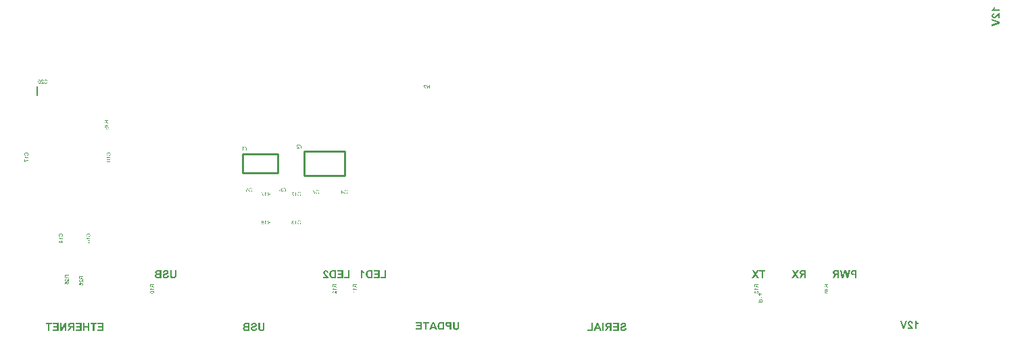
<source format=gbo>
%FSLAX43Y43*%
%MOMM*%
%SFA1B1*%

%IPPOS*%
%ADD28C,0.253999*%
%ADD128C,0.200000*%
%LNlp_led_cube_8x8x8-1*%
%LPD*%
G36*
X127040Y59689D02*
X126832D01*
X126752Y59910*
X126358*
X126275Y59689*
X126061*
X126453Y60665*
X126661*
X127040Y59689*
G37*
G36*
X127326D02*
X127128D01*
Y60665*
X127326*
Y59689*
G37*
G36*
X129823Y60680D02*
X129860Y60676D01*
X129893Y60671*
X129921Y60665*
X129944Y60658*
X129953Y60655*
X129960Y60653*
X129966Y60650*
X129972Y60649*
X129973Y60647*
X129975*
X130003Y60634*
X130027Y60618*
X130048Y60601*
X130064Y60585*
X130077Y60570*
X130088Y60558*
X130094Y60551*
X130095Y60549*
Y60548*
X130109Y60523*
X130119Y60499*
X130126Y60475*
X130131Y60454*
X130134Y60435*
X130137Y60422*
Y60416*
Y60411*
Y60410*
Y60408*
X130135Y60387*
X130132Y60367*
X130128Y60347*
X130123Y60329*
X130109Y60295*
X130092Y60267*
X130083Y60255*
X130076Y60243*
X130069Y60234*
X130061Y60227*
X130057Y60221*
X130052Y60216*
X130049Y60214*
X130048Y60212*
X130034Y60202*
X130019Y60191*
X129987Y60172*
X129950Y60156*
X129912Y60142*
X129880Y60130*
X129865Y60126*
X129852Y60123*
X129841Y60120*
X129834Y60117*
X129828Y60115*
X129826*
X129804Y60110*
X129785Y60105*
X129767Y60101*
X129751Y60096*
X129736Y60092*
X129724Y60089*
X129712Y60086*
X129703Y60083*
X129688Y60078*
X129678Y60075*
X129672Y60072*
X129670*
X129652Y60065*
X129638Y60057*
X129626Y60052*
X129615Y60044*
X129608Y60038*
X129603Y60034*
X129600Y60031*
X129599Y60029*
X129592Y60020*
X129587Y60010*
X129581Y59992*
X129580Y59983*
X129578Y59977*
Y59973*
Y59971*
X129580Y59952*
X129586Y59934*
X129593Y59918*
X129602Y59904*
X129612Y59893*
X129620Y59885*
X129626Y59879*
X129627Y59878*
X129647Y59864*
X129669Y59854*
X129693Y59848*
X129716Y59842*
X129737Y59839*
X129753Y59838*
X129770*
X129803Y59839*
X129831Y59845*
X129855Y59852*
X129875Y59860*
X129892Y59869*
X129904Y59875*
X129911Y59881*
X129914Y59882*
X129932Y59901*
X129947Y59924*
X129959Y59948*
X129967Y59970*
X129975Y59992*
X129979Y60008*
X129981Y60016*
Y60020*
X129982Y60023*
Y60025*
X130174Y60006*
X130170Y59976*
X130164Y59948*
X130156Y59921*
X130149Y59897*
X130138Y59875*
X130129Y59854*
X130119Y59836*
X130109Y59818*
X130098Y59805*
X130089Y59792*
X130080Y59781*
X130073Y59772*
X130066Y59765*
X130061Y59760*
X130058Y59757*
X130057Y59756*
X130037Y59741*
X130015Y59728*
X129993Y59717*
X129970Y59707*
X129947Y59699*
X129923Y59692*
X129877Y59682*
X129855Y59679*
X129835Y59676*
X129817Y59674*
X129803Y59673*
X129789Y59671*
X129771*
X129725Y59673*
X129685Y59677*
X129649Y59682*
X129618Y59689*
X129605Y59692*
X129593Y59695*
X129584Y59698*
X129575Y59699*
X129569Y59702*
X129565Y59704*
X129562Y59705*
X129560*
X129529Y59720*
X129504Y59738*
X129480Y59756*
X129462Y59774*
X129447Y59789*
X129437Y59802*
X129430Y59811*
X129428Y59812*
Y59814*
X129412Y59842*
X129400Y59870*
X129392Y59897*
X129386Y59921*
X129384Y59942*
X129381Y59958*
Y59964*
Y59968*
Y59971*
Y59973*
X129382Y60006*
X129386Y60035*
X129394Y60062*
X129400Y60084*
X129407Y60102*
X129415Y60117*
X129419Y60124*
X129421Y60127*
X129437Y60150*
X129453Y60170*
X129471Y60187*
X129489Y60202*
X129504Y60212*
X129516Y60221*
X129525Y60225*
X129526Y60227*
X129528*
X129541Y60234*
X129556Y60240*
X129590Y60254*
X129624Y60264*
X129660Y60276*
X129691Y60283*
X129704Y60288*
X129716Y60291*
X129727Y60294*
X129734Y60295*
X129739Y60297*
X129740*
X129765Y60303*
X129789Y60310*
X129810Y60316*
X129828Y60322*
X129846Y60326*
X129859Y60332*
X129872Y60337*
X129883Y60343*
X129893Y60347*
X129901Y60350*
X129912Y60356*
X129918Y60361*
X129920Y60362*
X129929Y60373*
X129936Y60381*
X129941Y60392*
X129945Y60401*
X129947Y60410*
X129948Y60416*
Y60420*
Y60422*
X129947Y60435*
X129944Y60447*
X129939Y60457*
X129933Y60466*
X129927Y60474*
X129923Y60478*
X129920Y60481*
X129918Y60482*
X129899Y60494*
X129877Y60503*
X129855Y60509*
X129834Y60514*
X129814Y60517*
X129798Y60518*
X129785*
X129755Y60517*
X129730Y60512*
X129709Y60508*
X129691Y60502*
X129678Y60494*
X129669Y60490*
X129663Y60485*
X129661Y60484*
X129647Y60471*
X129635Y60454*
X129626Y60436*
X129618Y60419*
X129612Y60402*
X129609Y60389*
X129606Y60380*
Y60378*
Y60377*
X129409Y60384*
X129410Y60408*
X129415Y60432*
X129421Y60454*
X129427Y60475*
X129443Y60511*
X129450Y60527*
X129459Y60542*
X129468Y60555*
X129477Y60567*
X129485Y60578*
X129492Y60585*
X129498Y60591*
X129502Y60595*
X129505Y60598*
X129507Y60600*
X129525Y60615*
X129545Y60627*
X129566Y60638*
X129589Y60647*
X129635Y60662*
X129679Y60671*
X129700Y60674*
X129719Y60677*
X129737Y60679*
X129753Y60680*
X129765Y60682*
X129783*
X129823Y60680*
G37*
G36*
X125953Y59689D02*
X125266D01*
Y59854*
X125755*
Y60656*
X125953*
Y59689*
G37*
G36*
X89474Y82755D02*
Y82549D01*
X89410*
Y82755*
X89215Y83036*
X89290*
X89384Y82892*
X89395Y82875*
X89406Y82859*
X89415Y82844*
X89423Y82832*
X89430Y82821*
X89434Y82813*
X89436Y82810*
X89437Y82808*
X89438Y82807*
Y82806*
X89447Y82822*
X89456Y82837*
X89464Y82851*
X89471Y82863*
X89478Y82874*
X89483Y82882*
X89484Y82885*
X89486Y82887*
X89487Y82888*
Y82889*
X89584Y83036*
X89662*
X89474Y82755*
G37*
G36*
X89033Y83038D02*
X89045Y83037D01*
X89067Y83033*
X89077Y83030*
X89086Y83027*
X89094Y83024*
X89102Y83021*
X89108Y83017*
X89114Y83014*
X89120Y83010*
X89124Y83008*
X89127Y83006*
X89129Y83004*
X89131Y83003*
Y83002*
X89139Y82995*
X89145Y82987*
X89156Y82970*
X89164Y82953*
X89170Y82936*
X89174Y82921*
X89175Y82915*
X89177Y82909*
Y82904*
X89178Y82901*
Y82898*
X89117Y82891*
X89115Y82907*
X89112Y82921*
X89108Y82933*
X89103Y82944*
X89099Y82952*
X89094Y82958*
X89091Y82961*
Y82962*
X89080Y82971*
X89069Y82978*
X89057Y82982*
X89046Y82986*
X89037Y82987*
X89029Y82988*
X89026Y82989*
X89022*
X89007Y82988*
X88993Y82985*
X88982Y82981*
X88973Y82977*
X88965Y82972*
X88959Y82968*
X88956Y82965*
X88955Y82964*
X88946Y82955*
X88940Y82944*
X88936Y82935*
X88932Y82925*
X88930Y82917*
Y82910*
X88929Y82906*
Y82905*
Y82904*
X88930Y82892*
X88933Y82878*
X88938Y82866*
X88943Y82855*
X88948Y82846*
X88953Y82838*
X88954Y82835*
X88956Y82833*
X88957Y82832*
X88963Y82824*
X88970Y82816*
X88977Y82808*
X88986Y82800*
X89004Y82783*
X89022Y82766*
X89038Y82751*
X89045Y82745*
X89052Y82740*
X89057Y82734*
X89061Y82731*
X89064Y82729*
X89065Y82728*
X89082Y82713*
X89099Y82699*
X89112Y82686*
X89123Y82676*
X89132Y82667*
X89138Y82660*
X89142Y82656*
X89143Y82655*
Y82654*
X89153Y82642*
X89160Y82631*
X89168Y82620*
X89173Y82611*
X89177Y82602*
X89180Y82596*
X89182Y82591*
X89183*
Y82590*
X89185Y82582*
X89187Y82575*
X89188Y82568*
X89189Y82562*
Y82557*
Y82553*
Y82550*
Y82549*
X88867*
Y82606*
X89106*
X89098Y82618*
X89090Y82628*
X89086Y82632*
X89083Y82635*
X89082Y82637*
X89081Y82638*
X89077Y82642*
X89074Y82645*
X89064Y82654*
X89052Y82665*
X89041Y82675*
X89030Y82685*
X89021Y82692*
X89017Y82695*
X89014Y82697*
X89013Y82699*
X89012Y82700*
X89000Y82710*
X88990Y82719*
X88979Y82728*
X88970Y82736*
X88962Y82744*
X88955Y82751*
X88948Y82757*
X88942Y82763*
X88936Y82769*
X88932Y82773*
X88925Y82780*
X88922Y82784*
X88920Y82786*
X88910Y82797*
X88902Y82808*
X88895Y82818*
X88890Y82827*
X88885Y82835*
X88882Y82840*
X88881Y82843*
X88880Y82845*
X88876Y82855*
X88873Y82866*
X88870Y82875*
X88869Y82884*
X88868Y82892*
X88867Y82898*
Y82901*
Y82903*
X88868Y82913*
X88869Y82924*
X88874Y82942*
X88881Y82958*
X88888Y82973*
X88896Y82984*
X88899Y82988*
X88902Y82993*
X88905Y82995*
X88907Y82998*
X88908*
X88909Y82999*
X88917Y83006*
X88925Y83013*
X88934Y83018*
X88944Y83022*
X88962Y83029*
X88980Y83033*
X88988Y83036*
X88996*
X89002Y83037*
X89008Y83038*
X89014Y83039*
X89020*
X89033Y83038*
G37*
G36*
X128303Y59689D02*
X128106D01*
Y60096*
X128043*
X128022Y60095*
X128006Y60093*
X127993Y60090*
X127982Y60089*
X127975Y60086*
X127970Y60084*
X127969*
X127957Y60080*
X127947Y60074*
X127927Y60060*
X127920Y60055*
X127914Y60049*
X127911Y60046*
X127909Y60044*
X127904Y60038*
X127898Y60029*
X127881Y60008*
X127863Y59986*
X127847Y59961*
X127831Y59937*
X127823Y59928*
X127817Y59918*
X127813Y59910*
X127808Y59904*
X127807Y59901*
X127805Y59900*
X127666Y59689*
X127430*
X127548Y59879*
X127562Y59900*
X127574Y59918*
X127584Y59936*
X127596Y59952*
X127614Y59979*
X127630Y60001*
X127644Y60017*
X127652Y60028*
X127658Y60035*
X127660Y60037*
X127676Y60053*
X127694Y60068*
X127712Y60083*
X127728Y60095*
X127743Y60105*
X127755Y60112*
X127762Y60117*
X127764Y60118*
X127765*
X127742Y60123*
X127721Y60127*
X127700Y60133*
X127682Y60141*
X127664Y60148*
X127648Y60156*
X127635Y60163*
X127621Y60170*
X127611Y60178*
X127600Y60185*
X127593Y60193*
X127586Y60197*
X127581Y60203*
X127577Y60206*
X127574Y60208*
Y60209*
X127562Y60222*
X127551Y60237*
X127537Y60267*
X127525Y60298*
X127516Y60326*
X127511Y60352*
X127510Y60362*
Y60373*
X127508Y60380*
Y60386*
Y60389*
Y60390*
X127510Y60422*
X127514Y60451*
X127522Y60477*
X127529Y60499*
X127538Y60518*
X127544Y60532*
X127550Y60540*
X127551Y60543*
X127569Y60567*
X127587Y60586*
X127606Y60603*
X127624Y60616*
X127641Y60627*
X127654Y60634*
X127663Y60637*
X127664Y60638*
X127666*
X127679Y60643*
X127696Y60647*
X127731Y60653*
X127768Y60659*
X127805Y60662*
X127822Y60664*
X127853*
X127866Y60665*
X128303*
Y59689*
G37*
G36*
X129213D02*
X128471D01*
Y59854*
X129015*
Y60118*
X128528*
Y60283*
X129015*
Y60500*
X128490*
Y60665*
X129213*
Y59689*
G37*
G36*
X64642D02*
X63901D01*
Y59854*
X64444*
Y60118*
X63957*
Y60283*
X64444*
Y60500*
X63920*
Y60665*
X64642*
Y59689*
G37*
G36*
X60024D02*
X59841D01*
Y60329*
X59446Y59689*
X59248*
Y60665*
X59431*
Y60010*
X59834Y60665*
X60024*
Y59689*
G37*
G36*
X61917D02*
X61175D01*
Y59854*
X61719*
Y60118*
X61232*
Y60283*
X61719*
Y60500*
X61195*
Y60665*
X61917*
Y59689*
G37*
G36*
X63801Y60500D02*
X63514D01*
Y59689*
X63317*
Y60500*
X63030*
Y60665*
X63801*
Y60500*
G37*
G36*
X176910Y98863D02*
X176736D01*
Y99236*
X176717Y99224*
X176702Y99211*
X176695Y99206*
X176690Y99202*
X176687Y99199*
X176686Y99198*
X176680Y99192*
X176674Y99186*
X176657Y99169*
X176640Y99151*
X176622Y99132*
X176604Y99114*
X176591Y99099*
X176585Y99095*
X176580Y99091*
X176579Y99088*
X176577Y99086*
X176549Y99055*
X176524Y99030*
X176501Y99007*
X176484Y98991*
X176470Y98978*
X176460Y98969*
X176454Y98964*
X176452Y98963*
X176429Y98945*
X176406Y98929*
X176385Y98915*
X176366Y98905*
X176351Y98897*
X176339Y98891*
X176332Y98888*
X176329Y98887*
X176307Y98880*
X176283Y98874*
X176262Y98869*
X176243Y98866*
X176226Y98865*
X176213Y98863*
X176203*
X176182Y98865*
X176161Y98866*
X176124Y98877*
X176091Y98890*
X176063Y98905*
X176041Y98920*
X176030Y98927*
X176023Y98933*
X176017Y98939*
X176013Y98943*
X176011Y98945*
X176010Y98946*
X175996Y98963*
X175983Y98979*
X175972Y98998*
X175963Y99016*
X175950Y99055*
X175941Y99091*
X175937Y99108*
X175935Y99123*
X175934Y99138*
X175932Y99150*
X175931Y99160*
Y99168*
Y99172*
Y99174*
Y99198*
X175934Y99221*
X175941Y99263*
X175953Y99300*
X175959Y99316*
X175965Y99331*
X175971Y99346*
X175977Y99358*
X175983Y99368*
X175989Y99376*
X175993Y99383*
X175996Y99388*
X175998Y99391*
X175999Y99392*
X176013Y99407*
X176027Y99422*
X176044Y99434*
X176062Y99446*
X176099Y99464*
X176134Y99477*
X176152Y99483*
X176169Y99486*
X176182Y99490*
X176195Y99492*
X176206Y99495*
X176213*
X176219Y99496*
X176221*
X176238Y99310*
X176210Y99307*
X176185Y99303*
X176166Y99296*
X176149Y99290*
X176136Y99282*
X176128Y99278*
X176122Y99273*
X176121Y99272*
X176109Y99257*
X176100Y99242*
X176094Y99226*
X176090Y99211*
X176087Y99199*
X176085Y99187*
Y99181*
Y99178*
X176087Y99157*
X176091Y99138*
X176096Y99122*
X176102Y99108*
X176109Y99098*
X176114Y99091*
X176118Y99086*
X176119Y99085*
X176133Y99073*
X176149Y99065*
X176166Y99059*
X176180Y99055*
X176194Y99052*
X176206Y99050*
X176216*
X176237Y99052*
X176258Y99056*
X176277Y99062*
X176295Y99070*
X176310Y99077*
X176320Y99083*
X176328Y99088*
X176330Y99089*
X176339Y99095*
X176350Y99104*
X176360Y99114*
X176372Y99126*
X176399Y99151*
X176426Y99178*
X176449Y99203*
X176461Y99215*
X176470Y99224*
X176478Y99233*
X176485Y99239*
X176488Y99244*
X176489Y99245*
X176516Y99273*
X176541Y99300*
X176565Y99322*
X176588Y99345*
X176608Y99364*
X176628Y99380*
X176646Y99397*
X176662Y99410*
X176675Y99420*
X176689Y99431*
X176699Y99438*
X176708Y99446*
X176715Y99450*
X176720Y99453*
X176723Y99456*
X176724*
X176757Y99474*
X176790Y99487*
X176821Y99499*
X176851Y99507*
X176874Y99513*
X176885Y99514*
X176894Y99516*
X176900Y99517*
X176906Y99518*
X176910*
Y98863*
G37*
G36*
X176328Y100151D02*
X176305Y100105D01*
X176283Y100065*
X176271Y100046*
X176259Y100030*
X176249Y100013*
X176238Y100000*
X176229Y99988*
X176222Y99978*
X176215Y99970*
X176210Y99964*
X176207Y99961*
X176206Y99960*
X176910*
Y99773*
X175931*
Y99926*
X175963Y99939*
X175993Y99957*
X176020Y99976*
X176042Y99995*
X176062Y100015*
X176075Y100030*
X176079Y100034*
X176084Y100039*
X176085Y100042*
X176087Y100043*
X176111Y100074*
X176128Y100104*
X176145Y100131*
X176157Y100154*
X176167Y100174*
X176173Y100189*
X176174Y100195*
X176176Y100199*
X176177Y100201*
Y100202*
X176347*
X176328Y100151*
G37*
G36*
X62901Y59689D02*
X62703D01*
Y60115*
X62318*
Y59689*
X62120*
Y60665*
X62318*
Y60280*
X62703*
Y60665*
X62901*
Y59689*
G37*
G36*
X176910Y98446D02*
Y98233D01*
X175934Y97885*
Y98096*
X176656Y98334*
X175934Y98582*
Y98795*
X176910Y98446*
G37*
G36*
X62102Y66482D02*
X61885D01*
Y66408*
Y66399*
X61886Y66392*
Y66386*
X61887Y66381*
X61888Y66377*
Y66374*
Y66373*
Y66372*
X61892Y66361*
X61897Y66352*
X61899Y66348*
X61900Y66345*
X61901Y66344*
X61902Y66343*
X61905Y66337*
X61911Y66332*
X61921Y66321*
X61926Y66317*
X61931Y66313*
X61934Y66311*
Y66310*
X61944Y66303*
X61954Y66296*
X61966Y66287*
X61977Y66280*
X61986Y66273*
X61994Y66268*
X61997Y66267*
X61999Y66265*
X62000Y66264*
X62001*
X62102Y66199*
Y66118*
X61970Y66203*
X61956Y66213*
X61943Y66222*
X61932Y66231*
X61923Y66239*
X61915Y66246*
X61909Y66251*
X61906Y66255*
X61905Y66256*
X61900Y66261*
X61896Y66268*
X61888Y66281*
X61885Y66286*
X61882Y66290*
X61881Y66293*
X61880Y66295*
X61878Y66282*
X61876Y66270*
X61873Y66259*
X61869Y66250*
X61865Y66240*
X61862Y66232*
X61858Y66224*
X61854Y66217*
X61851Y66211*
X61848Y66206*
X61844Y66201*
X61842Y66198*
X61839Y66195*
X61837Y66193*
X61836Y66192*
X61829Y66186*
X61822Y66181*
X61807Y66172*
X61793Y66166*
X61779Y66162*
X61767Y66159*
X61762Y66158*
X61757*
X61753*
X61748*
X61733*
X61720Y66161*
X61707Y66164*
X61696Y66168*
X61687Y66172*
X61681Y66175*
X61676Y66178*
X61675*
X61663Y66187*
X61653Y66195*
X61645Y66204*
X61639Y66213*
X61634Y66221*
X61630Y66227*
X61629Y66231*
X61628Y66232*
Y66233*
X61626Y66239*
X61624Y66247*
X61621Y66262*
X61618Y66279*
X61616Y66294*
X61615Y66309*
Y66315*
Y66321*
Y66325*
Y66328*
Y66330*
Y66331*
Y66547*
X62102*
Y66482*
G37*
G36*
X60208Y65828D02*
X60219Y65826D01*
X60238Y65820*
X60255Y65812*
X60269Y65804*
X60275Y65800*
X60280Y65796*
X60285Y65792*
X60288Y65789*
X60291Y65786*
X60294Y65784*
Y65783*
X60295*
X60302Y65774*
X60307Y65765*
X60312Y65757*
X60317Y65748*
X60323Y65730*
X60328Y65713*
X60329Y65705*
X60330Y65697*
X60331Y65691*
Y65685*
X60332Y65681*
Y65677*
Y65675*
Y65674*
X60331Y65659*
X60330Y65645*
X60327Y65633*
X60323Y65620*
X60319Y65609*
X60314Y65598*
X60308Y65588*
X60302Y65580*
X60297Y65572*
X60292Y65565*
X60287Y65559*
X60282Y65555*
X60279Y65551*
X60276Y65548*
X60274Y65547*
Y65546*
X60265Y65539*
X60255Y65533*
X60245Y65528*
X60235Y65524*
X60216Y65517*
X60199Y65512*
X60191Y65510*
X60183*
X60176Y65509*
X60170Y65508*
X60166Y65507*
X60159*
X60147Y65508*
X60134Y65510*
X60123Y65512*
X60112Y65514*
X60102Y65518*
X60093Y65521*
X60084Y65525*
X60076Y65530*
X60070Y65534*
X60064Y65538*
X60058Y65541*
X60054Y65545*
X60050Y65547*
X60048Y65550*
X60047Y65551*
X60046Y65552*
X60038Y65560*
X60031Y65569*
X60025Y65578*
X60020Y65587*
X60015Y65596*
X60012Y65605*
X60007Y65622*
X60005Y65630*
X60004Y65637*
X60003Y65643*
X60002Y65649*
X60001Y65653*
Y65656*
Y65659*
X60003Y65677*
X60007Y65694*
X60011Y65710*
X60017Y65723*
X60023Y65735*
X60025Y65739*
X60027Y65744*
X60030Y65747*
X60031Y65749*
X60032Y65751*
X60033*
X59901Y65725*
Y65530*
X59844*
Y65772*
X60094Y65820*
X60102Y65763*
X60095Y65758*
X60088Y65752*
X60082Y65746*
X60077Y65741*
X60073Y65736*
X60070Y65731*
X60069Y65728*
X60068*
X60064Y65719*
X60060Y65710*
X60058Y65701*
X60056Y65693*
X60055Y65685*
X60054Y65680*
Y65676*
Y65675*
X60056Y65659*
X60058Y65644*
X60064Y65630*
X60069Y65620*
X60074Y65611*
X60079Y65605*
X60082Y65602*
X60084Y65600*
X60096Y65590*
X60109Y65583*
X60122Y65578*
X60135Y65575*
X60147Y65573*
X60152Y65572*
X60156*
X60159Y65571*
X60165*
X60184Y65573*
X60201Y65576*
X60216Y65581*
X60228Y65586*
X60238Y65591*
X60245Y65596*
X60250Y65599*
X60251Y65601*
X60257Y65607*
X60262Y65613*
X60270Y65625*
X60275Y65637*
X60279Y65648*
X60282Y65659*
Y65667*
X60283Y65670*
Y65672*
Y65673*
Y65674*
X60282Y65687*
X60279Y65699*
X60276Y65709*
X60272Y65718*
X60268Y65725*
X60265Y65731*
X60262Y65734*
X60261Y65735*
X60251Y65744*
X60240Y65751*
X60229Y65757*
X60218Y65760*
X60208Y65763*
X60199Y65765*
X60196Y65766*
X60194Y65767*
X60192*
X60196Y65830*
X60208Y65828*
G37*
G36*
X61897Y65705D02*
X61918Y65704D01*
X61938Y65701*
X61956Y65699*
X61972Y65695*
X61987Y65691*
X62000Y65687*
X62012Y65682*
X62023Y65678*
X62032Y65674*
X62039Y65670*
X62045Y65667*
X62049Y65664*
X62052Y65661*
X62055Y65660*
Y65659*
X62065Y65650*
X62073Y65641*
X62080Y65630*
X62087Y65620*
X62092Y65610*
X62097Y65600*
X62101Y65589*
X62103Y65580*
X62106Y65571*
X62107Y65563*
X62109Y65555*
Y65549*
Y65544*
X62110Y65540*
Y65538*
Y65537*
X62109Y65521*
X62107Y65506*
X62103Y65493*
X62100Y65481*
X62096Y65472*
X62092Y65465*
X62090Y65460*
X62089Y65459*
X62080Y65446*
X62071Y65436*
X62061Y65426*
X62052Y65418*
X62043Y65412*
X62036Y65408*
X62033Y65406*
X62031Y65405*
X62030Y65404*
X62029*
X62014Y65397*
X62000Y65392*
X61985Y65389*
X61972Y65386*
X61960Y65385*
X61956*
X61951Y65384*
X61944*
X61931Y65385*
X61919Y65386*
X61908Y65388*
X61897Y65391*
X61887Y65394*
X61877Y65397*
X61869Y65401*
X61861Y65405*
X61854Y65409*
X61848Y65413*
X61843Y65417*
X61839Y65420*
X61835Y65423*
X61833Y65425*
X61831Y65426*
X61822Y65434*
X61816Y65443*
X61810Y65452*
X61805Y65460*
X61800Y65469*
X61797Y65478*
X61791Y65493*
X61788Y65507*
Y65513*
X61787Y65518*
X61786Y65523*
Y65526*
Y65528*
Y65529*
X61787Y65541*
X61788Y65553*
X61791Y65564*
X61794Y65574*
X61797Y65582*
X61800Y65589*
X61802Y65592*
Y65594*
X61809Y65605*
X61816Y65615*
X61825Y65624*
X61833Y65632*
X61840Y65638*
X61846Y65643*
X61850Y65646*
X61851Y65647*
X61838*
X61825Y65646*
X61813Y65645*
X61802Y65644*
X61793Y65643*
X61783Y65641*
X61775Y65640*
X61768Y65638*
X61761Y65637*
X61755Y65635*
X61750Y65634*
X61746Y65633*
X61743Y65632*
X61740Y65631*
X61739Y65630*
X61724Y65624*
X61712Y65616*
X61701Y65609*
X61693Y65601*
X61687Y65595*
X61681Y65590*
X61679Y65587*
X61678Y65586*
X61673Y65577*
X61668Y65569*
X61665Y65560*
X61664Y65552*
X61662Y65545*
X61661Y65540*
Y65536*
Y65535*
X61662Y65522*
X61665Y65510*
X61670Y65500*
X61674Y65491*
X61679Y65484*
X61683Y65479*
X61686Y65475*
X61687*
X61694Y65469*
X61701Y65465*
X61719Y65457*
X61726Y65455*
X61732Y65453*
X61736Y65452*
X61738*
X61733Y65392*
X61713Y65396*
X61696Y65403*
X61681Y65409*
X61668Y65417*
X61658Y65425*
X61651Y65431*
X61647Y65435*
X61645Y65436*
Y65437*
X61639Y65444*
X61634Y65452*
X61627Y65467*
X61621Y65483*
X61616Y65498*
X61614Y65511*
X61613Y65517*
Y65521*
X61612Y65526*
Y65529*
Y65530*
Y65531*
X61613Y65545*
X61615Y65558*
X61618Y65571*
X61621Y65583*
X61626Y65594*
X61630Y65604*
X61635Y65613*
X61641Y65621*
X61646Y65629*
X61651Y65635*
X61656Y65641*
X61660Y65646*
X61664Y65650*
X61667Y65652*
X61668Y65653*
X61669Y65654*
X61681Y65663*
X61696Y65671*
X61711Y65678*
X61728Y65684*
X61745Y65689*
X61762Y65693*
X61779Y65697*
X61796Y65699*
X61811Y65701*
X61826Y65703*
X61839Y65704*
X61851Y65705*
X61861Y65706*
X61874*
X61897Y65705*
G37*
G36*
X62102Y65767D02*
X62045D01*
Y66006*
X62033Y65998*
X62023Y65990*
X62019Y65986*
X62016Y65983*
X62014Y65982*
X62013Y65981*
X62009Y65977*
X62006Y65974*
X61997Y65964*
X61986Y65952*
X61976Y65941*
X61966Y65930*
X61959Y65921*
X61956Y65917*
X61954Y65914*
X61952Y65913*
X61951Y65912*
X61941Y65900*
X61932Y65890*
X61923Y65879*
X61915Y65871*
X61907Y65862*
X61900Y65855*
X61894Y65848*
X61888Y65842*
X61882Y65836*
X61878Y65832*
X61871Y65825*
X61867Y65822*
X61865Y65820*
X61854Y65811*
X61843Y65802*
X61833Y65795*
X61824Y65790*
X61816Y65785*
X61811Y65782*
X61808Y65781*
X61806Y65780*
X61796Y65776*
X61785Y65773*
X61776Y65770*
X61767Y65769*
X61759Y65768*
X61753Y65767*
X61748*
X61738Y65768*
X61727Y65769*
X61709Y65774*
X61693Y65781*
X61679Y65788*
X61667Y65796*
X61663Y65799*
X61658Y65802*
X61656Y65805*
X61653Y65808*
X61652Y65809*
X61645Y65817*
X61638Y65825*
X61633Y65834*
X61629Y65844*
X61622Y65862*
X61618Y65880*
X61615Y65888*
Y65896*
X61614Y65902*
X61613Y65908*
X61612Y65914*
Y65917*
Y65920*
X61613Y65933*
X61614Y65945*
X61618Y65967*
X61621Y65977*
X61624Y65986*
X61627Y65994*
X61630Y66002*
X61634Y66009*
X61637Y66014*
X61641Y66020*
X61643Y66024*
X61645Y66027*
X61647Y66029*
X61648Y66031*
X61649Y66032*
X61656Y66039*
X61664Y66045*
X61681Y66056*
X61698Y66064*
X61715Y66070*
X61730Y66075*
X61736*
X61742Y66077*
X61747Y66078*
X61750*
X61753*
X61760Y66017*
X61744Y66015*
X61730Y66012*
X61718Y66009*
X61707Y66003*
X61699Y65999*
X61693Y65994*
X61690Y65991*
X61689*
X61680Y65980*
X61673Y65969*
X61669Y65957*
X61665Y65946*
X61664Y65937*
X61663Y65929*
X61662Y65926*
Y65924*
Y65923*
Y65922*
X61663Y65907*
X61666Y65894*
X61670Y65882*
X61674Y65873*
X61679Y65865*
X61683Y65859*
X61686Y65856*
X61687Y65855*
X61696Y65846*
X61707Y65840*
X61716Y65836*
X61726Y65832*
X61734Y65831*
X61741Y65830*
X61745Y65829*
X61747*
X61759Y65831*
X61773Y65834*
X61785Y65838*
X61796Y65843*
X61805Y65848*
X61813Y65853*
X61816Y65854*
X61818Y65856*
X61819Y65857*
X61827Y65863*
X61835Y65870*
X61843Y65877*
X61851Y65886*
X61868Y65904*
X61885Y65922*
X61900Y65938*
X61906Y65946*
X61911Y65952*
X61917Y65957*
X61920Y65961*
X61922Y65964*
X61923Y65965*
X61938Y65983*
X61952Y65999*
X61965Y66012*
X61975Y66023*
X61984Y66032*
X61991Y66038*
X61995Y66042*
X61996Y66043*
X61997*
X62009Y66053*
X62020Y66060*
X62031Y66068*
X62040Y66073*
X62049Y66078*
X62055Y66080*
X62060Y66082*
Y66083*
X62061*
X62069Y66085*
X62076Y66087*
X62083Y66088*
X62089Y66089*
X62094*
X62102*
Y65767*
G37*
G36*
X84607Y73513D02*
X84617Y73512D01*
X84637Y73508*
X84655Y73502*
X84669Y73496*
X84676Y73492*
X84681Y73489*
X84685Y73485*
X84690Y73483*
X84693Y73481*
X84695Y73479*
X84696Y73478*
X84697Y73477*
X84703Y73470*
X84709Y73463*
X84714Y73456*
X84718Y73448*
X84726Y73433*
X84730Y73419*
X84732Y73406*
X84733Y73401*
X84734Y73396*
Y73393*
Y73390*
Y73388*
Y73387*
Y73375*
X84731Y73364*
X84728Y73353*
X84726Y73344*
X84723Y73337*
X84720Y73332*
X84717Y73329*
Y73327*
X84709Y73318*
X84700Y73311*
X84691Y73304*
X84682Y73298*
X84674Y73295*
X84667Y73291*
X84662Y73290*
Y73289*
X84661*
X84677Y73284*
X84691Y73277*
X84703Y73270*
X84712Y73262*
X84720Y73255*
X84726Y73249*
X84728Y73246*
X84730Y73245*
Y73244*
X84738Y73232*
X84743Y73218*
X84748Y73205*
X84751Y73192*
X84752Y73182*
X84753Y73177*
Y73173*
X84754Y73169*
Y73167*
Y73166*
Y73165*
X84753Y73153*
X84751Y73142*
X84750Y73132*
X84747Y73121*
X84740Y73103*
X84736Y73095*
X84731Y73088*
X84728Y73081*
X84724Y73075*
X84720Y73070*
X84717Y73066*
X84714Y73063*
X84712Y73060*
X84711Y73059*
X84710Y73058*
X84701Y73051*
X84692Y73044*
X84683Y73039*
X84673Y73034*
X84663Y73030*
X84654Y73026*
X84635Y73021*
X84626Y73020*
X84619Y73018*
X84611Y73017*
X84605*
X84600Y73016*
X84594*
X84580Y73017*
X84568*
X84556Y73020*
X84545Y73023*
X84535Y73025*
X84525Y73029*
X84516Y73033*
X84508Y73037*
X84501Y73041*
X84495Y73045*
X84490Y73048*
X84485Y73051*
X84482Y73054*
X84479Y73057*
X84478*
X84477Y73058*
X84469Y73066*
X84462Y73074*
X84456Y73083*
X84451Y73092*
X84447Y73101*
X84444Y73110*
X84438Y73126*
X84435Y73141*
X84434Y73148*
X84433Y73153*
Y73158*
Y73160*
Y73163*
Y73180*
X84436Y73195*
X84440Y73208*
X84444Y73219*
X84449Y73229*
X84453Y73235*
X84456Y73240*
Y73241*
X84466Y73252*
X84477Y73263*
X84488Y73271*
X84499Y73278*
X84509Y73282*
X84517Y73286*
X84520Y73287*
X84522Y73288*
X84524Y73289*
X84525*
X84512Y73294*
X84501Y73301*
X84491Y73307*
X84484Y73313*
X84478Y73318*
X84473Y73323*
X84471Y73326*
X84470Y73327*
X84464Y73336*
X84460Y73347*
X84457Y73356*
X84455Y73366*
X84453Y73374*
Y73380*
Y73384*
Y73386*
Y73396*
X84454Y73405*
X84459Y73422*
X84465Y73438*
X84472Y73451*
X84479Y73462*
X84483Y73466*
X84486Y73470*
X84488Y73473*
X84490Y73475*
X84491Y73476*
X84492*
X84499Y73483*
X84507Y73489*
X84516Y73493*
X84525Y73498*
X84542Y73505*
X84558Y73509*
X84573Y73511*
X84579Y73513*
X84585*
X84589Y73514*
X84595*
X84607Y73513*
G37*
G36*
X85597Y73024D02*
X85532D01*
Y73241*
X85449*
X85442Y73240*
X85436*
X85431Y73239*
X85427Y73238*
X85424*
X85423*
X85422*
X85411Y73234*
X85402Y73229*
X85398Y73227*
X85395Y73226*
X85394Y73225*
X85393Y73224*
X85387Y73221*
X85382Y73215*
X85371Y73205*
X85367Y73200*
X85363Y73195*
X85361Y73192*
X85360*
X85353Y73182*
X85346Y73172*
X85337Y73160*
X85330Y73149*
X85323Y73140*
X85318Y73132*
X85317Y73129*
X85315Y73127*
X85314Y73126*
Y73125*
X85249Y73024*
X85168*
X85253Y73156*
X85262Y73170*
X85272Y73183*
X85281Y73194*
X85289Y73203*
X85296Y73211*
X85301Y73217*
X85305Y73220*
X85306Y73221*
X85311Y73226*
X85318Y73230*
X85331Y73238*
X85336Y73241*
X85340Y73244*
X85343Y73245*
X85345Y73246*
X85332Y73248*
X85320Y73250*
X85309Y73253*
X85300Y73257*
X85290Y73261*
X85282Y73264*
X85274Y73268*
X85267Y73272*
X85261Y73275*
X85256Y73278*
X85251Y73282*
X85248Y73284*
X85245Y73287*
X85243Y73289*
X85242Y73290*
X85236Y73297*
X85231Y73304*
X85222Y73319*
X85216Y73333*
X85212Y73347*
X85209Y73359*
X85208Y73364*
Y73369*
Y73373*
Y73376*
Y73377*
Y73378*
Y73393*
X85211Y73406*
X85214Y73419*
X85218Y73430*
X85222Y73439*
X85225Y73445*
X85228Y73450*
Y73451*
X85237Y73463*
X85245Y73473*
X85254Y73481*
X85263Y73487*
X85271Y73492*
X85277Y73496*
X85281Y73497*
X85282Y73498*
X85283*
X85289Y73500*
X85297Y73502*
X85312Y73505*
X85329Y73508*
X85344Y73510*
X85359Y73511*
X85365*
X85371*
X85597*
Y73024*
G37*
G36*
X60324Y65894D02*
X60267D01*
Y66133*
X60255Y66125*
X60245Y66117*
X60241Y66113*
X60238Y66110*
X60236Y66109*
X60235Y66108*
X60231Y66104*
X60228Y66101*
X60219Y66091*
X60208Y66079*
X60198Y66068*
X60188Y66057*
X60181Y66048*
X60178Y66044*
X60176Y66041*
X60174Y66040*
X60173Y66039*
X60163Y66027*
X60154Y66017*
X60145Y66006*
X60137Y65998*
X60129Y65989*
X60122Y65982*
X60116Y65975*
X60110Y65969*
X60104Y65963*
X60100Y65959*
X60093Y65952*
X60089Y65949*
X60087Y65947*
X60076Y65938*
X60065Y65929*
X60055Y65922*
X60046Y65917*
X60038Y65912*
X60033Y65909*
X60030Y65908*
X60028Y65907*
X60018Y65903*
X60007Y65900*
X59998Y65897*
X59989Y65896*
X59981Y65895*
X59975Y65894*
X59970*
X59960Y65895*
X59949Y65896*
X59931Y65901*
X59915Y65908*
X59901Y65915*
X59889Y65923*
X59885Y65926*
X59880Y65929*
X59878Y65932*
X59875Y65935*
X59874Y65936*
X59867Y65944*
X59860Y65952*
X59855Y65961*
X59851Y65971*
X59844Y65989*
X59840Y66007*
X59837Y66015*
Y66023*
X59836Y66029*
X59835Y66035*
X59834Y66041*
Y66044*
Y66047*
X59835Y66060*
X59836Y66072*
X59840Y66094*
X59843Y66104*
X59846Y66113*
X59849Y66121*
X59852Y66129*
X59856Y66136*
X59859Y66141*
X59863Y66147*
X59865Y66151*
X59867Y66154*
X59869Y66156*
X59870Y66158*
X59871Y66159*
X59878Y66166*
X59886Y66172*
X59903Y66183*
X59920Y66191*
X59937Y66197*
X59952Y66202*
X59958*
X59964Y66204*
X59969Y66205*
X59972*
X59975*
X59982Y66144*
X59966Y66142*
X59952Y66139*
X59940Y66136*
X59929Y66130*
X59921Y66126*
X59915Y66121*
X59912Y66118*
X59911*
X59902Y66107*
X59895Y66096*
X59891Y66084*
X59887Y66073*
X59886Y66064*
X59885Y66056*
X59884Y66053*
Y66051*
Y66050*
Y66049*
X59885Y66034*
X59888Y66021*
X59892Y66009*
X59896Y66000*
X59901Y65992*
X59905Y65986*
X59908Y65983*
X59909Y65982*
X59918Y65973*
X59929Y65967*
X59938Y65963*
X59948Y65959*
X59956Y65958*
X59963Y65957*
X59967Y65956*
X59969*
X59981Y65958*
X59995Y65961*
X60007Y65965*
X60018Y65970*
X60027Y65975*
X60035Y65980*
X60038Y65981*
X60040Y65983*
X60041Y65984*
X60049Y65990*
X60057Y65997*
X60065Y66004*
X60073Y66013*
X60090Y66031*
X60107Y66049*
X60122Y66065*
X60128Y66073*
X60133Y66079*
X60139Y66084*
X60142Y66088*
X60144Y66091*
X60145Y66092*
X60160Y66110*
X60174Y66126*
X60187Y66139*
X60197Y66150*
X60206Y66159*
X60213Y66165*
X60217Y66169*
X60218Y66170*
X60219*
X60231Y66180*
X60242Y66187*
X60253Y66195*
X60262Y66200*
X60271Y66205*
X60277Y66207*
X60282Y66209*
Y66210*
X60283*
X60291Y66212*
X60298Y66214*
X60305Y66215*
X60311Y66216*
X60316*
X60324*
Y65894*
G37*
G36*
Y66609D02*
X60107D01*
Y66535*
Y66526*
X60108Y66519*
Y66513*
X60109Y66508*
X60110Y66504*
Y66501*
Y66500*
Y66499*
X60114Y66488*
X60119Y66479*
X60121Y66475*
X60122Y66472*
X60123Y66471*
X60124Y66470*
X60127Y66464*
X60133Y66459*
X60143Y66448*
X60148Y66444*
X60153Y66440*
X60156Y66438*
Y66437*
X60166Y66430*
X60176Y66423*
X60188Y66414*
X60199Y66407*
X60208Y66400*
X60216Y66395*
X60219Y66394*
X60221Y66392*
X60222Y66391*
X60223*
X60324Y66326*
Y66245*
X60192Y66330*
X60178Y66339*
X60165Y66349*
X60154Y66358*
X60145Y66366*
X60137Y66373*
X60131Y66378*
X60128Y66382*
X60127Y66383*
X60122Y66388*
X60118Y66395*
X60110Y66408*
X60107Y66413*
X60104Y66417*
X60103Y66420*
X60102Y66422*
X60100Y66409*
X60098Y66397*
X60095Y66386*
X60091Y66377*
X60087Y66367*
X60084Y66359*
X60080Y66351*
X60076Y66344*
X60073Y66338*
X60070Y66333*
X60066Y66328*
X60064Y66325*
X60061Y66322*
X60059Y66320*
X60058Y66319*
X60051Y66313*
X60044Y66308*
X60029Y66299*
X60015Y66293*
X60001Y66289*
X59989Y66286*
X59984Y66285*
X59979*
X59975*
X59970*
X59955*
X59942Y66288*
X59929Y66291*
X59918Y66295*
X59909Y66299*
X59903Y66302*
X59898Y66305*
X59897*
X59885Y66314*
X59875Y66322*
X59867Y66331*
X59861Y66340*
X59856Y66348*
X59852Y66354*
X59851Y66358*
X59850Y66359*
Y66360*
X59848Y66366*
X59846Y66374*
X59843Y66389*
X59840Y66406*
X59838Y66421*
X59837Y66436*
Y66442*
Y66448*
Y66452*
Y66455*
Y66457*
Y66458*
Y66674*
X60324*
Y66609*
G37*
G36*
X155242Y64689D02*
X155263Y64688D01*
X155283Y64685*
X155301Y64683*
X155317Y64679*
X155332Y64675*
X155345Y64671*
X155357Y64666*
X155368Y64662*
X155377Y64658*
X155384Y64654*
X155390Y64651*
X155394Y64648*
X155397Y64645*
X155400Y64644*
Y64643*
X155410Y64634*
X155418Y64625*
X155425Y64614*
X155432Y64604*
X155437Y64594*
X155442Y64584*
X155446Y64573*
X155448Y64564*
X155451Y64555*
X155452Y64547*
X155454Y64539*
Y64533*
Y64528*
X155455Y64524*
Y64522*
Y64521*
X155454Y64505*
X155452Y64490*
X155448Y64477*
X155445Y64465*
X155441Y64456*
X155437Y64449*
X155435Y64444*
X155434Y64443*
X155425Y64430*
X155416Y64420*
X155406Y64410*
X155397Y64402*
X155388Y64396*
X155381Y64392*
X155378Y64390*
X155376Y64389*
X155375Y64388*
X155374*
X155359Y64381*
X155345Y64376*
X155330Y64373*
X155317Y64370*
X155305Y64369*
X155301*
X155296Y64368*
X155289*
X155276Y64369*
X155264Y64370*
X155253Y64372*
X155242Y64375*
X155232Y64378*
X155222Y64381*
X155214Y64385*
X155206Y64389*
X155199Y64393*
X155193Y64397*
X155188Y64401*
X155184Y64404*
X155180Y64407*
X155178Y64409*
X155176Y64410*
X155167Y64418*
X155161Y64427*
X155155Y64436*
X155150Y64444*
X155145Y64453*
X155142Y64462*
X155136Y64477*
X155133Y64491*
Y64497*
X155132Y64502*
X155131Y64507*
Y64510*
Y64512*
Y64513*
X155132Y64525*
X155133Y64537*
X155136Y64548*
X155139Y64558*
X155142Y64566*
X155145Y64573*
X155147Y64576*
Y64578*
X155154Y64589*
X155161Y64599*
X155170Y64608*
X155178Y64616*
X155185Y64622*
X155191Y64627*
X155195Y64630*
X155196Y64631*
X155183*
X155170Y64630*
X155158Y64629*
X155147Y64628*
X155138Y64627*
X155128Y64625*
X155120Y64624*
X155112Y64622*
X155106Y64621*
X155100Y64619*
X155095Y64618*
X155091Y64617*
X155088Y64616*
X155085Y64615*
X155084Y64614*
X155069Y64608*
X155057Y64600*
X155046Y64593*
X155038Y64585*
X155032Y64579*
X155026Y64574*
X155024Y64571*
X155023Y64570*
X155018Y64561*
X155013Y64553*
X155010Y64544*
X155009Y64536*
X155007Y64529*
X155006Y64524*
Y64520*
Y64519*
X155007Y64506*
X155010Y64494*
X155015Y64484*
X155019Y64475*
X155024Y64468*
X155028Y64463*
X155031Y64459*
X155032*
X155039Y64453*
X155046Y64449*
X155064Y64441*
X155071Y64439*
X155077Y64437*
X155081Y64436*
X155083*
X155078Y64376*
X155058Y64380*
X155041Y64387*
X155026Y64393*
X155013Y64401*
X155003Y64409*
X154996Y64415*
X154992Y64419*
X154990Y64420*
Y64421*
X154984Y64428*
X154979Y64436*
X154972Y64451*
X154966Y64467*
X154961Y64482*
X154959Y64495*
X154958Y64501*
Y64505*
X154957Y64510*
Y64513*
Y64514*
Y64515*
X154958Y64529*
X154960Y64542*
X154963Y64555*
X154966Y64567*
X154971Y64578*
X154975Y64588*
X154980Y64597*
X154986Y64605*
X154991Y64613*
X154996Y64619*
X155001Y64625*
X155005Y64630*
X155009Y64634*
X155012Y64636*
X155013Y64637*
X155014Y64638*
X155026Y64647*
X155041Y64655*
X155056Y64662*
X155073Y64668*
X155090Y64673*
X155107Y64677*
X155124Y64681*
X155141Y64683*
X155156Y64685*
X155171Y64687*
X155184Y64688*
X155196Y64689*
X155206Y64690*
X155219*
X155242Y64689*
G37*
G36*
X155329Y65063D02*
X155339Y65061D01*
X155359Y65054*
X155376Y65047*
X155391Y65038*
X155397Y65034*
X155402Y65030*
X155406Y65026*
X155411Y65023*
X155414Y65020*
X155416Y65018*
X155417Y65017*
Y65016*
X155424Y65008*
X155430Y64999*
X155435Y64991*
X155439Y64982*
X155446Y64964*
X155451Y64947*
X155452Y64940*
X155453Y64932*
X155454Y64927*
Y64921*
X155455Y64916*
Y64913*
Y64911*
Y64910*
X155454Y64898*
X155453Y64885*
X155451Y64873*
X155448Y64862*
X155445Y64852*
X155441Y64842*
X155437Y64833*
X155433Y64825*
X155429Y64818*
X155425Y64812*
X155422Y64806*
X155418Y64801*
X155415Y64797*
X155414Y64795*
X155412Y64794*
X155411Y64793*
X155403Y64785*
X155394Y64777*
X155385Y64772*
X155376Y64766*
X155367Y64761*
X155357Y64757*
X155340Y64752*
X155333Y64750*
X155325Y64749*
X155319Y64748*
X155313Y64747*
X155309Y64746*
X155303*
X155286Y64747*
X155270Y64750*
X155257Y64754*
X155246Y64758*
X155237Y64763*
X155230Y64767*
X155226Y64770*
X155224Y64771*
X155213Y64780*
X155204Y64792*
X155197Y64803*
X155192Y64813*
X155187Y64823*
X155185Y64830*
X155184Y64833*
Y64835*
X155183Y64837*
Y64838*
X155177Y64826*
X155170Y64815*
X155163Y64807*
X155156Y64800*
X155150Y64795*
X155146Y64790*
X155143Y64788*
X155141Y64787*
X155132Y64781*
X155121Y64777*
X155112Y64774*
X155103Y64772*
X155095Y64771*
X155090Y64770*
X155084*
X155072Y64771*
X155061Y64773*
X155050Y64776*
X155041Y64779*
X155033Y64782*
X155027Y64785*
X155024Y64787*
X155022Y64788*
X155012Y64795*
X155002Y64803*
X154994Y64812*
X154987Y64820*
X154982Y64828*
X154978Y64834*
X154976Y64838*
X154975Y64839*
Y64840*
X154969Y64852*
X154965Y64865*
X154962Y64878*
X154960Y64889*
X154958Y64898*
X154957Y64906*
Y64909*
Y64911*
Y64912*
Y64923*
X154959Y64933*
X154963Y64952*
X154968Y64969*
X154974Y64983*
X154980Y64994*
X154983Y64998*
X154986Y65002*
X154988Y65006*
X154989Y65008*
X154990Y65009*
X154991Y65010*
X155004Y65023*
X155019Y65033*
X155035Y65042*
X155049Y65048*
X155063Y65053*
X155069Y65055*
X155074Y65056*
X155078Y65057*
X155081Y65058*
X155083Y65059*
X155084*
X155094Y64998*
X155078Y64996*
X155065Y64991*
X155054Y64987*
X155045Y64981*
X155038Y64977*
X155032Y64973*
X155029Y64970*
X155021Y64960*
X155016Y64950*
X155012Y64941*
X155009Y64931*
X155008Y64924*
X155006Y64917*
Y64912*
Y64911*
X155007Y64898*
X155010Y64887*
X155013Y64878*
X155018Y64869*
X155021Y64863*
X155025Y64858*
X155028Y64855*
X155029Y64854*
X155037Y64846*
X155046Y64841*
X155055Y64837*
X155064Y64835*
X155072Y64833*
X155078Y64832*
X155083*
X155098Y64833*
X155110Y64837*
X155121Y64841*
X155129Y64847*
X155135Y64853*
X155141Y64858*
X155144Y64861*
Y64863*
X155151Y64875*
X155156Y64886*
X155159Y64898*
X155161Y64908*
X155163Y64918*
X155164Y64924*
Y64927*
Y64929*
Y64930*
Y64931*
Y64934*
X155163Y64937*
Y64940*
Y64941*
X155216Y64947*
X155213Y64938*
X155212Y64930*
X155211Y64923*
X155210Y64917*
Y64912*
Y64908*
Y64906*
Y64905*
X155211Y64890*
X155214Y64878*
X155218Y64866*
X155223Y64856*
X155228Y64848*
X155232Y64842*
X155235Y64839*
X155236Y64838*
X155247Y64829*
X155258Y64822*
X155270Y64817*
X155280Y64814*
X155290Y64812*
X155297Y64811*
X155300Y64810*
X155304*
X155319Y64812*
X155334Y64815*
X155346Y64819*
X155357Y64824*
X155365Y64830*
X155371Y64835*
X155375Y64838*
X155377Y64839*
X155386Y64850*
X155394Y64862*
X155398Y64874*
X155402Y64886*
X155404Y64895*
X155405Y64903*
Y64906*
Y64908*
Y64909*
Y64910*
Y64923*
X155402Y64935*
X155398Y64945*
X155394Y64953*
X155390Y64961*
X155387Y64966*
X155384Y64969*
X155383Y64970*
X155374Y64978*
X155362Y64986*
X155350Y64992*
X155338Y64996*
X155327Y65000*
X155318Y65002*
X155315Y65004*
X155312*
X155311*
X155310*
X155318Y65064*
X155329Y65063*
G37*
G36*
X82616Y82501D02*
Y82295D01*
X82552*
Y82501*
X82357Y82782*
X82432*
X82526Y82638*
X82537Y82621*
X82548Y82605*
X82558Y82590*
X82565Y82578*
X82572Y82567*
X82576Y82559*
X82578Y82556*
X82579Y82554*
X82580Y82553*
Y82552*
X82589Y82568*
X82598Y82583*
X82606Y82597*
X82613Y82609*
X82620Y82620*
X82625Y82628*
X82626Y82631*
X82628Y82633*
X82629Y82634*
Y82635*
X82726Y82782*
X82804*
X82616Y82501*
G37*
G36*
X82144Y82773D02*
X82152Y82761D01*
X82161Y82750*
X82170Y82739*
X82178Y82731*
X82184Y82724*
X82189Y82720*
X82190Y82719*
Y82718*
X82204Y82707*
X82219Y82696*
X82234Y82686*
X82247Y82678*
X82259Y82671*
X82265Y82669*
X82269Y82667*
X82272Y82664*
X82275Y82663*
X82276Y82662*
X82277*
Y82604*
X82267Y82608*
X82256Y82613*
X82245Y82618*
X82236Y82623*
X82227Y82627*
X82221Y82631*
X82216Y82634*
Y82635*
X82215*
X82202Y82642*
X82191Y82650*
X82181Y82657*
X82173Y82664*
X82167Y82669*
X82161Y82673*
X82158Y82675*
Y82676*
Y82295*
X82098*
Y82785*
X82137*
X82144Y82773*
G37*
G36*
X65159Y85637D02*
X65169Y85635D01*
X65189Y85628*
X65206Y85621*
X65221Y85612*
X65227Y85608*
X65232Y85604*
X65236Y85600*
X65241Y85597*
X65244Y85594*
X65246Y85592*
X65247Y85591*
Y85590*
X65254Y85582*
X65260Y85573*
X65265Y85565*
X65269Y85556*
X65276Y85538*
X65281Y85521*
X65282Y85514*
X65283Y85506*
X65284Y85501*
Y85495*
X65285Y85490*
Y85487*
Y85485*
Y85484*
X65284Y85472*
X65283Y85459*
X65281Y85447*
X65278Y85436*
X65275Y85426*
X65271Y85416*
X65267Y85407*
X65263Y85399*
X65259Y85392*
X65255Y85386*
X65252Y85380*
X65248Y85375*
X65245Y85371*
X65244Y85369*
X65242Y85368*
X65241Y85367*
X65232Y85359*
X65224Y85351*
X65215Y85346*
X65206Y85340*
X65197Y85335*
X65187Y85331*
X65170Y85326*
X65163Y85324*
X65155Y85323*
X65149Y85322*
X65144Y85321*
X65139Y85320*
X65133*
X65116Y85321*
X65100Y85324*
X65087Y85328*
X65076Y85332*
X65067Y85337*
X65060Y85341*
X65056Y85344*
X65054Y85345*
X65043Y85354*
X65034Y85366*
X65027Y85377*
X65022Y85387*
X65017Y85397*
X65015Y85404*
X65014Y85407*
Y85409*
X65013Y85411*
Y85412*
X65007Y85400*
X65000Y85389*
X64993Y85381*
X64986Y85374*
X64980Y85369*
X64976Y85364*
X64973Y85362*
X64971Y85361*
X64962Y85355*
X64951Y85351*
X64942Y85348*
X64933Y85346*
X64925Y85345*
X64920Y85344*
X64914*
X64902Y85345*
X64891Y85347*
X64880Y85350*
X64871Y85353*
X64863Y85356*
X64857Y85359*
X64853Y85361*
X64852Y85362*
X64842Y85369*
X64832Y85377*
X64824Y85386*
X64817Y85394*
X64812Y85402*
X64808Y85408*
X64806Y85412*
X64805Y85413*
Y85414*
X64799Y85426*
X64795Y85439*
X64792Y85452*
X64790Y85463*
X64788Y85472*
X64787Y85480*
Y85483*
Y85485*
Y85486*
Y85497*
X64789Y85507*
X64793Y85526*
X64798Y85543*
X64804Y85557*
X64810Y85568*
X64813Y85572*
X64816Y85576*
X64818Y85580*
X64819Y85582*
X64820Y85583*
X64821Y85584*
X64834Y85597*
X64849Y85607*
X64865Y85616*
X64879Y85622*
X64893Y85627*
X64899Y85629*
X64904Y85630*
X64908Y85631*
X64911Y85632*
X64913Y85633*
X64914*
X64924Y85572*
X64908Y85570*
X64895Y85565*
X64884Y85561*
X64875Y85555*
X64868Y85551*
X64862Y85547*
X64859Y85544*
X64851Y85534*
X64846Y85524*
X64842Y85515*
X64839Y85505*
X64838Y85498*
X64836Y85491*
Y85486*
Y85485*
X64837Y85472*
X64840Y85461*
X64843Y85452*
X64848Y85443*
X64851Y85437*
X64855Y85432*
X64858Y85429*
X64859Y85428*
X64867Y85420*
X64876Y85415*
X64885Y85411*
X64894Y85409*
X64902Y85407*
X64908Y85406*
X64913*
X64928Y85407*
X64940Y85411*
X64951Y85415*
X64959Y85421*
X64965Y85427*
X64971Y85432*
X64974Y85435*
Y85437*
X64981Y85449*
X64986Y85460*
X64989Y85472*
X64991Y85482*
X64993Y85492*
X64994Y85498*
Y85501*
Y85504*
Y85505*
Y85508*
X64993Y85511*
Y85514*
Y85515*
X65046Y85521*
X65043Y85512*
X65042Y85504*
X65041Y85497*
X65040Y85491*
Y85486*
Y85482*
Y85480*
Y85479*
X65041Y85464*
X65044Y85452*
X65048Y85440*
X65053Y85430*
X65058Y85422*
X65062Y85416*
X65065Y85413*
X65066Y85412*
X65077Y85403*
X65088Y85396*
X65100Y85391*
X65110Y85388*
X65120Y85386*
X65127Y85385*
X65130Y85384*
X65134*
X65149Y85386*
X65164Y85389*
X65176Y85393*
X65187Y85398*
X65195Y85404*
X65201Y85409*
X65205Y85412*
X65207Y85413*
X65216Y85424*
X65224Y85436*
X65228Y85448*
X65232Y85460*
X65234Y85469*
X65235Y85477*
Y85480*
Y85482*
Y85483*
Y85484*
Y85497*
X65232Y85509*
X65228Y85519*
X65224Y85527*
X65220Y85535*
X65217Y85540*
X65214Y85543*
X65213Y85544*
X65204Y85552*
X65192Y85560*
X65180Y85566*
X65168Y85570*
X65157Y85574*
X65148Y85576*
X65145Y85578*
X65142*
X65141*
X65140*
X65148Y85638*
X65159Y85637*
G37*
G36*
X65277Y86040D02*
X65060D01*
Y85966*
Y85957*
X65061Y85950*
Y85944*
X65062Y85939*
X65063Y85935*
Y85932*
Y85931*
Y85930*
X65067Y85919*
X65072Y85910*
X65074Y85906*
X65075Y85903*
X65076Y85902*
X65077Y85901*
X65080Y85895*
X65086Y85890*
X65096Y85879*
X65101Y85875*
X65106Y85871*
X65109Y85869*
Y85868*
X65119Y85861*
X65129Y85854*
X65141Y85845*
X65152Y85838*
X65161Y85831*
X65169Y85826*
X65172Y85825*
X65174Y85823*
X65175Y85822*
X65176*
X65277Y85757*
Y85676*
X65145Y85761*
X65131Y85770*
X65118Y85780*
X65107Y85789*
X65098Y85797*
X65090Y85804*
X65084Y85809*
X65081Y85813*
X65080Y85814*
X65075Y85819*
X65071Y85826*
X65063Y85839*
X65060Y85844*
X65057Y85848*
X65056Y85851*
X65055Y85853*
X65053Y85840*
X65051Y85828*
X65048Y85817*
X65044Y85808*
X65040Y85798*
X65037Y85790*
X65033Y85782*
X65029Y85775*
X65026Y85769*
X65023Y85764*
X65019Y85759*
X65017Y85756*
X65014Y85753*
X65012Y85751*
X65011Y85750*
X65004Y85744*
X64997Y85739*
X64982Y85730*
X64968Y85724*
X64954Y85720*
X64942Y85717*
X64937Y85716*
X64932*
X64928*
X64923*
X64908*
X64895Y85719*
X64882Y85722*
X64871Y85726*
X64862Y85730*
X64856Y85733*
X64851Y85736*
X64850*
X64838Y85745*
X64828Y85753*
X64820Y85762*
X64814Y85771*
X64809Y85779*
X64805Y85785*
X64804Y85789*
X64803Y85790*
Y85791*
X64801Y85797*
X64799Y85805*
X64796Y85820*
X64793Y85837*
X64791Y85852*
X64790Y85867*
Y85873*
Y85879*
Y85883*
Y85886*
Y85888*
Y85889*
Y86105*
X65277*
Y86040*
G37*
G36*
X155447Y65466D02*
X155230D01*
Y65392*
Y65383*
X155231Y65376*
Y65370*
X155232Y65365*
X155233Y65361*
Y65358*
Y65357*
Y65356*
X155237Y65345*
X155242Y65336*
X155244Y65332*
X155245Y65329*
X155246Y65328*
X155247Y65327*
X155250Y65321*
X155256Y65316*
X155266Y65305*
X155271Y65301*
X155276Y65297*
X155279Y65295*
Y65294*
X155289Y65287*
X155299Y65280*
X155311Y65271*
X155322Y65264*
X155331Y65257*
X155339Y65252*
X155342Y65251*
X155344Y65249*
X155345Y65248*
X155346*
X155447Y65183*
Y65102*
X155315Y65187*
X155301Y65197*
X155288Y65206*
X155277Y65215*
X155268Y65223*
X155260Y65230*
X155254Y65235*
X155251Y65239*
X155250Y65240*
X155245Y65245*
X155241Y65252*
X155233Y65265*
X155230Y65270*
X155227Y65274*
X155226Y65277*
X155225Y65279*
X155223Y65266*
X155221Y65254*
X155218Y65243*
X155214Y65234*
X155210Y65224*
X155207Y65216*
X155203Y65208*
X155199Y65201*
X155196Y65195*
X155193Y65190*
X155189Y65185*
X155187Y65182*
X155184Y65179*
X155182Y65177*
X155181Y65176*
X155174Y65170*
X155167Y65165*
X155152Y65156*
X155138Y65150*
X155124Y65146*
X155112Y65143*
X155107Y65142*
X155102*
X155098*
X155093*
X155078*
X155065Y65145*
X155052Y65148*
X155041Y65152*
X155032Y65156*
X155026Y65159*
X155021Y65162*
X155020*
X155008Y65171*
X154998Y65179*
X154990Y65188*
X154984Y65197*
X154979Y65205*
X154975Y65211*
X154974Y65215*
X154973Y65216*
Y65217*
X154971Y65223*
X154969Y65231*
X154966Y65246*
X154963Y65263*
X154961Y65278*
X154960Y65293*
Y65299*
Y65305*
Y65309*
Y65312*
Y65314*
Y65315*
Y65531*
X155447*
Y65466*
G37*
G36*
X65161Y85259D02*
X65172Y85257D01*
X65191Y85251*
X65208Y85243*
X65222Y85235*
X65228Y85231*
X65233Y85227*
X65238Y85223*
X65241Y85220*
X65244Y85217*
X65247Y85215*
Y85214*
X65248*
X65255Y85205*
X65260Y85196*
X65265Y85188*
X65270Y85179*
X65276Y85161*
X65281Y85144*
X65282Y85136*
X65283Y85128*
X65284Y85122*
Y85116*
X65285Y85112*
Y85108*
Y85106*
Y85105*
X65284Y85090*
X65283Y85076*
X65280Y85064*
X65276Y85051*
X65272Y85040*
X65267Y85029*
X65261Y85019*
X65255Y85011*
X65250Y85003*
X65245Y84996*
X65240Y84990*
X65235Y84986*
X65232Y84982*
X65229Y84979*
X65227Y84978*
Y84977*
X65218Y84970*
X65208Y84964*
X65198Y84959*
X65188Y84955*
X65169Y84948*
X65152Y84943*
X65144Y84941*
X65136*
X65129Y84940*
X65123Y84939*
X65119Y84938*
X65112*
X65100Y84939*
X65087Y84941*
X65076Y84943*
X65065Y84945*
X65055Y84949*
X65046Y84952*
X65037Y84956*
X65029Y84961*
X65023Y84965*
X65017Y84969*
X65011Y84972*
X65007Y84976*
X65003Y84978*
X65001Y84981*
X65000Y84982*
X64999Y84983*
X64991Y84991*
X64984Y85000*
X64978Y85009*
X64973Y85018*
X64968Y85027*
X64965Y85036*
X64960Y85053*
X64958Y85061*
X64957Y85068*
X64956Y85074*
X64955Y85080*
X64954Y85084*
Y85087*
Y85090*
X64956Y85108*
X64960Y85125*
X64964Y85141*
X64970Y85154*
X64976Y85166*
X64978Y85170*
X64980Y85175*
X64983Y85178*
X64984Y85180*
X64985Y85182*
X64986*
X64854Y85156*
Y84961*
X64797*
Y85203*
X65047Y85251*
X65055Y85194*
X65048Y85189*
X65041Y85183*
X65035Y85177*
X65030Y85172*
X65026Y85167*
X65023Y85162*
X65022Y85159*
X65021*
X65017Y85150*
X65013Y85141*
X65011Y85132*
X65009Y85124*
X65008Y85116*
X65007Y85111*
Y85107*
Y85106*
X65009Y85090*
X65011Y85075*
X65017Y85061*
X65022Y85051*
X65027Y85042*
X65032Y85036*
X65035Y85033*
X65037Y85031*
X65049Y85021*
X65062Y85014*
X65075Y85009*
X65088Y85006*
X65100Y85004*
X65105Y85003*
X65109*
X65112Y85002*
X65118*
X65137Y85004*
X65154Y85007*
X65169Y85012*
X65181Y85017*
X65191Y85022*
X65198Y85027*
X65203Y85030*
X65204Y85032*
X65210Y85038*
X65215Y85044*
X65223Y85056*
X65228Y85068*
X65232Y85079*
X65235Y85090*
Y85098*
X65236Y85101*
Y85103*
Y85104*
Y85105*
X65235Y85118*
X65232Y85130*
X65229Y85140*
X65225Y85149*
X65221Y85156*
X65218Y85162*
X65215Y85165*
X65214Y85166*
X65204Y85175*
X65193Y85182*
X65182Y85188*
X65171Y85191*
X65161Y85194*
X65152Y85196*
X65149Y85197*
X65147Y85198*
X65145*
X65149Y85261*
X65161Y85259*
G37*
G36*
X61007Y59689D02*
X60810D01*
Y60096*
X60747*
X60727Y60095*
X60710Y60093*
X60697Y60090*
X60687Y60089*
X60679Y60086*
X60675Y60084*
X60673*
X60661Y60080*
X60651Y60074*
X60632Y60060*
X60624Y60055*
X60618Y60049*
X60615Y60046*
X60614Y60044*
X60608Y60038*
X60602Y60029*
X60585Y60008*
X60568Y59986*
X60551Y59961*
X60535Y59937*
X60528Y59928*
X60522Y59918*
X60517Y59910*
X60513Y59904*
X60511Y59901*
X60510Y59900*
X60370Y59689*
X60134*
X60253Y59879*
X60266Y59900*
X60278Y59918*
X60288Y59936*
X60300Y59952*
X60318Y59979*
X60334Y60001*
X60348Y60017*
X60357Y60028*
X60363Y60035*
X60364Y60037*
X60380Y60053*
X60398Y60068*
X60416Y60083*
X60432Y60095*
X60447Y60105*
X60459Y60112*
X60467Y60117*
X60468Y60118*
X60470*
X60446Y60123*
X60425Y60127*
X60404Y60133*
X60386Y60141*
X60369Y60148*
X60352Y60156*
X60339Y60163*
X60325Y60170*
X60315Y60178*
X60305Y60185*
X60297Y60193*
X60290Y60197*
X60285Y60203*
X60281Y60206*
X60278Y60208*
Y60209*
X60266Y60222*
X60256Y60237*
X60241Y60267*
X60229Y60298*
X60220Y60326*
X60215Y60352*
X60214Y60362*
Y60373*
X60213Y60380*
Y60386*
Y60389*
Y60390*
X60214Y60422*
X60218Y60451*
X60226Y60477*
X60233Y60499*
X60242Y60518*
X60248Y60532*
X60254Y60540*
X60256Y60543*
X60273Y60567*
X60291Y60586*
X60311Y60603*
X60328Y60616*
X60345Y60627*
X60358Y60634*
X60367Y60637*
X60369Y60638*
X60370*
X60383Y60643*
X60400Y60647*
X60435Y60653*
X60473Y60659*
X60510Y60662*
X60526Y60664*
X60557*
X60571Y60665*
X61007*
Y59689*
G37*
G36*
X93766Y66293D02*
X93397D01*
X93359Y66294*
X93323Y66296*
X93293Y66299*
X93270Y66303*
X93249Y66306*
X93236Y66309*
X93227Y66311*
X93224Y66312*
X93192Y66324*
X93166Y66336*
X93142Y66349*
X93121Y66363*
X93106Y66373*
X93094Y66382*
X93088Y66390*
X93085Y66391*
X93062Y66418*
X93041Y66446*
X93023Y66474*
X93008Y66503*
X92996Y66526*
X92992Y66537*
X92987Y66546*
X92984Y66553*
X92983Y66559*
X92981Y66562*
Y66563*
X92971Y66598*
X92964Y66633*
X92958Y66667*
X92955Y66700*
X92952Y66728*
Y66740*
X92950Y66751*
Y66760*
Y66766*
Y66770*
Y66771*
X92952Y66820*
X92955Y66865*
X92961Y66905*
X92964Y66922*
X92967Y66938*
X92970Y66953*
X92973Y66965*
X92975Y66977*
X92978Y66985*
X92980Y66993*
X92981Y66997*
X92983Y67000*
Y67002*
X92996Y67036*
X93011Y67066*
X93026Y67092*
X93041Y67116*
X93056Y67134*
X93066Y67147*
X93074Y67156*
X93075Y67159*
X93077*
X93100Y67182*
X93126Y67201*
X93149Y67217*
X93172Y67229*
X93192Y67238*
X93207Y67245*
X93213Y67247*
X93218Y67248*
X93221Y67250*
X93222*
X93249Y67256*
X93279Y67262*
X93308Y67265*
X93340Y67266*
X93366Y67268*
X93378Y67269*
X93766*
Y66293*
G37*
G36*
X94675D02*
X93934D01*
Y66458*
X94478*
Y66722*
X93990*
Y66887*
X94478*
Y67104*
X93953*
Y67269*
X94675*
Y66293*
G37*
G36*
X100075D02*
X99389D01*
Y66458*
X99877*
Y67260*
X100075*
Y66293*
G37*
G36*
X97082Y67240D02*
X97100Y67210D01*
X97120Y67183*
X97139Y67161*
X97158Y67141*
X97173Y67128*
X97177Y67124*
X97182Y67119*
X97185Y67118*
X97186Y67116*
X97218Y67092*
X97247Y67075*
X97274Y67058*
X97298Y67046*
X97317Y67036*
X97332Y67030*
X97338Y67029*
X97342Y67027*
X97344Y67026*
X97345*
Y66856*
X97295Y66875*
X97249Y66898*
X97209Y66920*
X97189Y66932*
X97173Y66944*
X97157Y66954*
X97143Y66965*
X97131Y66974*
X97121Y66981*
X97114Y66988*
X97108Y66993*
X97105Y66996*
X97103Y66997*
Y66293*
X96916*
Y67272*
X97069*
X97082Y67240*
G37*
G36*
X147573Y67104D02*
X147286D01*
Y66293*
X147089*
Y67104*
X146802*
Y67269*
X147573*
Y67104*
G37*
G36*
X146435Y66801D02*
X146772Y66293D01*
X146536*
X146319Y66623*
X146103Y66293*
X145866*
X146202Y66801*
X145895Y67269*
X146126*
X146319Y66977*
X146511Y67269*
X146741*
X146435Y66801*
G37*
G36*
X95503Y66293D02*
X94817D01*
Y66458*
X95305*
Y67260*
X95503*
Y66293*
G37*
G36*
X92551Y67269D02*
X92592Y67262D01*
X92629Y67250*
X92646Y67244*
X92660Y67238*
X92675Y67232*
X92687Y67226*
X92698Y67220*
X92705Y67214*
X92712Y67210*
X92717Y67207*
X92720Y67205*
X92721Y67204*
X92736Y67190*
X92751Y67176*
X92763Y67159*
X92775Y67141*
X92793Y67104*
X92806Y67069*
X92812Y67051*
X92815Y67034*
X92819Y67021*
X92821Y67008*
X92824Y66997*
Y66990*
X92825Y66984*
Y66982*
X92640Y66965*
X92637Y66993*
X92632Y67018*
X92625Y67037*
X92619Y67054*
X92611Y67067*
X92607Y67075*
X92603Y67081*
X92601Y67082*
X92586Y67094*
X92571Y67103*
X92555Y67109*
X92540Y67113*
X92528Y67116*
X92516Y67118*
X92507*
X92487Y67116*
X92467Y67112*
X92451Y67107*
X92438Y67101*
X92427Y67094*
X92420Y67089*
X92415Y67085*
X92414Y67084*
X92402Y67070*
X92395Y67054*
X92389Y67037*
X92384Y67023*
X92381Y67009*
X92380Y66997*
Y66990*
Y66987*
X92381Y66966*
X92386Y66945*
X92392Y66926*
X92399Y66908*
X92406Y66893*
X92412Y66883*
X92417Y66875*
X92418Y66872*
X92424Y66864*
X92433Y66853*
X92444Y66843*
X92455Y66831*
X92481Y66804*
X92507Y66777*
X92533Y66754*
X92545Y66742*
X92553Y66733*
X92562Y66725*
X92568Y66718*
X92573Y66715*
X92574Y66714*
X92603Y66687*
X92629Y66661*
X92652Y66638*
X92674Y66615*
X92693Y66595*
X92710Y66575*
X92726Y66557*
X92739Y66541*
X92750Y66528*
X92760Y66514*
X92767Y66504*
X92775Y66495*
X92779Y66488*
X92782Y66483*
X92785Y66480*
Y66479*
X92803Y66446*
X92816Y66413*
X92828Y66382*
X92836Y66352*
X92842Y66329*
X92843Y66318*
X92845Y66309*
X92846Y66303*
X92848Y66297*
Y66294*
Y66293*
X92192*
Y66467*
X92565*
X92553Y66486*
X92540Y66501*
X92536Y66508*
X92531Y66513*
X92528Y66516*
X92527Y66517*
X92521Y66523*
X92515Y66529*
X92499Y66546*
X92481Y66563*
X92461Y66581*
X92444Y66599*
X92429Y66612*
X92424Y66618*
X92420Y66623*
X92417Y66624*
X92415Y66626*
X92384Y66654*
X92359Y66679*
X92337Y66702*
X92320Y66719*
X92307Y66733*
X92298Y66743*
X92293Y66749*
X92292Y66751*
X92274Y66774*
X92258Y66797*
X92244Y66818*
X92234Y66837*
X92227Y66852*
X92221Y66864*
X92218Y66871*
X92216Y66874*
X92209Y66896*
X92203Y66920*
X92198Y66941*
X92195Y66960*
X92194Y66977*
X92192Y66990*
Y66997*
Y67000*
X92194Y67021*
X92195Y67042*
X92206Y67079*
X92219Y67112*
X92234Y67140*
X92249Y67162*
X92256Y67173*
X92262Y67180*
X92268Y67186*
X92273Y67190*
X92274Y67192*
X92276Y67193*
X92292Y67207*
X92308Y67220*
X92328Y67231*
X92345Y67240*
X92384Y67253*
X92420Y67262*
X92438Y67266*
X92452Y67268*
X92467Y67269*
X92479Y67271*
X92490Y67272*
X92527*
X92551Y67269*
G37*
G36*
X73786Y66748D02*
Y66718D01*
X73785Y66690*
Y66663*
X73783Y66639*
X73782Y66617*
X73780Y66596*
X73779Y66578*
X73777Y66562*
X73776Y66547*
X73774Y66535*
X73773Y66523*
X73771Y66516*
X73770Y66508*
X73768Y66504*
Y66501*
Y66500*
X73762Y66479*
X73753Y66459*
X73744Y66440*
X73735Y66424*
X73727Y66410*
X73719Y66400*
X73715Y66394*
X73713Y66391*
X73695Y66373*
X73678Y66355*
X73658Y66342*
X73640Y66329*
X73624Y66320*
X73611Y66312*
X73602Y66308*
X73600Y66306*
X73599*
X73584Y66300*
X73569Y66296*
X73535Y66289*
X73501Y66283*
X73467Y66280*
X73435Y66277*
X73422*
X73410Y66275*
X73388*
X73346Y66277*
X73309Y66280*
X73278Y66284*
X73251Y66290*
X73229Y66294*
X73220Y66297*
X73214Y66299*
X73208Y66300*
X73204Y66302*
X73202Y66303*
X73201*
X73175Y66315*
X73153Y66329*
X73134Y66342*
X73116Y66355*
X73104Y66366*
X73094Y66375*
X73088Y66382*
X73086Y66384*
X73071Y66403*
X73058Y66424*
X73049Y66445*
X73040Y66464*
X73034Y66482*
X73030Y66495*
X73027Y66504*
Y66505*
Y66507*
X73024Y66522*
X73021Y66538*
X73019Y66557*
X73018Y66577*
X73015Y66617*
X73012Y66659*
Y66678*
Y66696*
X73010Y66712*
Y66727*
Y66739*
Y66748*
Y66754*
Y66755*
Y67269*
X73208*
Y66727*
Y66706*
Y66687*
X73209Y66669*
Y66653*
X73211Y66623*
X73212Y66601*
X73214Y66583*
X73215Y66571*
X73217Y66563*
Y66560*
X73221Y66543*
X73229Y66526*
X73238Y66513*
X73247Y66501*
X73254Y66491*
X73261Y66483*
X73267Y66479*
X73269Y66477*
X73287Y66465*
X73306Y66458*
X73327Y66452*
X73346Y66448*
X73365Y66445*
X73380Y66443*
X73394*
X73422Y66445*
X73449Y66449*
X73471Y66455*
X73489Y66461*
X73504Y66467*
X73514Y66473*
X73520Y66477*
X73523Y66479*
X73539Y66494*
X73551Y66508*
X73562Y66525*
X73571Y66541*
X73575Y66555*
X73579Y66565*
X73582Y66572*
Y66575*
X73584Y66583*
Y66593*
X73585Y66617*
X73587Y66644*
Y66670*
X73588Y66697*
Y66709*
Y66718*
Y66727*
Y66733*
Y66737*
Y66739*
Y67269*
X73786*
Y66748*
G37*
G36*
X83553Y60680D02*
X83590Y60676D01*
X83623Y60671*
X83651Y60665*
X83673Y60658*
X83682Y60655*
X83689Y60653*
X83695Y60650*
X83701Y60649*
X83703Y60647*
X83704*
X83732Y60634*
X83756Y60618*
X83777Y60601*
X83793Y60585*
X83807Y60570*
X83817Y60558*
X83823Y60551*
X83825Y60549*
Y60548*
X83838Y60523*
X83848Y60499*
X83856Y60475*
X83860Y60454*
X83863Y60435*
X83866Y60422*
Y60416*
Y60411*
Y60410*
Y60408*
X83865Y60387*
X83862Y60367*
X83857Y60347*
X83853Y60329*
X83838Y60295*
X83822Y60267*
X83813Y60255*
X83805Y60243*
X83798Y60234*
X83790Y60227*
X83786Y60221*
X83782Y60216*
X83779Y60214*
X83777Y60212*
X83764Y60202*
X83749Y60191*
X83716Y60172*
X83679Y60156*
X83642Y60142*
X83609Y60130*
X83594Y60126*
X83581Y60123*
X83571Y60120*
X83563Y60117*
X83557Y60115*
X83556*
X83533Y60110*
X83514Y60105*
X83496Y60101*
X83480Y60096*
X83465Y60092*
X83453Y60089*
X83441Y60086*
X83432Y60083*
X83417Y60078*
X83407Y60075*
X83401Y60072*
X83400*
X83382Y60065*
X83367Y60057*
X83355Y60052*
X83345Y60044*
X83337Y60038*
X83333Y60034*
X83330Y60031*
X83328Y60029*
X83321Y60020*
X83316Y60010*
X83310Y59992*
X83309Y59983*
X83307Y59977*
Y59973*
Y59971*
X83309Y59952*
X83315Y59934*
X83322Y59918*
X83331Y59904*
X83342Y59893*
X83349Y59885*
X83355Y59879*
X83357Y59878*
X83376Y59864*
X83398Y59854*
X83422Y59848*
X83446Y59842*
X83466Y59839*
X83483Y59838*
X83499*
X83532Y59839*
X83560Y59845*
X83584Y59852*
X83605Y59860*
X83621Y59869*
X83633Y59875*
X83640Y59881*
X83643Y59882*
X83661Y59901*
X83676Y59924*
X83688Y59948*
X83697Y59970*
X83704Y59992*
X83709Y60008*
X83710Y60016*
Y60020*
X83712Y60023*
Y60025*
X83903Y60006*
X83899Y59976*
X83893Y59948*
X83886Y59921*
X83878Y59897*
X83868Y59875*
X83859Y59854*
X83848Y59836*
X83838Y59818*
X83828Y59805*
X83819Y59792*
X83810Y59781*
X83802Y59772*
X83795Y59765*
X83790Y59760*
X83787Y59757*
X83786Y59756*
X83767Y59741*
X83744Y59728*
X83722Y59717*
X83700Y59707*
X83676Y59699*
X83652Y59692*
X83606Y59682*
X83584Y59679*
X83565Y59676*
X83547Y59674*
X83532Y59673*
X83518Y59671*
X83501*
X83455Y59673*
X83414Y59677*
X83379Y59682*
X83348Y59689*
X83334Y59692*
X83322Y59695*
X83313Y59698*
X83305Y59699*
X83299Y59702*
X83294Y59704*
X83291Y59705*
X83290*
X83258Y59720*
X83233Y59738*
X83209Y59756*
X83192Y59774*
X83177Y59789*
X83166Y59802*
X83159Y59811*
X83157Y59812*
Y59814*
X83141Y59842*
X83129Y59870*
X83122Y59897*
X83116Y59921*
X83113Y59942*
X83110Y59958*
Y59964*
Y59968*
Y59971*
Y59973*
X83111Y60006*
X83116Y60035*
X83123Y60062*
X83129Y60084*
X83137Y60102*
X83144Y60117*
X83148Y60124*
X83150Y60127*
X83166Y60150*
X83183Y60170*
X83201Y60187*
X83218Y60202*
X83233Y60212*
X83245Y60221*
X83254Y60225*
X83255Y60227*
X83257*
X83270Y60234*
X83285Y60240*
X83319Y60254*
X83354Y60264*
X83389Y60276*
X83420Y60283*
X83434Y60288*
X83446Y60291*
X83456Y60294*
X83464Y60295*
X83468Y60297*
X83469*
X83495Y60303*
X83518Y60310*
X83539Y60316*
X83557Y60322*
X83575Y60326*
X83588Y60332*
X83602Y60337*
X83612Y60343*
X83623Y60347*
X83630Y60350*
X83642Y60356*
X83648Y60361*
X83649Y60362*
X83658Y60373*
X83666Y60381*
X83670Y60392*
X83675Y60401*
X83676Y60410*
X83677Y60416*
Y60420*
Y60422*
X83676Y60435*
X83673Y60447*
X83669Y60457*
X83663Y60466*
X83657Y60474*
X83652Y60478*
X83649Y60481*
X83648Y60482*
X83628Y60494*
X83606Y60503*
X83584Y60509*
X83563Y60514*
X83544Y60517*
X83527Y60518*
X83514*
X83484Y60517*
X83459Y60512*
X83438Y60508*
X83420Y60502*
X83407Y60494*
X83398Y60490*
X83392Y60485*
X83391Y60484*
X83376Y60471*
X83364Y60454*
X83355Y60436*
X83348Y60419*
X83342Y60402*
X83339Y60389*
X83336Y60380*
Y60378*
Y60377*
X83138Y60384*
X83140Y60408*
X83144Y60432*
X83150Y60454*
X83156Y60475*
X83172Y60511*
X83180Y60527*
X83189Y60542*
X83198Y60555*
X83206Y60567*
X83214Y60578*
X83221Y60585*
X83227Y60591*
X83232Y60595*
X83235Y60598*
X83236Y60600*
X83254Y60615*
X83275Y60627*
X83296Y60638*
X83318Y60647*
X83364Y60662*
X83409Y60671*
X83429Y60674*
X83449Y60677*
X83466Y60679*
X83483Y60680*
X83495Y60682*
X83513*
X83553Y60680*
G37*
G36*
X72504Y67284D02*
X72541Y67280D01*
X72574Y67275*
X72602Y67269*
X72624Y67262*
X72633Y67259*
X72640Y67257*
X72646Y67254*
X72652Y67253*
X72654Y67251*
X72655*
X72683Y67238*
X72707Y67222*
X72728Y67205*
X72744Y67189*
X72758Y67174*
X72768Y67162*
X72774Y67155*
X72776Y67153*
Y67152*
X72789Y67127*
X72799Y67103*
X72807Y67079*
X72811Y67058*
X72814Y67039*
X72817Y67026*
Y67020*
Y67015*
Y67014*
Y67012*
X72816Y66991*
X72813Y66971*
X72808Y66951*
X72804Y66933*
X72789Y66899*
X72773Y66871*
X72764Y66859*
X72756Y66847*
X72749Y66838*
X72741Y66831*
X72737Y66825*
X72732Y66820*
X72730Y66818*
X72728Y66816*
X72715Y66806*
X72700Y66795*
X72667Y66776*
X72630Y66760*
X72593Y66746*
X72560Y66734*
X72545Y66730*
X72532Y66727*
X72521Y66724*
X72514Y66721*
X72508Y66719*
X72507*
X72484Y66714*
X72465Y66709*
X72447Y66705*
X72431Y66700*
X72416Y66696*
X72404Y66693*
X72392Y66690*
X72383Y66687*
X72368Y66682*
X72358Y66679*
X72352Y66676*
X72351*
X72333Y66669*
X72318Y66661*
X72306Y66656*
X72296Y66648*
X72288Y66642*
X72284Y66638*
X72281Y66635*
X72279Y66633*
X72272Y66624*
X72267Y66614*
X72261Y66596*
X72260Y66587*
X72258Y66581*
Y66577*
Y66575*
X72260Y66556*
X72266Y66538*
X72273Y66522*
X72282Y66508*
X72293Y66497*
X72300Y66489*
X72306Y66483*
X72308Y66482*
X72327Y66468*
X72349Y66458*
X72373Y66452*
X72397Y66446*
X72417Y66443*
X72434Y66442*
X72450*
X72483Y66443*
X72511Y66449*
X72535Y66456*
X72556Y66464*
X72572Y66473*
X72584Y66479*
X72591Y66485*
X72594Y66486*
X72612Y66505*
X72627Y66528*
X72639Y66552*
X72648Y66574*
X72655Y66596*
X72660Y66612*
X72661Y66620*
Y66624*
X72663Y66627*
Y66629*
X72854Y66609*
X72850Y66580*
X72844Y66552*
X72837Y66525*
X72829Y66501*
X72819Y66479*
X72810Y66458*
X72799Y66440*
X72789Y66422*
X72779Y66409*
X72770Y66396*
X72761Y66385*
X72753Y66376*
X72746Y66369*
X72741Y66364*
X72738Y66361*
X72737Y66360*
X72718Y66345*
X72695Y66332*
X72673Y66321*
X72651Y66311*
X72627Y66303*
X72603Y66296*
X72557Y66286*
X72535Y66283*
X72516Y66280*
X72498Y66278*
X72483Y66277*
X72469Y66275*
X72452*
X72406Y66277*
X72365Y66281*
X72330Y66286*
X72299Y66293*
X72285Y66296*
X72273Y66299*
X72264Y66302*
X72256Y66303*
X72250Y66306*
X72245Y66308*
X72242Y66309*
X72241*
X72209Y66324*
X72184Y66342*
X72160Y66360*
X72143Y66378*
X72128Y66393*
X72117Y66406*
X72110Y66415*
X72108Y66416*
Y66418*
X72092Y66446*
X72080Y66474*
X72073Y66501*
X72067Y66525*
X72064Y66546*
X72061Y66562*
Y66568*
Y66572*
Y66575*
Y66577*
X72062Y66609*
X72067Y66639*
X72074Y66666*
X72080Y66688*
X72088Y66706*
X72095Y66721*
X72100Y66728*
X72101Y66731*
X72117Y66754*
X72134Y66774*
X72152Y66791*
X72169Y66806*
X72184Y66816*
X72196Y66825*
X72205Y66829*
X72206Y66831*
X72208*
X72221Y66838*
X72236Y66844*
X72270Y66858*
X72305Y66868*
X72340Y66880*
X72371Y66887*
X72385Y66892*
X72397Y66895*
X72407Y66898*
X72415Y66899*
X72419Y66901*
X72420*
X72446Y66907*
X72469Y66914*
X72490Y66920*
X72508Y66926*
X72526Y66930*
X72539Y66936*
X72553Y66941*
X72563Y66947*
X72574Y66951*
X72581Y66954*
X72593Y66960*
X72599Y66965*
X72600Y66966*
X72609Y66977*
X72617Y66985*
X72621Y66996*
X72626Y67005*
X72627Y67014*
X72628Y67020*
Y67024*
Y67026*
X72627Y67039*
X72624Y67051*
X72620Y67061*
X72614Y67070*
X72608Y67078*
X72603Y67082*
X72600Y67085*
X72599Y67086*
X72579Y67098*
X72557Y67107*
X72535Y67113*
X72514Y67118*
X72495Y67121*
X72478Y67122*
X72465*
X72435Y67121*
X72410Y67116*
X72389Y67112*
X72371Y67106*
X72358Y67098*
X72349Y67094*
X72343Y67089*
X72342Y67088*
X72327Y67075*
X72315Y67058*
X72306Y67040*
X72299Y67023*
X72293Y67006*
X72290Y66993*
X72287Y66984*
Y66982*
Y66981*
X72089Y66988*
X72091Y67012*
X72095Y67036*
X72101Y67058*
X72107Y67079*
X72123Y67115*
X72131Y67131*
X72140Y67146*
X72149Y67159*
X72157Y67171*
X72165Y67182*
X72172Y67189*
X72178Y67195*
X72183Y67199*
X72186Y67202*
X72187Y67204*
X72205Y67219*
X72226Y67231*
X72247Y67242*
X72269Y67251*
X72315Y67266*
X72360Y67275*
X72380Y67278*
X72400Y67281*
X72417Y67283*
X72434Y67284*
X72446Y67286*
X72464*
X72504Y67284*
G37*
G36*
X71893Y66293D02*
X71469D01*
X71444Y66294*
X71404*
X71386Y66296*
X71360*
X71349Y66297*
X71334*
X71330Y66299*
X71324*
X71296Y66303*
X71270Y66309*
X71248Y66317*
X71229Y66326*
X71212Y66333*
X71201Y66339*
X71195Y66344*
X71192Y66345*
X71172Y66360*
X71156Y66378*
X71141Y66394*
X71129Y66410*
X71120Y66424*
X71113Y66436*
X71108Y66443*
X71107Y66446*
X71097Y66470*
X71089Y66492*
X71083Y66514*
X71080Y66534*
X71077Y66552*
X71076Y66563*
Y66572*
Y66575*
X71077Y66607*
X71083Y66635*
X71091Y66659*
X71099Y66681*
X71110Y66699*
X71117Y66712*
X71123Y66719*
X71125Y66722*
X71144Y66745*
X71166Y66764*
X71189Y66779*
X71211Y66791*
X71230Y66800*
X71247Y66807*
X71253Y66809*
X71257Y66810*
X71260Y66812*
X71261*
X71239Y66823*
X71218Y66837*
X71202Y66850*
X71187Y66865*
X71175Y66877*
X71168Y66887*
X71162Y66893*
X71160Y66896*
X71149Y66919*
X71140Y66941*
X71132Y66962*
X71128Y66981*
X71125Y66997*
X71123Y67011*
Y67020*
Y67023*
X71125Y67046*
X71128Y67067*
X71134Y67086*
X71138Y67104*
X71144Y67118*
X71150Y67128*
X71153Y67134*
X71154Y67137*
X71166Y67155*
X71178Y67171*
X71192Y67185*
X71202Y67196*
X71212Y67207*
X71221Y67213*
X71227Y67217*
X71229Y67219*
X71247Y67229*
X71263Y67238*
X71281Y67245*
X71297Y67250*
X71310Y67254*
X71321Y67257*
X71328Y67259*
X71331*
X71355Y67262*
X71382Y67265*
X71410Y67266*
X71438Y67268*
X71464Y67269*
X71893*
Y66293*
G37*
G36*
X98338D02*
X97969D01*
X97931Y66294*
X97895Y66296*
X97865Y66299*
X97842Y66303*
X97821Y66306*
X97808Y66309*
X97799Y66311*
X97796Y66312*
X97764Y66324*
X97738Y66336*
X97714Y66349*
X97693Y66363*
X97678Y66373*
X97666Y66382*
X97660Y66390*
X97657Y66391*
X97634Y66418*
X97613Y66446*
X97595Y66474*
X97580Y66503*
X97568Y66526*
X97564Y66537*
X97559Y66546*
X97556Y66553*
X97555Y66559*
X97553Y66562*
Y66563*
X97543Y66598*
X97536Y66633*
X97530Y66667*
X97527Y66700*
X97524Y66728*
Y66740*
X97522Y66751*
Y66760*
Y66766*
Y66770*
Y66771*
X97524Y66820*
X97527Y66865*
X97533Y66905*
X97536Y66922*
X97539Y66938*
X97542Y66953*
X97545Y66965*
X97547Y66977*
X97550Y66985*
X97552Y66993*
X97553Y66997*
X97555Y67000*
Y67002*
X97568Y67036*
X97583Y67066*
X97598Y67092*
X97613Y67116*
X97628Y67134*
X97638Y67147*
X97646Y67156*
X97647Y67159*
X97649*
X97672Y67182*
X97698Y67201*
X97721Y67217*
X97744Y67229*
X97764Y67238*
X97779Y67245*
X97785Y67247*
X97790Y67248*
X97793Y67250*
X97794*
X97821Y67256*
X97851Y67262*
X97880Y67265*
X97912Y67266*
X97938Y67268*
X97950Y67269*
X98338*
Y66293*
G37*
G36*
X99247D02*
X98506D01*
Y66458*
X99050*
Y66722*
X98562*
Y66887*
X99050*
Y67104*
X98525*
Y67269*
X99247*
Y66293*
G37*
G36*
X82942Y59689D02*
X82518D01*
X82493Y59690*
X82453*
X82435Y59692*
X82409*
X82398Y59693*
X82383*
X82379Y59695*
X82373*
X82345Y59699*
X82319Y59705*
X82297Y59713*
X82278Y59722*
X82261Y59729*
X82250Y59735*
X82244Y59740*
X82241Y59741*
X82221Y59756*
X82205Y59774*
X82190Y59790*
X82178Y59806*
X82169Y59820*
X82162Y59832*
X82157Y59839*
X82156Y59842*
X82146Y59866*
X82138Y59888*
X82132Y59910*
X82129Y59930*
X82126Y59948*
X82125Y59959*
Y59968*
Y59971*
X82126Y60003*
X82132Y60031*
X82140Y60055*
X82148Y60077*
X82159Y60095*
X82166Y60108*
X82172Y60115*
X82174Y60118*
X82193Y60141*
X82215Y60160*
X82238Y60175*
X82260Y60187*
X82279Y60196*
X82296Y60203*
X82302Y60205*
X82306Y60206*
X82309Y60208*
X82310*
X82288Y60219*
X82267Y60233*
X82251Y60246*
X82236Y60261*
X82224Y60273*
X82217Y60283*
X82211Y60289*
X82209Y60292*
X82198Y60315*
X82189Y60337*
X82181Y60358*
X82177Y60377*
X82174Y60393*
X82172Y60407*
Y60416*
Y60419*
X82174Y60442*
X82177Y60463*
X82183Y60482*
X82187Y60500*
X82193Y60514*
X82199Y60524*
X82202Y60530*
X82203Y60533*
X82215Y60551*
X82227Y60567*
X82241Y60581*
X82251Y60592*
X82261Y60603*
X82270Y60609*
X82276Y60613*
X82278Y60615*
X82296Y60625*
X82312Y60634*
X82330Y60641*
X82346Y60646*
X82359Y60650*
X82370Y60653*
X82377Y60655*
X82380*
X82404Y60658*
X82431Y60661*
X82459Y60662*
X82487Y60664*
X82513Y60665*
X82942*
Y59689*
G37*
G36*
X84835Y60144D02*
Y60114D01*
X84834Y60086*
Y60059*
X84832Y60035*
X84831Y60013*
X84829Y59992*
X84828Y59974*
X84826Y59958*
X84825Y59943*
X84823Y59931*
X84822Y59919*
X84820Y59912*
X84819Y59904*
X84817Y59900*
Y59897*
Y59896*
X84811Y59875*
X84802Y59855*
X84793Y59836*
X84784Y59820*
X84776Y59806*
X84768Y59796*
X84764Y59790*
X84762Y59787*
X84744Y59769*
X84727Y59751*
X84707Y59738*
X84689Y59725*
X84673Y59716*
X84660Y59708*
X84651Y59704*
X84649Y59702*
X84648*
X84633Y59696*
X84618Y59692*
X84584Y59685*
X84550Y59679*
X84516Y59676*
X84484Y59673*
X84471*
X84459Y59671*
X84437*
X84395Y59673*
X84358Y59676*
X84327Y59680*
X84300Y59686*
X84278Y59690*
X84269Y59693*
X84263Y59695*
X84257Y59696*
X84253Y59698*
X84251Y59699*
X84250*
X84224Y59711*
X84202Y59725*
X84183Y59738*
X84165Y59751*
X84153Y59762*
X84143Y59771*
X84137Y59778*
X84135Y59780*
X84120Y59799*
X84107Y59820*
X84098Y59841*
X84089Y59860*
X84083Y59878*
X84079Y59891*
X84076Y59900*
Y59901*
Y59903*
X84073Y59918*
X84070Y59934*
X84068Y59953*
X84067Y59973*
X84064Y60013*
X84061Y60055*
Y60074*
Y60092*
X84059Y60108*
Y60123*
Y60135*
Y60144*
Y60150*
Y60151*
Y60665*
X84257*
Y60123*
Y60102*
Y60083*
X84258Y60065*
Y60049*
X84260Y60019*
X84261Y59997*
X84263Y59979*
X84264Y59967*
X84266Y59959*
Y59956*
X84270Y59939*
X84278Y59922*
X84287Y59909*
X84296Y59897*
X84303Y59887*
X84310Y59879*
X84316Y59875*
X84318Y59873*
X84336Y59861*
X84355Y59854*
X84376Y59848*
X84395Y59844*
X84414Y59841*
X84429Y59839*
X84443*
X84471Y59841*
X84498Y59845*
X84520Y59851*
X84538Y59857*
X84553Y59863*
X84563Y59869*
X84569Y59873*
X84572Y59875*
X84588Y59890*
X84600Y59904*
X84611Y59921*
X84620Y59937*
X84624Y59951*
X84628Y59961*
X84631Y59968*
Y59971*
X84633Y59979*
Y59989*
X84634Y60013*
X84636Y60040*
Y60066*
X84637Y60093*
Y60105*
Y60114*
Y60123*
Y60129*
Y60133*
Y60135*
Y60665*
X84835*
Y60144*
G37*
G36*
X106442Y59816D02*
X106234D01*
X106154Y60037*
X105760*
X105677Y59816*
X105463*
X105855Y60792*
X106063*
X106442Y59816*
G37*
G36*
X107326D02*
X106957D01*
X106919Y59817*
X106883Y59819*
X106853Y59822*
X106830Y59826*
X106809Y59829*
X106796Y59832*
X106787Y59834*
X106784Y59835*
X106752Y59847*
X106726Y59859*
X106702Y59872*
X106681Y59886*
X106666Y59896*
X106654Y59905*
X106648Y59913*
X106645Y59914*
X106622Y59941*
X106601Y59969*
X106583Y59997*
X106568Y60026*
X106556Y60049*
X106552Y60060*
X106547Y60069*
X106544Y60076*
X106543Y60082*
X106541Y60085*
Y60086*
X106531Y60121*
X106524Y60156*
X106518Y60190*
X106515Y60223*
X106512Y60251*
Y60263*
X106510Y60274*
Y60283*
Y60289*
Y60293*
Y60294*
X106512Y60343*
X106515Y60388*
X106521Y60428*
X106524Y60445*
X106527Y60461*
X106530Y60476*
X106532Y60488*
X106535Y60500*
X106538Y60508*
X106540Y60516*
X106541Y60520*
X106543Y60523*
Y60525*
X106556Y60559*
X106571Y60589*
X106586Y60615*
X106601Y60639*
X106616Y60657*
X106626Y60670*
X106634Y60679*
X106635Y60682*
X106637*
X106660Y60705*
X106686Y60724*
X106709Y60740*
X106732Y60752*
X106752Y60761*
X106767Y60768*
X106773Y60770*
X106778Y60771*
X106781Y60773*
X106782*
X106809Y60779*
X106839Y60785*
X106868Y60788*
X106900Y60789*
X106926Y60791*
X106938Y60792*
X107326*
Y59816*
G37*
G36*
X104527D02*
X103785D01*
Y59981*
X104329*
Y60245*
X103842*
Y60410*
X104329*
Y60627*
X103804*
Y60792*
X104527*
Y59816*
G37*
G36*
X105427Y60627D02*
X105140D01*
Y59816*
X104943*
Y60627*
X104656*
Y60792*
X105427*
Y60627*
G37*
G36*
X58199Y60500D02*
X57912D01*
Y59689*
X57715*
Y60500*
X57428*
Y60665*
X58199*
Y60500*
G37*
G36*
X59040Y59689D02*
X58299D01*
Y59854*
X58843*
Y60118*
X58355*
Y60283*
X58843*
Y60500*
X58318*
Y60665*
X59040*
Y59689*
G37*
G36*
X108235Y59816D02*
X108038D01*
Y60185*
X107862*
X107842Y60186*
X107822*
X107803Y60187*
X107787Y60189*
X107772Y60190*
X107758Y60192*
X107746*
X107736Y60193*
X107727Y60195*
X107720Y60196*
X107714*
X107709Y60198*
X107706*
X107687Y60204*
X107668Y60210*
X107651Y60217*
X107635Y60226*
X107623Y60232*
X107613Y60238*
X107605Y60242*
X107604Y60244*
X107586Y60259*
X107570Y60274*
X107555Y60290*
X107543Y60306*
X107534Y60320*
X107527Y60330*
X107522Y60338*
X107521Y60341*
X107510Y60364*
X107501Y60390*
X107495Y60415*
X107492Y60439*
X107489Y60459*
X107488Y60476*
Y60482*
Y60486*
Y60489*
Y60491*
X107491Y60532*
X107497Y60569*
X107506Y60602*
X107516Y60630*
X107528Y60651*
X107533Y60660*
X107537Y60667*
X107540Y60673*
X107543Y60678*
X107546Y60679*
Y60681*
X107568Y60706*
X107592Y60727*
X107614Y60745*
X107637Y60757*
X107656Y60767*
X107672Y60773*
X107678Y60774*
X107681Y60776*
X107684Y60777*
X107686*
X107697Y60780*
X107711Y60782*
X107727Y60785*
X107745Y60786*
X107784Y60789*
X107824Y60791*
X107843*
X107861Y60792*
X108235*
Y59816*
G37*
G36*
X109219Y60271D02*
Y60241D01*
X109218Y60213*
Y60186*
X109216Y60162*
X109215Y60140*
X109213Y60119*
X109212Y60101*
X109210Y60085*
X109209Y60070*
X109207Y60058*
X109206Y60046*
X109204Y60039*
X109203Y60031*
X109201Y60027*
Y60024*
Y60023*
X109195Y60002*
X109186Y59982*
X109177Y59963*
X109168Y59947*
X109160Y59933*
X109152Y59923*
X109148Y59917*
X109146Y59914*
X109128Y59896*
X109111Y59878*
X109091Y59865*
X109073Y59852*
X109057Y59843*
X109044Y59835*
X109035Y59831*
X109033Y59829*
X109032*
X109017Y59823*
X109002Y59819*
X108968Y59812*
X108934Y59806*
X108900Y59803*
X108868Y59800*
X108855*
X108843Y59798*
X108821*
X108779Y59800*
X108742Y59803*
X108711Y59807*
X108684Y59813*
X108662Y59817*
X108653Y59820*
X108647Y59822*
X108641Y59823*
X108637Y59825*
X108635Y59826*
X108634*
X108608Y59838*
X108586Y59852*
X108567Y59865*
X108549Y59878*
X108537Y59889*
X108527Y59898*
X108521Y59905*
X108519Y59907*
X108504Y59926*
X108491Y59947*
X108482Y59968*
X108473Y59987*
X108467Y60005*
X108463Y60018*
X108460Y60027*
Y60028*
Y60030*
X108457Y60045*
X108454Y60061*
X108452Y60080*
X108451Y60100*
X108448Y60140*
X108445Y60182*
Y60201*
Y60219*
X108443Y60235*
Y60250*
Y60262*
Y60271*
Y60277*
Y60278*
Y60792*
X108641*
Y60250*
Y60229*
Y60210*
X108642Y60192*
Y60176*
X108644Y60146*
X108645Y60124*
X108647Y60106*
X108648Y60094*
X108650Y60086*
Y60083*
X108654Y60066*
X108662Y60049*
X108671Y60036*
X108680Y60024*
X108687Y60014*
X108694Y60006*
X108700Y60002*
X108702Y60000*
X108720Y59988*
X108739Y59981*
X108760Y59975*
X108779Y59971*
X108798Y59968*
X108813Y59966*
X108827*
X108855Y59968*
X108882Y59972*
X108904Y59978*
X108922Y59984*
X108937Y59990*
X108947Y59996*
X108953Y60000*
X108956Y60002*
X108972Y60017*
X108984Y60031*
X108995Y60048*
X109004Y60064*
X109008Y60078*
X109012Y60088*
X109015Y60095*
Y60098*
X109017Y60106*
Y60116*
X109018Y60140*
X109020Y60167*
Y60193*
X109021Y60220*
Y60232*
Y60241*
Y60250*
Y60256*
Y60260*
Y60262*
Y60792*
X109219*
Y60271*
G37*
G36*
X156807Y66293D02*
X156609D01*
Y66700*
X156547*
X156526Y66699*
X156510Y66697*
X156496Y66694*
X156486Y66693*
X156478Y66690*
X156474Y66688*
X156473*
X156461Y66684*
X156450Y66678*
X156431Y66664*
X156423Y66659*
X156418Y66653*
X156415Y66650*
X156413Y66648*
X156407Y66642*
X156401Y66633*
X156385Y66612*
X156367Y66590*
X156351Y66565*
X156334Y66541*
X156327Y66532*
X156321Y66522*
X156316Y66514*
X156312Y66508*
X156311Y66505*
X156309Y66504*
X156169Y66293*
X155933*
X156052Y66483*
X156065Y66504*
X156077Y66522*
X156088Y66540*
X156100Y66556*
X156117Y66583*
X156134Y66605*
X156147Y66621*
X156156Y66632*
X156162Y66639*
X156163Y66641*
X156180Y66657*
X156198Y66672*
X156215Y66687*
X156232Y66699*
X156247Y66709*
X156259Y66716*
X156266Y66721*
X156267Y66722*
X156269*
X156245Y66727*
X156224Y66731*
X156204Y66737*
X156186Y66745*
X156168Y66752*
X156152Y66760*
X156138Y66767*
X156125Y66774*
X156114Y66782*
X156104Y66789*
X156097Y66797*
X156089Y66801*
X156085Y66807*
X156080Y66810*
X156077Y66812*
Y66813*
X156065Y66826*
X156055Y66841*
X156040Y66871*
X156028Y66902*
X156019Y66930*
X156015Y66956*
X156013Y66966*
Y66977*
X156012Y66984*
Y66990*
Y66993*
Y66994*
X156013Y67026*
X156018Y67055*
X156025Y67081*
X156033Y67103*
X156042Y67122*
X156048Y67136*
X156053Y67144*
X156055Y67147*
X156073Y67171*
X156091Y67190*
X156110Y67207*
X156128Y67220*
X156144Y67231*
X156157Y67238*
X156166Y67241*
X156168Y67242*
X156169*
X156183Y67247*
X156199Y67251*
X156235Y67257*
X156272Y67263*
X156309Y67266*
X156325Y67268*
X156357*
X156370Y67269*
X156807*
Y66293*
G37*
G36*
X159003D02*
X158805D01*
Y66661*
X158630*
X158609Y66663*
X158590*
X158571Y66664*
X158554Y66666*
X158539Y66667*
X158526Y66669*
X158514*
X158504Y66670*
X158495Y66672*
X158487Y66673*
X158481*
X158477Y66675*
X158474*
X158455Y66681*
X158435Y66687*
X158419Y66694*
X158403Y66703*
X158391Y66709*
X158380Y66715*
X158373Y66719*
X158371Y66721*
X158354Y66736*
X158337Y66751*
X158322Y66767*
X158311Y66783*
X158302Y66797*
X158294Y66807*
X158290Y66815*
X158288Y66818*
X158278Y66841*
X158269Y66867*
X158263Y66892*
X158260Y66916*
X158257Y66936*
X158256Y66953*
Y66959*
Y66963*
Y66966*
Y66968*
X158259Y67009*
X158265Y67046*
X158273Y67079*
X158284Y67107*
X158296Y67128*
X158300Y67137*
X158305Y67144*
X158308Y67150*
X158311Y67155*
X158314Y67156*
Y67158*
X158336Y67183*
X158360Y67204*
X158382Y67222*
X158404Y67234*
X158423Y67244*
X158440Y67250*
X158446Y67251*
X158449Y67253*
X158452Y67254*
X158453*
X158465Y67257*
X158478Y67259*
X158495Y67262*
X158513Y67263*
X158551Y67266*
X158591Y67268*
X158611*
X158629Y67269*
X159003*
Y66293*
G37*
G36*
X152653D02*
X152455D01*
Y66700*
X152393*
X152372Y66699*
X152356Y66697*
X152342Y66694*
X152332Y66693*
X152325Y66690*
X152320Y66688*
X152319*
X152307Y66684*
X152296Y66678*
X152277Y66664*
X152270Y66659*
X152264Y66653*
X152261Y66650*
X152259Y66648*
X152253Y66642*
X152247Y66633*
X152231Y66612*
X152213Y66590*
X152197Y66565*
X152180Y66541*
X152173Y66532*
X152167Y66522*
X152163Y66514*
X152158Y66508*
X152157Y66505*
X152155Y66504*
X152016Y66293*
X151779*
X151898Y66483*
X151912Y66504*
X151923Y66522*
X151934Y66540*
X151946Y66556*
X151964Y66583*
X151980Y66605*
X151993Y66621*
X152002Y66632*
X152008Y66639*
X152010Y66641*
X152026Y66657*
X152044Y66672*
X152062Y66687*
X152078Y66699*
X152093Y66709*
X152105Y66716*
X152112Y66721*
X152114Y66722*
X152115*
X152091Y66727*
X152071Y66731*
X152050Y66737*
X152032Y66745*
X152014Y66752*
X151998Y66760*
X151984Y66767*
X151971Y66774*
X151961Y66782*
X151950Y66789*
X151943Y66797*
X151935Y66801*
X151931Y66807*
X151926Y66810*
X151923Y66812*
Y66813*
X151912Y66826*
X151901Y66841*
X151886Y66871*
X151874Y66902*
X151865Y66930*
X151861Y66956*
X151860Y66966*
Y66977*
X151858Y66984*
Y66990*
Y66993*
Y66994*
X151860Y67026*
X151864Y67055*
X151871Y67081*
X151879Y67103*
X151888Y67122*
X151894Y67136*
X151900Y67144*
X151901Y67147*
X151919Y67171*
X151937Y67190*
X151956Y67207*
X151974Y67220*
X151990Y67231*
X152004Y67238*
X152013Y67241*
X152014Y67242*
X152016*
X152029Y67247*
X152045Y67251*
X152081Y67257*
X152118Y67263*
X152155Y67266*
X152172Y67268*
X152203*
X152216Y67269*
X152653*
Y66293*
G37*
G36*
X151432Y66801D02*
X151769Y66293D01*
X151533*
X151316Y66623*
X151100Y66293*
X150862*
X151198Y66801*
X150892Y67269*
X151123*
X151316Y66977*
X151507Y67269*
X151738*
X151432Y66801*
G37*
G36*
X166487Y60890D02*
X166505Y60860D01*
X166524Y60833*
X166543Y60811*
X166563Y60791*
X166578Y60778*
X166582Y60774*
X166587Y60769*
X166590Y60768*
X166591Y60766*
X166622Y60742*
X166652Y60725*
X166679Y60708*
X166702Y60696*
X166722Y60686*
X166737Y60680*
X166743Y60679*
X166747Y60677*
X166749Y60676*
X166750*
Y60506*
X166699Y60525*
X166653Y60548*
X166613Y60570*
X166594Y60582*
X166578Y60594*
X166561Y60604*
X166548Y60615*
X166536Y60624*
X166526Y60631*
X166518Y60638*
X166512Y60643*
X166509Y60646*
X166508Y60647*
Y59943*
X166321*
Y60922*
X166474*
X166487Y60890*
G37*
G36*
X165769Y60919D02*
X165811Y60912D01*
X165848Y60900*
X165864Y60894*
X165879Y60888*
X165894Y60882*
X165906Y60876*
X165916Y60870*
X165924Y60864*
X165931Y60860*
X165936Y60857*
X165939Y60855*
X165940Y60854*
X165955Y60840*
X165970Y60826*
X165982Y60809*
X165994Y60791*
X166012Y60754*
X166025Y60719*
X166031Y60701*
X166034Y60684*
X166038Y60671*
X166040Y60658*
X166043Y60647*
Y60640*
X166044Y60634*
Y60632*
X165858Y60615*
X165855Y60643*
X165851Y60668*
X165844Y60687*
X165838Y60704*
X165830Y60717*
X165826Y60725*
X165821Y60731*
X165820Y60732*
X165805Y60744*
X165790Y60753*
X165774Y60759*
X165759Y60763*
X165747Y60766*
X165735Y60768*
X165726*
X165705Y60766*
X165686Y60762*
X165670Y60757*
X165656Y60751*
X165646Y60744*
X165639Y60739*
X165634Y60735*
X165633Y60734*
X165621Y60720*
X165613Y60704*
X165607Y60687*
X165603Y60673*
X165600Y60659*
X165598Y60647*
Y60640*
Y60637*
X165600Y60616*
X165604Y60595*
X165610Y60576*
X165618Y60558*
X165625Y60543*
X165631Y60533*
X165636Y60525*
X165637Y60522*
X165643Y60514*
X165652Y60503*
X165662Y60493*
X165674Y60481*
X165699Y60454*
X165726Y60427*
X165751Y60404*
X165763Y60392*
X165772Y60383*
X165781Y60375*
X165787Y60368*
X165792Y60365*
X165793Y60364*
X165821Y60337*
X165848Y60311*
X165870Y60288*
X165893Y60265*
X165912Y60245*
X165928Y60225*
X165945Y60207*
X165958Y60191*
X165968Y60178*
X165979Y60164*
X165986Y60154*
X165994Y60145*
X165998Y60138*
X166001Y60133*
X166004Y60130*
Y60129*
X166022Y60096*
X166035Y60063*
X166047Y60032*
X166055Y60002*
X166061Y59979*
X166062Y59968*
X166064Y59959*
X166065Y59953*
X166066Y59947*
Y59944*
Y59943*
X165411*
Y60117*
X165784*
X165772Y60136*
X165759Y60151*
X165754Y60158*
X165750Y60163*
X165747Y60166*
X165746Y60167*
X165740Y60173*
X165734Y60179*
X165717Y60196*
X165699Y60213*
X165680Y60231*
X165662Y60249*
X165647Y60262*
X165643Y60268*
X165639Y60273*
X165636Y60274*
X165634Y60276*
X165603Y60304*
X165578Y60329*
X165555Y60352*
X165539Y60369*
X165526Y60383*
X165517Y60393*
X165512Y60399*
X165511Y60401*
X165493Y60424*
X165477Y60447*
X165463Y60468*
X165453Y60487*
X165445Y60502*
X165439Y60514*
X165436Y60521*
X165435Y60524*
X165428Y60546*
X165422Y60570*
X165417Y60591*
X165414Y60610*
X165413Y60627*
X165411Y60640*
Y60647*
Y60650*
X165413Y60671*
X165414Y60692*
X165425Y60729*
X165438Y60762*
X165453Y60790*
X165468Y60812*
X165475Y60823*
X165481Y60830*
X165487Y60836*
X165491Y60840*
X165493Y60842*
X165494Y60843*
X165511Y60857*
X165527Y60870*
X165546Y60881*
X165564Y60890*
X165603Y60903*
X165639Y60912*
X165656Y60916*
X165671Y60918*
X165686Y60919*
X165698Y60921*
X165708Y60922*
X165746*
X165769Y60919*
G37*
G36*
X157961Y66293D02*
X157744D01*
X157551Y67023*
X157357Y66293*
X157146*
X156911Y67269*
X157110*
X157259Y66587*
X157431Y67269*
X157664*
X157843Y66598*
X157987Y67269*
X158189*
X157961Y66293*
G37*
G36*
X164994Y59943D02*
X164781D01*
X164433Y60919*
X164644*
X164882Y60197*
X165130Y60919*
X165343*
X164994Y59943*
G37*
G36*
X65326Y81180D02*
X65347Y81178D01*
X65367Y81176*
X65385Y81173*
X65401Y81170*
X65416Y81166*
X65429Y81161*
X65441Y81157*
X65452Y81153*
X65461Y81149*
X65468Y81145*
X65474Y81141*
X65478Y81138*
X65481Y81136*
X65484Y81135*
Y81134*
X65494Y81125*
X65502Y81115*
X65509Y81105*
X65516Y81095*
X65521Y81084*
X65526Y81075*
X65530Y81064*
X65532Y81055*
X65535Y81046*
X65536Y81038*
X65538Y81030*
Y81024*
Y81019*
X65539Y81015*
Y81012*
X65538Y80996*
X65536Y80981*
X65532Y80968*
X65529Y80956*
X65525Y80947*
X65521Y80940*
X65519Y80935*
X65518Y80934*
X65509Y80921*
X65500Y80911*
X65490Y80901*
X65481Y80893*
X65472Y80887*
X65465Y80882*
X65462Y80881*
X65460Y80880*
X65459Y80879*
X65458*
X65443Y80872*
X65429Y80867*
X65414Y80864*
X65401Y80861*
X65389Y80859*
X65385*
X65380*
X65373*
X65360*
X65348Y80860*
X65337Y80862*
X65326Y80865*
X65316Y80868*
X65306Y80872*
X65298Y80876*
X65290Y80880*
X65283Y80884*
X65277Y80888*
X65272Y80891*
X65268Y80894*
X65264Y80897*
X65262Y80900*
X65260*
Y80901*
X65251Y80909*
X65245Y80917*
X65239Y80926*
X65234Y80935*
X65229Y80943*
X65226Y80952*
X65220Y80968*
X65217Y80982*
Y80988*
X65216Y80993*
X65215Y80997*
Y81000*
Y81003*
X65216Y81016*
X65217Y81028*
X65220Y81039*
X65223Y81049*
X65226Y81057*
X65229Y81063*
X65231Y81067*
Y81069*
X65238Y81080*
X65245Y81090*
X65254Y81099*
X65262Y81106*
X65269Y81113*
X65275Y81118*
X65279Y81121*
X65280*
X65267*
X65254*
X65242Y81120*
X65231Y81119*
X65222Y81118*
X65212Y81116*
X65204Y81115*
X65197Y81113*
X65190Y81112*
X65184Y81110*
X65179Y81109*
X65175Y81107*
X65172Y81106*
X65169*
X65168Y81105*
X65153Y81098*
X65141Y81091*
X65130Y81083*
X65122Y81076*
X65116Y81070*
X65110Y81065*
X65107Y81062*
Y81061*
X65102Y81052*
X65097Y81043*
X65094Y81035*
X65093Y81026*
X65091Y81020*
X65090Y81015*
Y81011*
Y81009*
X65091Y80997*
X65094Y80985*
X65099Y80974*
X65103Y80966*
X65108Y80959*
X65112Y80954*
X65115Y80950*
X65116Y80949*
X65123Y80944*
X65130Y80940*
X65148Y80932*
X65155Y80930*
X65161Y80928*
X65165Y80926*
X65167*
X65162Y80867*
X65142Y80871*
X65125Y80877*
X65110Y80884*
X65097Y80892*
X65087Y80900*
X65080Y80905*
X65076Y80910*
X65074Y80911*
X65068Y80919*
X65063Y80926*
X65056Y80942*
X65050Y80957*
X65045Y80972*
X65043Y80986*
X65042Y80992*
Y80996*
X65041Y81000*
Y81003*
Y81005*
Y81006*
X65042Y81020*
X65044Y81033*
X65047Y81046*
X65050Y81058*
X65055Y81069*
X65059Y81078*
X65064Y81088*
X65070Y81096*
X65075Y81104*
X65080Y81110*
X65085Y81115*
X65089Y81121*
X65093Y81124*
X65096Y81127*
X65097Y81128*
X65098Y81129*
X65110Y81138*
X65125Y81146*
X65140Y81152*
X65157Y81158*
X65174Y81164*
X65191Y81168*
X65208Y81172*
X65225Y81174*
X65240Y81176*
X65255Y81178*
X65268Y81179*
X65280Y81180*
X65290Y81181*
X65303*
X65326Y81180*
G37*
G36*
X65218Y81500D02*
X65213Y81488D01*
X65208Y81478*
X65203Y81468*
X65199Y81460*
X65195Y81454*
X65192Y81449*
X65191Y81448*
X65184Y81435*
X65176Y81424*
X65169Y81414*
X65162Y81406*
X65157Y81399*
X65153Y81394*
X65151Y81391*
X65150*
X65531*
Y81330*
X65041*
Y81370*
X65053Y81376*
X65065Y81385*
X65076Y81394*
X65087Y81402*
X65095Y81411*
X65102Y81417*
X65106Y81422*
X65107*
Y81423*
X65119Y81437*
X65130Y81452*
X65140Y81467*
X65148Y81480*
X65155Y81492*
X65157Y81497*
X65159Y81502*
X65162Y81505*
X65163Y81508*
X65164Y81509*
Y81510*
X65222*
X65218Y81500*
G37*
G36*
X54931D02*
X54926Y81488D01*
X54921Y81478*
X54916Y81468*
X54912Y81460*
X54908Y81454*
X54905Y81449*
X54904Y81448*
X54897Y81435*
X54889Y81424*
X54882Y81414*
X54875Y81406*
X54870Y81399*
X54866Y81394*
X54864Y81391*
X54863*
X55244*
Y81330*
X54754*
Y81370*
X54766Y81376*
X54778Y81385*
X54789Y81394*
X54800Y81402*
X54808Y81411*
X54815Y81417*
X54819Y81422*
X54820*
Y81423*
X54832Y81437*
X54843Y81452*
X54853Y81467*
X54861Y81480*
X54868Y81492*
X54870Y81497*
X54872Y81502*
X54875Y81505*
X54876Y81508*
X54877Y81509*
Y81510*
X54935*
X54931Y81500*
G37*
G36*
X55023Y82040D02*
X55047Y82037D01*
X55069Y82033*
X55079Y82031*
X55088Y82028*
X55097Y82026*
X55105Y82024*
X55111Y82022*
X55117Y82019*
X55122Y82018*
X55125Y82017*
X55127Y82016*
X55128*
X55149Y82005*
X55168Y81993*
X55184Y81981*
X55197Y81968*
X55207Y81958*
X55214Y81949*
X55217Y81945*
X55219Y81943*
X55220Y81942*
Y81941*
X55226Y81931*
X55231Y81921*
X55239Y81900*
X55244Y81879*
X55248Y81858*
X55249Y81849*
X55251Y81840*
Y81833*
Y81826*
X55252Y81820*
Y81816*
Y81813*
X55251Y81798*
Y81785*
X55245Y81761*
X55243Y81750*
X55239Y81738*
X55235Y81729*
X55231Y81720*
X55228Y81712*
X55224Y81705*
X55220Y81699*
X55217Y81694*
X55214Y81689*
X55212Y81686*
X55211Y81685*
Y81684*
X55202Y81675*
X55194Y81666*
X55174Y81651*
X55154Y81638*
X55134Y81628*
X55125Y81623*
X55117Y81620*
X55109Y81617*
X55103Y81615*
X55097Y81613*
X55093Y81612*
X55090Y81611*
X55073Y81675*
X55095Y81681*
X55114Y81689*
X55130Y81698*
X55143Y81706*
X55153Y81714*
X55160Y81721*
X55165Y81725*
Y81726*
X55166Y81727*
X55177Y81741*
X55184Y81756*
X55190Y81772*
X55194Y81786*
X55196Y81798*
X55197Y81804*
Y81809*
Y81813*
Y81816*
Y81817*
Y81818*
Y81834*
X55194Y81850*
X55190Y81864*
X55186Y81876*
X55182Y81886*
X55179Y81894*
X55177Y81897*
X55176Y81899*
X55175Y81900*
Y81901*
X55165Y81914*
X55154Y81925*
X55143Y81935*
X55131Y81943*
X55122Y81949*
X55113Y81953*
X55110Y81954*
X55108Y81956*
X55106*
X55105*
X55088Y81962*
X55069Y81967*
X55050Y81970*
X55033Y81972*
X55026Y81973*
X55019Y81974*
X55013*
X55007*
X54997*
X54979*
X54962Y81972*
X54947Y81970*
X54932Y81967*
X54921Y81964*
X54915Y81963*
X54912Y81962*
X54908Y81961*
X54906Y81960*
X54904Y81959*
X54887Y81953*
X54872Y81945*
X54861Y81936*
X54850Y81928*
X54842Y81919*
X54836Y81913*
X54832Y81908*
X54831*
Y81907*
X54822Y81892*
X54815Y81876*
X54810Y81861*
X54807Y81846*
X54805Y81833*
X54804Y81827*
Y81822*
X54803Y81819*
Y81816*
Y81814*
Y81813*
X54804Y81796*
X54807Y81780*
X54811Y81766*
X54815Y81755*
X54820Y81745*
X54824Y81738*
X54827Y81734*
X54828Y81732*
X54838Y81721*
X54850Y81711*
X54864Y81702*
X54876Y81695*
X54887Y81690*
X54892Y81688*
X54897Y81686*
X54901Y81684*
X54904*
X54905Y81683*
X54906*
X54891Y81619*
X54867Y81628*
X54856Y81633*
X54846Y81638*
X54837Y81644*
X54828Y81650*
X54820Y81655*
X54813Y81661*
X54807Y81666*
X54802Y81672*
X54797Y81677*
X54793Y81681*
X54790Y81684*
X54788Y81686*
X54787Y81688*
X54786Y81689*
X54780Y81698*
X54774Y81708*
X54769Y81718*
X54764Y81729*
X54757Y81750*
X54753Y81769*
X54752Y81778*
X54751Y81786*
X54750Y81793*
X54749Y81799*
Y81804*
Y81809*
Y81811*
Y81812*
X54750Y81836*
X54753Y81858*
X54758Y81878*
X54760Y81887*
X54763Y81895*
X54766Y81902*
X54769Y81910*
X54772Y81916*
X54774Y81920*
X54775Y81925*
X54777Y81928*
X54778Y81929*
Y81930*
X54790Y81948*
X54804Y81965*
X54818Y81979*
X54832Y81991*
X54845Y82000*
X54850Y82004*
X54855Y82007*
X54859Y82009*
X54862Y82011*
X54864Y82012*
X54886Y82022*
X54909Y82029*
X54931Y82034*
X54952Y82037*
X54961Y82039*
X54970Y82040*
X54978*
X54984*
X54990Y82041*
X54997*
X55023Y82040*
G37*
G36*
X62678Y71340D02*
X62673Y71328D01*
X62668Y71318*
X62663Y71308*
X62659Y71300*
X62655Y71294*
X62652Y71289*
X62651Y71288*
X62644Y71275*
X62636Y71264*
X62629Y71254*
X62622Y71246*
X62617Y71239*
X62613Y71234*
X62611Y71231*
X62610*
X62991*
Y71170*
X62501*
Y71210*
X62513Y71216*
X62525Y71225*
X62536Y71234*
X62547Y71242*
X62555Y71251*
X62562Y71257*
X62566Y71262*
X62567*
X62568Y71263*
X62579Y71277*
X62590Y71292*
X62600Y71307*
X62608Y71320*
X62615Y71332*
X62617Y71337*
X62619Y71342*
X62622Y71345*
X62623Y71348*
X62624Y71349*
Y71350*
X62682*
X62678Y71340*
G37*
G36*
X62770Y71880D02*
X62794Y71877D01*
X62816Y71873*
X62826Y71871*
X62835Y71868*
X62844Y71866*
X62852Y71864*
X62858Y71862*
X62864Y71859*
X62869Y71858*
X62872Y71857*
X62874Y71856*
X62875*
X62896Y71845*
X62915Y71833*
X62931Y71821*
X62944Y71808*
X62954Y71798*
X62961Y71789*
X62964Y71785*
X62966Y71783*
X62967Y71782*
Y71781*
X62973Y71771*
X62978Y71761*
X62986Y71740*
X62991Y71719*
X62995Y71698*
X62996Y71689*
X62998Y71680*
Y71673*
Y71666*
X62999Y71660*
Y71656*
Y71653*
X62998Y71638*
Y71625*
X62992Y71601*
X62990Y71590*
X62986Y71578*
X62982Y71569*
X62978Y71560*
X62975Y71552*
X62971Y71545*
X62967Y71539*
X62964Y71534*
X62961Y71529*
X62959Y71526*
X62958Y71525*
Y71524*
X62949Y71515*
X62941Y71506*
X62921Y71491*
X62901Y71478*
X62881Y71468*
X62872Y71463*
X62864Y71460*
X62856Y71458*
X62850Y71455*
X62844Y71453*
X62840Y71452*
X62837Y71451*
X62820Y71515*
X62842Y71521*
X62861Y71529*
X62877Y71538*
X62890Y71546*
X62900Y71554*
X62907Y71561*
X62912Y71565*
Y71566*
X62913Y71567*
X62924Y71581*
X62931Y71596*
X62937Y71612*
X62941Y71626*
X62943Y71638*
X62944Y71644*
Y71649*
Y71653*
Y71656*
Y71657*
Y71658*
Y71674*
X62941Y71690*
X62937Y71704*
X62933Y71716*
X62929Y71726*
X62926Y71734*
X62924Y71737*
X62923Y71739*
X62922Y71740*
Y71741*
X62912Y71754*
X62901Y71765*
X62890Y71775*
X62878Y71783*
X62869Y71789*
X62860Y71793*
X62857Y71794*
X62855Y71796*
X62853*
X62852*
X62835Y71802*
X62816Y71807*
X62797Y71810*
X62780Y71812*
X62773Y71813*
X62766Y71814*
X62760*
X62754*
X62744*
X62726*
X62709Y71812*
X62694Y71810*
X62679Y71807*
X62668Y71804*
X62662Y71803*
X62659Y71802*
X62655Y71801*
X62653Y71800*
X62651Y71799*
X62634Y71793*
X62619Y71785*
X62608Y71776*
X62597Y71768*
X62589Y71759*
X62583Y71753*
X62579Y71748*
X62578Y71747*
X62569Y71732*
X62562Y71716*
X62557Y71701*
X62554Y71686*
X62552Y71673*
X62551Y71667*
Y71662*
X62550Y71659*
Y71656*
Y71654*
Y71653*
X62551Y71635*
X62554Y71620*
X62558Y71606*
X62562Y71595*
X62568Y71585*
X62571Y71578*
X62574Y71574*
X62575Y71572*
X62585Y71561*
X62597Y71551*
X62611Y71542*
X62623Y71535*
X62634Y71530*
X62639Y71528*
X62644Y71526*
X62648Y71524*
X62651*
X62652Y71523*
X62653*
X62638Y71459*
X62614Y71468*
X62603Y71473*
X62593Y71478*
X62584Y71484*
X62575Y71490*
X62568Y71495*
X62560Y71501*
X62554Y71506*
X62549Y71512*
X62544Y71517*
X62540Y71521*
X62537Y71524*
X62535Y71526*
X62534Y71528*
X62533Y71529*
X62527Y71538*
X62521Y71548*
X62516Y71558*
X62511Y71569*
X62504Y71590*
X62500Y71609*
X62499Y71618*
X62498Y71626*
X62497Y71633*
X62496Y71639*
Y71644*
Y71649*
Y71651*
Y71652*
X62497Y71676*
X62500Y71698*
X62505Y71718*
X62507Y71727*
X62510Y71735*
X62513Y71742*
X62516Y71750*
X62519Y71756*
X62521Y71760*
X62522Y71765*
X62524Y71768*
X62525Y71769*
Y71770*
X62537Y71788*
X62551Y71805*
X62565Y71819*
X62579Y71831*
X62592Y71840*
X62597Y71844*
X62602Y71847*
X62606Y71849*
X62609Y71851*
X62611Y71852*
X62633Y71862*
X62656Y71869*
X62678Y71874*
X62699Y71877*
X62708Y71879*
X62717Y71880*
X62725*
X62731*
X62737Y71881*
X62744*
X62770Y71880*
G37*
G36*
X65310Y82040D02*
X65334Y82037D01*
X65356Y82033*
X65366Y82031*
X65375Y82028*
X65384Y82026*
X65392Y82024*
X65398Y82022*
X65404Y82019*
X65409Y82018*
X65412Y82017*
X65414Y82016*
X65415*
X65436Y82005*
X65455Y81993*
X65471Y81981*
X65484Y81968*
X65494Y81958*
X65501Y81949*
X65504Y81945*
X65506Y81943*
X65507Y81942*
Y81941*
X65513Y81931*
X65518Y81921*
X65526Y81900*
X65531Y81879*
X65535Y81858*
X65536Y81849*
X65538Y81840*
Y81833*
Y81826*
X65539Y81820*
Y81816*
Y81813*
X65538Y81798*
Y81785*
X65532Y81761*
X65530Y81750*
X65526Y81738*
X65522Y81729*
X65518Y81720*
X65515Y81712*
X65511Y81705*
X65507Y81699*
X65504Y81694*
X65501Y81689*
X65499Y81686*
X65498Y81685*
Y81684*
X65489Y81675*
X65481Y81666*
X65461Y81651*
X65441Y81638*
X65421Y81628*
X65412Y81623*
X65404Y81620*
X65396Y81617*
X65390Y81615*
X65384Y81613*
X65380Y81612*
X65377Y81611*
X65360Y81675*
X65382Y81681*
X65401Y81689*
X65417Y81698*
X65430Y81706*
X65440Y81714*
X65447Y81721*
X65452Y81725*
Y81726*
X65453Y81727*
X65464Y81741*
X65471Y81756*
X65477Y81772*
X65481Y81786*
X65483Y81798*
X65484Y81804*
Y81809*
Y81813*
Y81816*
Y81817*
Y81818*
Y81834*
X65481Y81850*
X65477Y81864*
X65473Y81876*
X65469Y81886*
X65466Y81894*
X65464Y81897*
X65463Y81899*
X65462Y81900*
Y81901*
X65452Y81914*
X65441Y81925*
X65430Y81935*
X65418Y81943*
X65409Y81949*
X65400Y81953*
X65397Y81954*
X65395Y81956*
X65393*
X65392*
X65375Y81962*
X65356Y81967*
X65337Y81970*
X65320Y81972*
X65313Y81973*
X65306Y81974*
X65300*
X65294*
X65284*
X65266*
X65249Y81972*
X65234Y81970*
X65219Y81967*
X65208Y81964*
X65202Y81963*
X65199Y81962*
X65195Y81961*
X65193Y81960*
X65191Y81959*
X65174Y81953*
X65159Y81945*
X65148Y81936*
X65137Y81928*
X65129Y81919*
X65123Y81913*
X65119Y81908*
X65118*
Y81907*
X65109Y81892*
X65102Y81876*
X65097Y81861*
X65094Y81846*
X65092Y81833*
X65091Y81827*
Y81822*
X65090Y81819*
Y81816*
Y81814*
Y81813*
X65091Y81796*
X65094Y81780*
X65098Y81766*
X65102Y81755*
X65107Y81745*
X65111Y81738*
X65114Y81734*
X65115Y81732*
X65125Y81721*
X65137Y81711*
X65151Y81702*
X65163Y81695*
X65174Y81690*
X65179Y81688*
X65184Y81686*
X65188Y81684*
X65191*
X65192Y81683*
X65193*
X65178Y81619*
X65154Y81628*
X65143Y81633*
X65133Y81638*
X65124Y81644*
X65115Y81650*
X65107Y81655*
X65100Y81661*
X65094Y81666*
X65089Y81672*
X65084Y81677*
X65080Y81681*
X65077Y81684*
X65075Y81686*
X65074Y81688*
X65073Y81689*
X65067Y81698*
X65061Y81708*
X65056Y81718*
X65051Y81729*
X65044Y81750*
X65040Y81769*
X65039Y81778*
X65038Y81786*
X65037Y81793*
X65036Y81799*
Y81804*
Y81809*
Y81811*
Y81812*
X65037Y81836*
X65040Y81858*
X65045Y81878*
X65047Y81887*
X65050Y81895*
X65053Y81902*
X65056Y81910*
X65059Y81916*
X65061Y81920*
X65062Y81925*
X65064Y81928*
X65065Y81929*
Y81930*
X65077Y81948*
X65091Y81965*
X65105Y81979*
X65119Y81991*
X65132Y82000*
X65137Y82004*
X65142Y82007*
X65146Y82009*
X65149Y82011*
X65151Y82012*
X65173Y82022*
X65196Y82029*
X65218Y82034*
X65239Y82037*
X65248Y82039*
X65257Y82040*
X65265*
X65271*
X65277Y82041*
X65284*
X65310Y82040*
G37*
G36*
X62875Y71016D02*
X62886Y71014D01*
X62905Y71008*
X62922Y71000*
X62936Y70992*
X62942Y70987*
X62947Y70984*
X62952Y70980*
X62955Y70977*
X62958Y70974*
X62961Y70972*
Y70971*
X62962Y70970*
X62969Y70962*
X62974Y70953*
X62979Y70944*
X62984Y70935*
X62990Y70918*
X62995Y70900*
X62996Y70892*
X62997Y70885*
X62998Y70878*
Y70873*
X62999Y70869*
Y70865*
Y70863*
Y70862*
X62998Y70847*
X62997Y70833*
X62994Y70820*
X62990Y70808*
X62986Y70797*
X62981Y70786*
X62975Y70776*
X62969Y70768*
X62964Y70760*
X62959Y70753*
X62954Y70747*
X62949Y70743*
X62946Y70739*
X62943Y70736*
X62941Y70734*
X62932Y70727*
X62922Y70721*
X62912Y70716*
X62902Y70711*
X62883Y70705*
X62866Y70700*
X62858Y70698*
X62850Y70697*
X62843*
X62837Y70696*
X62833Y70695*
X62826*
X62814Y70696*
X62801Y70697*
X62790Y70700*
X62779Y70702*
X62769Y70705*
X62760Y70709*
X62751Y70713*
X62743Y70717*
X62737Y70722*
X62731Y70725*
X62725Y70729*
X62721Y70733*
X62717Y70735*
X62715Y70737*
X62714Y70739*
X62713Y70740*
X62705Y70748*
X62698Y70757*
X62692Y70766*
X62687Y70775*
X62682Y70784*
X62679Y70793*
X62674Y70810*
X62672Y70817*
X62671Y70825*
X62670Y70831*
X62669Y70837*
X62668Y70841*
Y70844*
Y70846*
Y70847*
X62670Y70865*
X62674Y70882*
X62678Y70898*
X62684Y70911*
X62690Y70923*
X62692Y70927*
X62694Y70932*
X62697Y70935*
X62698Y70937*
X62699Y70938*
X62700Y70939*
X62568Y70912*
Y70718*
X62511*
Y70960*
X62761Y71007*
X62769Y70951*
X62762Y70946*
X62755Y70940*
X62749Y70934*
X62744Y70929*
X62740Y70923*
X62737Y70919*
X62736Y70916*
X62735Y70915*
X62731Y70906*
X62727Y70898*
X62725Y70889*
X62723Y70880*
X62722Y70873*
X62721Y70868*
Y70864*
Y70863*
X62723Y70846*
X62725Y70832*
X62731Y70818*
X62736Y70808*
X62741Y70799*
X62746Y70793*
X62749Y70789*
X62751Y70788*
X62763Y70778*
X62776Y70771*
X62789Y70766*
X62802Y70763*
X62814Y70760*
X62819*
X62823*
X62826Y70759*
X62832*
X62851Y70760*
X62868Y70763*
X62883Y70768*
X62895Y70774*
X62905Y70779*
X62912Y70784*
X62917Y70787*
X62918Y70789*
X62924Y70794*
X62929Y70800*
X62937Y70812*
X62942Y70825*
X62946Y70836*
X62949Y70846*
Y70855*
X62950Y70857*
Y70860*
Y70861*
Y70862*
X62949Y70875*
X62946Y70886*
X62943Y70897*
X62939Y70906*
X62935Y70913*
X62932Y70918*
X62929Y70921*
X62928Y70923*
X62918Y70932*
X62907Y70938*
X62896Y70944*
X62885Y70948*
X62875Y70951*
X62866Y70953*
X62863Y70954*
X62861Y70955*
X62859*
X62863Y71018*
X62875Y71016*
G37*
G36*
X105536Y90042D02*
X105471D01*
Y90259*
X105388*
X105381Y90258*
X105375*
X105370Y90257*
X105366Y90256*
X105363*
X105362*
X105361*
X105350Y90252*
X105341Y90247*
X105337Y90245*
X105334Y90244*
X105333Y90243*
X105332Y90242*
X105326Y90239*
X105321Y90233*
X105310Y90223*
X105306Y90218*
X105302Y90213*
X105300Y90210*
X105299*
X105292Y90200*
X105285Y90190*
X105276Y90178*
X105269Y90167*
X105262Y90158*
X105257Y90150*
X105256Y90147*
X105254Y90145*
X105253Y90144*
Y90143*
X105188Y90042*
X105107*
X105192Y90174*
X105201Y90188*
X105211Y90201*
X105220Y90212*
X105228Y90221*
X105235Y90229*
X105240Y90235*
X105244Y90238*
X105245Y90239*
X105250Y90244*
X105257Y90248*
X105270Y90256*
X105275Y90259*
X105279Y90262*
X105282Y90263*
X105284Y90264*
X105271Y90266*
X105259Y90268*
X105248Y90271*
X105239Y90275*
X105229Y90279*
X105221Y90282*
X105213Y90286*
X105206Y90290*
X105200Y90293*
X105195Y90296*
X105190Y90300*
X105187Y90302*
X105184Y90305*
X105182Y90307*
X105181Y90308*
X105175Y90315*
X105170Y90322*
X105161Y90337*
X105155Y90351*
X105151Y90365*
X105148Y90377*
X105147Y90382*
Y90387*
Y90391*
Y90394*
Y90395*
Y90396*
Y90411*
X105150Y90424*
X105153Y90437*
X105157Y90448*
X105161Y90457*
X105164Y90463*
X105167Y90468*
Y90469*
X105176Y90481*
X105184Y90491*
X105193Y90499*
X105202Y90505*
X105210Y90510*
X105216Y90514*
X105220Y90515*
X105221Y90516*
X105222*
X105228Y90518*
X105236Y90520*
X105251Y90523*
X105268Y90526*
X105283Y90528*
X105298Y90529*
X105304*
X105310*
X105536*
Y90042*
G37*
G36*
X104922Y90531D02*
X104934Y90530D01*
X104956Y90526*
X104966Y90523*
X104975Y90520*
X104983Y90517*
X104991Y90514*
X104998Y90510*
X105003Y90507*
X105009Y90503*
X105013Y90501*
X105016Y90499*
X105018Y90497*
X105020Y90496*
X105021Y90495*
X105028Y90488*
X105034Y90480*
X105045Y90463*
X105053Y90446*
X105059Y90429*
X105064Y90414*
Y90408*
X105066Y90402*
X105067Y90397*
Y90394*
Y90391*
X105006Y90384*
X105004Y90400*
X105001Y90414*
X104998Y90426*
X104992Y90437*
X104988Y90445*
X104983Y90451*
X104980Y90454*
Y90455*
X104969Y90464*
X104958Y90471*
X104946Y90475*
X104935Y90479*
X104926Y90480*
X104918Y90481*
X104915Y90482*
X104911*
X104896Y90481*
X104883Y90478*
X104871Y90474*
X104862Y90470*
X104854Y90465*
X104848Y90461*
X104845Y90458*
X104844Y90457*
X104835Y90448*
X104829Y90437*
X104825Y90428*
X104821Y90418*
X104820Y90410*
X104819Y90403*
X104818Y90399*
Y90398*
Y90397*
X104820Y90385*
X104823Y90371*
X104827Y90359*
X104832Y90348*
X104837Y90339*
X104842Y90331*
X104843Y90328*
X104845Y90326*
X104846Y90325*
X104852Y90317*
X104859Y90309*
X104866Y90301*
X104875Y90293*
X104893Y90276*
X104911Y90259*
X104927Y90244*
X104935Y90238*
X104941Y90233*
X104946Y90227*
X104950Y90224*
X104953Y90222*
X104954Y90221*
X104972Y90206*
X104988Y90192*
X105001Y90179*
X105012Y90169*
X105021Y90160*
X105027Y90153*
X105031Y90149*
X105032Y90148*
Y90147*
X105042Y90135*
X105049Y90124*
X105057Y90113*
X105062Y90104*
X105067Y90095*
X105069Y90089*
X105071Y90084*
X105072*
Y90083*
X105074Y90075*
X105076Y90068*
X105077Y90061*
X105078Y90055*
Y90050*
Y90046*
Y90043*
Y90042*
X104756*
Y90099*
X104995*
X104987Y90111*
X104979Y90121*
X104975Y90125*
X104972Y90128*
X104971Y90130*
X104970Y90131*
X104966Y90135*
X104963Y90138*
X104953Y90147*
X104941Y90158*
X104930Y90168*
X104919Y90178*
X104910Y90185*
X104906Y90188*
X104903Y90190*
X104902Y90192*
X104901Y90193*
X104889Y90203*
X104879Y90212*
X104868Y90221*
X104860Y90229*
X104851Y90237*
X104844Y90244*
X104837Y90250*
X104831Y90256*
X104825Y90262*
X104821Y90266*
X104814Y90273*
X104811Y90277*
X104809Y90279*
X104800Y90290*
X104791Y90301*
X104784Y90311*
X104779Y90320*
X104774Y90328*
X104771Y90333*
X104770Y90336*
X104769Y90338*
X104765Y90348*
X104762Y90359*
X104759Y90368*
X104758Y90377*
X104757Y90385*
X104756Y90391*
Y90394*
Y90396*
X104757Y90406*
X104758Y90417*
X104763Y90435*
X104770Y90451*
X104777Y90465*
X104785Y90477*
X104788Y90481*
X104791Y90486*
X104794Y90488*
X104797Y90491*
X104798Y90492*
X104806Y90499*
X104814Y90506*
X104823Y90511*
X104833Y90515*
X104851Y90522*
X104869Y90526*
X104877Y90529*
X104885*
X104891Y90530*
X104897Y90531*
X104903Y90532*
X104909*
X104922Y90531*
G37*
G36*
X70679Y65009D02*
X70674Y64998D01*
X70669Y64987*
X70664Y64978*
X70660Y64970*
X70656Y64963*
X70653Y64958*
X70652*
Y64957*
X70645Y64944*
X70637Y64933*
X70630Y64924*
X70623Y64915*
X70618Y64909*
X70614Y64904*
X70612Y64901*
X70611Y64900*
X70992*
Y64840*
X70502*
Y64879*
X70514Y64886*
X70526Y64894*
X70537Y64903*
X70548Y64912*
X70556Y64920*
X70563Y64927*
X70567Y64931*
X70568Y64932*
X70569*
X70580Y64947*
X70591Y64961*
X70601Y64976*
X70609Y64990*
X70616Y65001*
X70618Y65007*
X70620Y65011*
X70623Y65014*
X70624Y65017*
X70625Y65019*
X70683*
X70679Y65009*
G37*
G36*
X70992Y65466D02*
X70775D01*
Y65392*
Y65383*
X70776Y65376*
Y65370*
X70777Y65365*
X70778Y65361*
Y65358*
Y65357*
Y65356*
X70782Y65345*
X70787Y65336*
X70789Y65332*
X70790Y65329*
X70791Y65328*
X70792Y65327*
X70795Y65321*
X70801Y65316*
X70811Y65305*
X70816Y65301*
X70821Y65297*
X70824Y65295*
Y65294*
X70834Y65287*
X70844Y65280*
X70856Y65271*
X70867Y65264*
X70876Y65257*
X70884Y65252*
X70887Y65251*
X70889Y65249*
X70890Y65248*
X70891*
X70992Y65183*
Y65102*
X70860Y65187*
X70846Y65197*
X70833Y65206*
X70822Y65215*
X70813Y65223*
X70805Y65230*
X70799Y65235*
X70796Y65239*
X70795Y65240*
X70790Y65245*
X70786Y65252*
X70778Y65265*
X70775Y65270*
X70772Y65274*
X70771Y65277*
X70770Y65279*
X70768Y65266*
X70766Y65254*
X70763Y65243*
X70759Y65234*
X70755Y65224*
X70752Y65216*
X70748Y65208*
X70744Y65201*
X70741Y65195*
X70738Y65190*
X70734Y65185*
X70732Y65182*
X70729Y65179*
X70727Y65177*
X70726Y65176*
X70719Y65170*
X70712Y65165*
X70697Y65156*
X70683Y65150*
X70669Y65146*
X70657Y65143*
X70652Y65142*
X70647*
X70643*
X70638*
X70623*
X70610Y65145*
X70597Y65148*
X70586Y65152*
X70577Y65156*
X70571Y65159*
X70566Y65162*
X70565*
X70553Y65171*
X70543Y65179*
X70535Y65188*
X70529Y65197*
X70524Y65205*
X70520Y65211*
X70519Y65215*
X70518Y65216*
Y65217*
X70516Y65223*
X70514Y65231*
X70511Y65246*
X70508Y65263*
X70506Y65278*
X70505Y65293*
Y65299*
Y65305*
Y65309*
Y65312*
Y65314*
Y65315*
Y65531*
X70992*
Y65466*
G37*
G36*
X57024Y91166D02*
X57035Y91165D01*
X57058Y91161*
X57067Y91158*
X57077Y91155*
X57085Y91152*
X57093Y91149*
X57099Y91145*
X57105Y91142*
X57110Y91138*
X57115Y91136*
X57118Y91134*
X57120Y91132*
X57122Y91131*
Y91130*
X57130Y91123*
X57136Y91115*
X57147Y91098*
X57155Y91081*
X57161Y91064*
X57165Y91049*
X57166Y91043*
X57167Y91037*
X57168Y91032*
X57169Y91029*
Y91026*
X57107Y91019*
X57106Y91035*
X57103Y91049*
X57099Y91061*
X57094Y91072*
X57090Y91080*
X57085Y91086*
X57082Y91089*
X57081Y91090*
X57071Y91099*
X57060Y91106*
X57048Y91110*
X57037Y91114*
X57027Y91115*
X57020Y91116*
X57017Y91117*
X57012*
X56998Y91116*
X56984Y91113*
X56973Y91109*
X56964Y91105*
X56956Y91100*
X56950Y91096*
X56947Y91093*
X56946Y91092*
X56937Y91083*
X56931Y91072*
X56926Y91063*
X56923Y91053*
X56921Y91045*
Y91038*
X56920Y91034*
Y91033*
Y91032*
X56921Y91020*
X56924Y91006*
X56929Y90994*
X56934Y90983*
X56939Y90974*
X56943Y90966*
X56945Y90963*
X56946Y90961*
X56948Y90960*
X56954Y90952*
X56961Y90944*
X56968Y90936*
X56977Y90928*
X56995Y90911*
X57012Y90894*
X57029Y90879*
X57036Y90873*
X57043Y90868*
X57048Y90862*
X57052Y90859*
X57055Y90857*
Y90856*
X57073Y90841*
X57090Y90827*
X57103Y90814*
X57114Y90804*
X57123Y90795*
X57129Y90788*
X57133Y90784*
X57134Y90783*
Y90782*
X57144Y90770*
X57151Y90759*
X57159Y90748*
X57164Y90739*
X57168Y90730*
X57171Y90724*
X57173Y90719*
Y90718*
X57176Y90710*
X57178Y90703*
X57179Y90696*
Y90690*
X57180Y90685*
Y90681*
Y90678*
Y90677*
X56857*
Y90734*
X57097*
X57089Y90746*
X57081Y90756*
X57077Y90760*
X57074Y90763*
X57073Y90765*
X57072Y90766*
X57068Y90770*
X57064Y90773*
X57055Y90782*
X57043Y90793*
X57032Y90803*
X57021Y90813*
X57012Y90820*
X57008Y90823*
X57005Y90825*
X57004Y90827*
X57003Y90828*
X56991Y90838*
X56981Y90847*
X56970Y90856*
X56961Y90864*
X56953Y90872*
X56946Y90879*
X56938Y90885*
X56932Y90891*
X56927Y90897*
X56923Y90901*
X56916Y90908*
X56912Y90912*
X56911Y90914*
X56901Y90925*
X56892Y90936*
X56886Y90946*
X56880Y90955*
X56876Y90963*
X56873Y90968*
X56872Y90971*
X56871Y90973*
X56866Y90983*
X56863Y90994*
X56861Y91003*
X56860Y91012*
X56859Y91020*
X56858Y91026*
Y91029*
Y91031*
X56859Y91041*
X56860Y91052*
X56865Y91070*
X56872Y91086*
X56879Y91101*
X56886Y91112*
X56890Y91116*
X56893Y91121*
X56896Y91123*
X56898Y91126*
X56899*
X56900Y91127*
X56908Y91134*
X56916Y91141*
X56925Y91146*
X56935Y91150*
X56953Y91157*
X56971Y91161*
X56979Y91164*
X56987*
X56993Y91165*
X56999Y91166*
X57004Y91167*
X57011*
X57024Y91166*
G37*
G36*
X54820Y80935D02*
X54841Y80952D01*
X54862Y80968*
X54884Y80983*
X54904Y80996*
X54913Y81001*
X54921Y81006*
X54929Y81011*
X54935Y81015*
X54941Y81017*
X54944Y81020*
X54947Y81021*
X54948Y81022*
X54976Y81036*
X55004Y81049*
X55031Y81059*
X55044Y81063*
X55055Y81068*
X55066Y81072*
X55076Y81075*
X55084Y81078*
X55091Y81080*
X55097Y81081*
X55102Y81083*
X55105*
X55135Y81091*
X55148Y81094*
X55162Y81096*
X55174Y81098*
X55185Y81100*
X55196Y81101*
X55205Y81103*
X55214Y81104*
X55222*
X55228Y81105*
X55234*
X55238Y81106*
X55244*
Y81044*
X55217Y81042*
X55192Y81039*
X55170Y81035*
X55159Y81033*
X55150Y81032*
X55142Y81029*
X55133Y81028*
X55127Y81026*
X55121Y81025*
X55116Y81023*
X55113*
X55111Y81022*
X55110*
X55078Y81012*
X55047Y81000*
X55033Y80994*
X55019Y80989*
X55005Y80983*
X54993Y80977*
X54982Y80972*
X54972Y80967*
X54963Y80963*
X54955Y80959*
X54950Y80956*
X54945Y80954*
X54942Y80952*
X54941Y80951*
X54927Y80943*
X54912Y80934*
X54898Y80926*
X54886Y80917*
X54874Y80910*
X54864Y80902*
X54853Y80894*
X54844Y80888*
X54837Y80882*
X54829Y80876*
X54823Y80871*
X54818Y80867*
X54815Y80863*
X54812Y80861*
X54810Y80859*
X54809*
X54763*
Y81174*
X54820*
Y80935*
G37*
G36*
X56654Y91165D02*
X56671Y91162D01*
X56687Y91158*
X56699Y91152*
X56710Y91146*
X56717Y91142*
X56720Y91141*
X56722Y91139*
X56723Y91138*
X56724*
X56737Y91126*
X56747Y91113*
X56756Y91100*
X56763Y91086*
X56769Y91075*
X56771Y91069*
X56773Y91065*
X56774Y91061*
X56776Y91058*
X56777Y91057*
Y91056*
X56780Y91046*
X56783Y91035*
X56786Y91012*
X56789Y90989*
X56791Y90967*
X56792Y90957*
X56793Y90947*
Y90939*
X56794Y90931*
Y90925*
Y90921*
Y90918*
Y90917*
X56793Y90893*
X56791Y90869*
X56789Y90848*
X56786Y90828*
X56783Y90811*
X56779Y90794*
X56774Y90779*
X56770Y90767*
X56765Y90755*
X56761Y90745*
X56757Y90737*
X56754Y90730*
X56751Y90725*
X56748Y90722*
X56747Y90719*
X56746*
X56738Y90710*
X56730Y90702*
X56721Y90696*
X56711Y90690*
X56702Y90685*
X56693Y90681*
X56675Y90675*
X56667Y90673*
X56659Y90672*
X56653Y90670*
X56647*
X56642Y90669*
X56635*
X56616Y90670*
X56599Y90673*
X56584Y90678*
X56570Y90683*
X56561Y90688*
X56553Y90693*
X56550Y90695*
X56548Y90696*
X56547Y90697*
X56534Y90709*
X56524Y90722*
X56515Y90736*
X56507Y90749*
X56501Y90761*
X56499Y90765*
X56497Y90770*
X56496Y90773*
X56495Y90776*
X56494Y90778*
Y90779*
X56491Y90789*
X56488Y90799*
X56484Y90822*
X56481Y90845*
X56478Y90868*
Y90878*
X56477Y90888*
Y90896*
X56476Y90903*
Y90909*
Y90914*
Y90917*
X56477Y90943*
Y90954*
X56478Y90966*
Y90976*
X56480Y90986*
X56481Y90994*
Y91002*
X56483Y91009*
X56484Y91015*
Y91020*
X56486Y91024*
X56487Y91028*
Y91030*
Y91032*
X56492Y91048*
X56497Y91062*
X56502Y91075*
X56507Y91085*
X56511Y91093*
X56515Y91100*
X56517Y91103*
X56518Y91105*
X56525Y91115*
X56533Y91124*
X56542Y91132*
X56549Y91139*
X56556Y91144*
X56562Y91147*
X56565Y91149*
X56567Y91150*
X56578Y91155*
X56590Y91160*
X56602Y91163*
X56612Y91164*
X56621Y91166*
X56628Y91167*
X56635*
X56654Y91165*
G37*
G36*
X57452Y91171D02*
X57474Y91168D01*
X57494Y91163*
X57503Y91161*
X57511Y91158*
X57518Y91155*
X57526Y91152*
X57532Y91149*
X57536Y91147*
X57541Y91146*
X57544Y91144*
X57545Y91143*
X57546*
X57564Y91131*
X57581Y91117*
X57595Y91103*
X57607Y91089*
X57616Y91076*
X57620Y91071*
X57623Y91066*
X57625Y91062*
X57627Y91059*
X57628Y91057*
X57638Y91035*
X57645Y91012*
X57650Y90990*
X57653Y90969*
X57655Y90960*
X57656Y90951*
Y90943*
Y90937*
X57657Y90931*
Y90928*
Y90925*
Y90924*
X57656Y90898*
X57653Y90874*
X57649Y90852*
X57647Y90842*
X57644Y90833*
X57642Y90824*
X57640Y90816*
X57638Y90810*
X57635Y90804*
X57634Y90799*
X57633Y90796*
X57632Y90794*
Y90793*
X57621Y90772*
X57609Y90753*
X57597Y90737*
X57584Y90724*
X57574Y90714*
X57565Y90707*
X57561Y90704*
X57559Y90702*
X57558Y90701*
X57557*
X57547Y90695*
X57537Y90690*
X57516Y90682*
X57495Y90677*
X57474Y90673*
X57465Y90672*
X57456Y90670*
X57449*
X57442*
X57436Y90669*
X57429*
X57414Y90670*
X57401*
X57377Y90676*
X57366Y90678*
X57354Y90682*
X57345Y90686*
X57336Y90690*
X57328Y90693*
X57321Y90697*
X57315Y90701*
X57310Y90704*
X57305Y90707*
X57302Y90709*
X57301Y90710*
X57300*
X57291Y90719*
X57282Y90727*
X57267Y90747*
X57254Y90767*
X57244Y90787*
X57239Y90796*
X57236Y90804*
X57234Y90812*
X57231Y90818*
X57229Y90824*
X57228Y90828*
X57227Y90831*
X57291Y90848*
X57297Y90826*
X57305Y90807*
X57314Y90791*
X57322Y90778*
X57330Y90768*
X57337Y90761*
X57341Y90756*
X57342*
X57343Y90755*
X57357Y90744*
X57372Y90737*
X57388Y90731*
X57402Y90727*
X57414Y90725*
X57420Y90724*
X57425*
X57429*
X57434*
X57450*
X57466Y90727*
X57480Y90731*
X57492Y90735*
X57502Y90739*
X57510Y90742*
X57513Y90744*
X57515Y90745*
X57516Y90746*
X57517*
X57530Y90756*
X57541Y90767*
X57551Y90778*
X57559Y90790*
X57565Y90799*
X57569Y90808*
X57570Y90811*
X57572Y90813*
Y90815*
Y90816*
X57578Y90833*
X57583Y90852*
X57586Y90871*
X57588Y90888*
X57589Y90895*
X57590Y90902*
Y90908*
Y90914*
Y90918*
Y90921*
Y90923*
Y90924*
Y90942*
X57588Y90959*
X57586Y90974*
X57583Y90989*
X57580Y91000*
X57579Y91006*
X57578Y91009*
X57577Y91013*
X57576Y91015*
X57575Y91017*
X57569Y91034*
X57561Y91049*
X57552Y91060*
X57544Y91071*
X57535Y91079*
X57529Y91085*
X57524Y91089*
Y91090*
X57523*
X57508Y91099*
X57492Y91106*
X57477Y91111*
X57462Y91114*
X57449Y91116*
X57443Y91117*
X57438*
X57435Y91118*
X57429*
X57411Y91117*
X57396Y91114*
X57382Y91110*
X57371Y91106*
X57361Y91101*
X57354Y91097*
X57350Y91094*
X57348Y91093*
X57337Y91083*
X57327Y91071*
X57318Y91057*
X57311Y91045*
X57306Y91034*
X57304Y91029*
X57302Y91024*
X57300Y91020*
Y91017*
X57299Y91016*
Y91015*
X57235Y91030*
X57244Y91054*
X57249Y91065*
X57254Y91075*
X57260Y91084*
X57266Y91093*
X57271Y91101*
X57277Y91108*
X57282Y91114*
X57288Y91119*
X57293Y91124*
X57297Y91128*
X57300Y91131*
X57302Y91133*
X57304Y91134*
X57305Y91135*
X57314Y91141*
X57324Y91147*
X57334Y91152*
X57345Y91157*
X57366Y91164*
X57385Y91168*
X57394Y91169*
X57402Y91170*
X57409Y91171*
X57415Y91172*
X57420*
X57428*
X57452Y91171*
G37*
G36*
X59446Y70826D02*
X59562D01*
Y70766*
X59446*
Y70700*
X59391*
Y70766*
X59075*
Y70815*
X59391Y71038*
X59446*
Y70826*
G37*
G36*
X91204Y77258D02*
X90965D01*
X90982Y77237*
X90998Y77216*
X91013Y77194*
X91026Y77174*
X91031Y77165*
X91037Y77157*
X91041Y77149*
X91045Y77143*
X91048Y77137*
X91050Y77134*
X91051Y77131*
X91052Y77130*
X91066Y77102*
X91079Y77074*
X91089Y77047*
X91094Y77034*
X91098Y77023*
X91102Y77012*
X91105Y77002*
X91108Y76994*
X91110Y76987*
X91112Y76981*
X91113Y76976*
X91114Y76973*
X91121Y76943*
X91124Y76930*
X91126Y76916*
X91129Y76904*
X91130Y76893*
X91132Y76882*
X91133Y76873*
X91134Y76864*
X91135Y76856*
Y76850*
Y76844*
X91136Y76840*
Y76837*
Y76835*
Y76834*
X91074*
X91072Y76861*
X91069Y76886*
X91066Y76908*
X91063Y76919*
X91062Y76928*
X91060Y76936*
X91058Y76945*
X91057Y76951*
X91055Y76957*
X91054Y76962*
X91053Y76965*
X91052Y76967*
X91042Y77000*
X91031Y77031*
X91025Y77045*
X91019Y77059*
X91013Y77073*
X91008Y77085*
X91003Y77096*
X90997Y77106*
X90993Y77115*
X90989Y77123*
X90986Y77128*
X90984Y77133*
X90982Y77136*
Y77137*
X90973Y77151*
X90965Y77166*
X90956Y77180*
X90948Y77192*
X90940Y77204*
X90932Y77214*
X90925Y77225*
X90918Y77234*
X90912Y77241*
X90906Y77249*
X90901Y77255*
X90897Y77260*
X90893Y77263*
X90891Y77266*
X90890Y77268*
X90889Y77269*
Y77315*
X91204*
Y77258*
G37*
G36*
X91488Y77328D02*
X91510Y77325D01*
X91530Y77320*
X91539Y77318*
X91547Y77315*
X91554Y77312*
X91562Y77309*
X91568Y77306*
X91572Y77304*
X91577Y77303*
X91580Y77301*
X91581Y77300*
X91582*
X91600Y77288*
X91617Y77274*
X91631Y77260*
X91643Y77246*
X91652Y77233*
X91656Y77228*
X91659Y77223*
X91661Y77219*
X91663Y77216*
X91664Y77214*
X91674Y77192*
X91681Y77169*
X91686Y77147*
X91689Y77126*
X91691Y77117*
X91692Y77108*
Y77100*
Y77094*
X91693Y77088*
Y77085*
Y77082*
Y77081*
X91692Y77055*
X91689Y77031*
X91685Y77009*
X91683Y76999*
X91680Y76990*
X91678Y76981*
X91676Y76973*
X91674Y76967*
X91671Y76961*
X91670Y76956*
X91669Y76953*
X91668Y76951*
Y76950*
X91657Y76929*
X91645Y76910*
X91633Y76894*
X91620Y76881*
X91610Y76871*
X91601Y76864*
X91597Y76861*
X91595Y76859*
X91594Y76858*
X91593*
X91583Y76852*
X91573Y76847*
X91552Y76839*
X91531Y76834*
X91510Y76830*
X91501Y76829*
X91492Y76827*
X91485*
X91478*
X91472Y76826*
X91465*
X91450Y76827*
X91437*
X91413Y76833*
X91402Y76835*
X91390Y76839*
X91381Y76843*
X91372Y76847*
X91364Y76850*
X91357Y76854*
X91351Y76858*
X91346Y76861*
X91341Y76864*
X91338Y76866*
X91337Y76867*
X91336*
X91327Y76876*
X91318Y76884*
X91303Y76904*
X91290Y76924*
X91280Y76944*
X91275Y76953*
X91272Y76961*
X91270Y76969*
X91267Y76975*
X91265Y76981*
X91264Y76985*
X91263Y76988*
X91327Y77005*
X91333Y76983*
X91341Y76964*
X91350Y76948*
X91358Y76935*
X91366Y76925*
X91373Y76918*
X91377Y76913*
X91378*
X91379Y76912*
X91393Y76901*
X91408Y76894*
X91424Y76888*
X91438Y76884*
X91450Y76882*
X91456Y76881*
X91461*
X91465*
X91470*
X91486*
X91502Y76884*
X91516Y76888*
X91528Y76892*
X91538Y76896*
X91546Y76899*
X91549Y76901*
X91551Y76902*
X91552Y76903*
X91553*
X91566Y76913*
X91577Y76924*
X91587Y76935*
X91595Y76947*
X91601Y76956*
X91605Y76965*
X91606Y76968*
X91608Y76970*
Y76972*
Y76973*
X91614Y76990*
X91619Y77009*
X91622Y77028*
X91624Y77045*
X91625Y77052*
X91626Y77059*
Y77065*
Y77071*
Y77075*
Y77078*
Y77080*
Y77081*
Y77099*
X91624Y77116*
X91622Y77131*
X91619Y77146*
X91616Y77157*
X91615Y77163*
X91614Y77166*
X91613Y77170*
X91612Y77172*
X91611Y77174*
X91605Y77191*
X91597Y77206*
X91588Y77217*
X91580Y77228*
X91571Y77236*
X91565Y77242*
X91560Y77246*
Y77247*
X91559*
X91544Y77256*
X91528Y77263*
X91513Y77268*
X91498Y77271*
X91485Y77273*
X91479Y77274*
X91474*
X91470Y77275*
X91465*
X91448Y77274*
X91432Y77271*
X91418Y77267*
X91407Y77263*
X91397Y77257*
X91390Y77254*
X91386Y77251*
X91384Y77250*
X91373Y77240*
X91363Y77228*
X91354Y77214*
X91347Y77202*
X91342Y77191*
X91340Y77186*
X91338Y77181*
X91336Y77177*
Y77174*
X91335Y77173*
Y77172*
X91271Y77187*
X91280Y77211*
X91285Y77222*
X91290Y77232*
X91296Y77241*
X91302Y77250*
X91307Y77257*
X91313Y77265*
X91318Y77271*
X91324Y77276*
X91329Y77281*
X91333Y77285*
X91336Y77288*
X91338Y77290*
X91340Y77291*
X91341Y77292*
X91350Y77298*
X91360Y77304*
X91370Y77309*
X91381Y77314*
X91402Y77321*
X91421Y77325*
X91430Y77326*
X91438Y77327*
X91445Y77328*
X91451Y77329*
X91456*
X91464*
X91488Y77328*
G37*
G36*
X94618Y77323D02*
X94628Y77322D01*
X94648Y77318*
X94666Y77312*
X94680Y77306*
X94687Y77302*
X94692Y77299*
X94696Y77295*
X94701Y77293*
X94704Y77291*
X94706Y77289*
X94707Y77288*
X94708Y77287*
X94714Y77280*
X94720Y77273*
X94725Y77266*
X94729Y77257*
X94737Y77243*
X94741Y77229*
X94743Y77216*
X94744Y77211*
X94745Y77206*
Y77203*
Y77200*
Y77198*
Y77197*
Y77185*
X94742Y77174*
X94739Y77163*
X94737Y77154*
X94734Y77147*
X94731Y77142*
X94728Y77139*
Y77137*
X94720Y77128*
X94711Y77121*
X94702Y77114*
X94693Y77108*
X94685Y77105*
X94678Y77101*
X94673Y77100*
Y77099*
X94672*
X94688Y77094*
X94702Y77087*
X94714Y77079*
X94723Y77072*
X94731Y77065*
X94737Y77059*
X94739Y77056*
X94741Y77055*
Y77054*
X94749Y77042*
X94754Y77028*
X94759Y77015*
X94762Y77002*
X94763Y76992*
X94764Y76987*
Y76983*
X94765Y76979*
Y76977*
Y76976*
Y76975*
X94764Y76963*
X94762Y76952*
X94761Y76942*
X94758Y76931*
X94751Y76913*
X94747Y76905*
X94742Y76898*
X94739Y76891*
X94735Y76885*
X94731Y76880*
X94728Y76876*
X94725Y76873*
X94723Y76870*
X94722Y76869*
X94721Y76868*
X94712Y76861*
X94703Y76854*
X94693Y76849*
X94684Y76844*
X94674Y76840*
X94665Y76836*
X94646Y76831*
X94637Y76830*
X94630Y76828*
X94622Y76827*
X94616*
X94611Y76826*
X94604*
X94591Y76827*
X94579*
X94567Y76830*
X94556Y76833*
X94546Y76835*
X94536Y76839*
X94527Y76843*
X94519Y76847*
X94512Y76851*
X94506Y76855*
X94501Y76858*
X94496Y76861*
X94492Y76864*
X94490Y76867*
X94489*
X94488Y76868*
X94480Y76876*
X94473Y76884*
X94467Y76893*
X94462Y76902*
X94458Y76911*
X94455Y76920*
X94449Y76936*
X94446Y76951*
X94445Y76958*
X94444Y76963*
Y76967*
Y76970*
Y76973*
Y76990*
X94447Y77005*
X94451Y77018*
X94455Y77029*
X94460Y77039*
X94464Y77045*
X94467Y77050*
Y77051*
X94477Y77062*
X94488Y77073*
X94499Y77081*
X94510Y77088*
X94520Y77092*
X94528Y77096*
X94531Y77097*
X94533Y77098*
X94535Y77099*
X94523Y77104*
X94512Y77111*
X94502Y77117*
X94495Y77123*
X94489Y77128*
X94484Y77133*
X94482Y77136*
X94481Y77137*
X94475Y77146*
X94471Y77157*
X94468Y77166*
X94466Y77176*
X94464Y77184*
Y77190*
Y77194*
Y77196*
Y77206*
X94465Y77215*
X94469Y77232*
X94476Y77248*
X94483Y77261*
X94490Y77272*
X94494Y77276*
X94497Y77280*
X94499Y77283*
X94501Y77285*
X94502Y77286*
X94503*
X94510Y77293*
X94518Y77299*
X94527Y77303*
X94535Y77308*
X94553Y77315*
X94569Y77319*
X94584Y77321*
X94590Y77323*
X94596*
X94600Y77324*
X94606*
X94618Y77323*
G37*
G36*
X95044Y77328D02*
X95066Y77325D01*
X95086Y77320*
X95095Y77318*
X95103Y77315*
X95110Y77312*
X95118Y77309*
X95124Y77306*
X95128Y77304*
X95133Y77303*
X95136Y77301*
X95137Y77300*
X95138*
X95156Y77288*
X95173Y77274*
X95187Y77260*
X95199Y77246*
X95208Y77233*
X95212Y77228*
X95215Y77223*
X95217Y77219*
X95219Y77216*
X95220Y77214*
X95230Y77192*
X95237Y77169*
X95242Y77147*
X95245Y77126*
X95247Y77117*
X95248Y77108*
Y77100*
Y77094*
X95249Y77088*
Y77085*
Y77082*
Y77081*
X95248Y77055*
X95245Y77031*
X95241Y77009*
X95239Y76999*
X95236Y76990*
X95234Y76981*
X95232Y76973*
X95230Y76967*
X95227Y76961*
X95226Y76956*
X95225Y76953*
X95224Y76951*
Y76950*
X95213Y76929*
X95201Y76910*
X95189Y76894*
X95176Y76881*
X95166Y76871*
X95157Y76864*
X95153Y76861*
X95151Y76859*
X95150Y76858*
X95149*
X95139Y76852*
X95129Y76847*
X95108Y76839*
X95087Y76834*
X95066Y76830*
X95057Y76829*
X95048Y76827*
X95041*
X95034*
X95028Y76826*
X95021*
X95006Y76827*
X94993*
X94969Y76833*
X94958Y76835*
X94946Y76839*
X94937Y76843*
X94928Y76847*
X94920Y76850*
X94913Y76854*
X94907Y76858*
X94902Y76861*
X94897Y76864*
X94894Y76866*
X94893Y76867*
X94892*
X94883Y76876*
X94874Y76884*
X94859Y76904*
X94846Y76924*
X94836Y76944*
X94831Y76953*
X94828Y76961*
X94825Y76969*
X94823Y76975*
X94821Y76981*
X94820Y76985*
X94819Y76988*
X94883Y77005*
X94889Y76983*
X94897Y76964*
X94906Y76948*
X94914Y76935*
X94922Y76925*
X94929Y76918*
X94933Y76913*
X94934*
X94935Y76912*
X94949Y76901*
X94964Y76894*
X94980Y76888*
X94994Y76884*
X95006Y76882*
X95012Y76881*
X95017*
X95021*
X95026*
X95042*
X95058Y76884*
X95072Y76888*
X95084Y76892*
X95094Y76896*
X95102Y76899*
X95105Y76901*
X95107Y76902*
X95108Y76903*
X95109*
X95122Y76913*
X95133Y76924*
X95143Y76935*
X95151Y76947*
X95157Y76956*
X95161Y76965*
X95162Y76968*
X95164Y76970*
Y76972*
Y76973*
X95170Y76990*
X95175Y77009*
X95178Y77028*
X95180Y77045*
X95181Y77052*
X95182Y77059*
Y77065*
Y77071*
Y77075*
Y77078*
Y77080*
Y77081*
Y77099*
X95180Y77116*
X95178Y77131*
X95175Y77146*
X95172Y77157*
X95171Y77163*
X95170Y77166*
X95169Y77170*
X95168Y77172*
X95167Y77174*
X95161Y77191*
X95153Y77206*
X95144Y77217*
X95136Y77228*
X95127Y77236*
X95121Y77242*
X95116Y77246*
Y77247*
X95115*
X95100Y77256*
X95084Y77263*
X95069Y77268*
X95054Y77271*
X95041Y77273*
X95035Y77274*
X95030*
X95026Y77275*
X95021*
X95004Y77274*
X94988Y77271*
X94974Y77267*
X94963Y77263*
X94953Y77257*
X94946Y77254*
X94942Y77251*
X94940Y77250*
X94929Y77240*
X94919Y77228*
X94910Y77214*
X94903Y77202*
X94898Y77191*
X94896Y77186*
X94894Y77181*
X94892Y77177*
Y77174*
X94891Y77173*
Y77172*
X94827Y77187*
X94836Y77211*
X94841Y77222*
X94846Y77232*
X94852Y77241*
X94858Y77250*
X94863Y77257*
X94869Y77265*
X94874Y77271*
X94880Y77276*
X94885Y77281*
X94889Y77285*
X94892Y77288*
X94894Y77290*
X94896Y77291*
X94897Y77292*
X94906Y77298*
X94916Y77304*
X94926Y77309*
X94937Y77314*
X94958Y77321*
X94977Y77325*
X94986Y77326*
X94994Y77327*
X95001Y77328*
X95007Y77329*
X95012*
X95020*
X95044Y77328*
G37*
G36*
X83106Y77582D02*
X83128Y77579D01*
X83148Y77574*
X83157Y77572*
X83165Y77569*
X83172Y77566*
X83180Y77563*
X83186Y77560*
X83190Y77558*
X83195Y77557*
X83198Y77555*
X83199Y77554*
X83200*
X83218Y77542*
X83235Y77528*
X83249Y77514*
X83261Y77500*
X83270Y77487*
X83274Y77482*
X83277Y77477*
X83279Y77473*
X83281Y77470*
X83282Y77468*
X83292Y77446*
X83299Y77423*
X83304Y77401*
X83307Y77380*
X83309Y77371*
X83310Y77362*
Y77354*
Y77348*
X83311Y77342*
Y77339*
Y77336*
Y77335*
X83310Y77309*
X83307Y77285*
X83303Y77263*
X83301Y77253*
X83298Y77244*
X83296Y77235*
X83294Y77227*
X83292Y77221*
X83289Y77215*
X83288Y77210*
X83287Y77207*
X83286Y77205*
Y77204*
X83275Y77183*
X83263Y77164*
X83251Y77148*
X83238Y77135*
X83228Y77125*
X83219Y77118*
X83215Y77115*
X83213Y77113*
X83212Y77112*
X83211*
X83201Y77106*
X83191Y77101*
X83170Y77093*
X83149Y77088*
X83128Y77084*
X83119Y77083*
X83110Y77081*
X83103*
X83096*
X83090Y77080*
X83083*
X83068Y77081*
X83055*
X83031Y77087*
X83020Y77089*
X83008Y77093*
X82999Y77097*
X82990Y77101*
X82982Y77104*
X82975Y77108*
X82969Y77112*
X82964Y77115*
X82959Y77118*
X82956Y77120*
X82955Y77121*
X82954*
X82945Y77130*
X82936Y77138*
X82921Y77158*
X82908Y77178*
X82898Y77198*
X82893Y77207*
X82890Y77215*
X82887Y77223*
X82885Y77229*
X82883Y77235*
X82882Y77239*
X82881Y77242*
X82945Y77259*
X82951Y77237*
X82959Y77218*
X82968Y77202*
X82976Y77189*
X82984Y77179*
X82991Y77172*
X82995Y77167*
X82996*
X82997Y77166*
X83011Y77155*
X83026Y77148*
X83042Y77142*
X83056Y77138*
X83068Y77136*
X83074Y77135*
X83079*
X83083*
X83088*
X83104*
X83120Y77138*
X83134Y77142*
X83146Y77146*
X83156Y77150*
X83164Y77153*
X83167Y77155*
X83169Y77156*
X83170Y77157*
X83171*
X83184Y77167*
X83195Y77178*
X83205Y77189*
X83213Y77201*
X83219Y77210*
X83223Y77219*
X83224Y77222*
X83226Y77224*
Y77226*
Y77227*
X83232Y77244*
X83237Y77263*
X83240Y77282*
X83242Y77299*
X83243Y77306*
X83244Y77313*
Y77319*
Y77325*
Y77329*
Y77332*
Y77334*
Y77335*
Y77353*
X83242Y77370*
X83240Y77385*
X83237Y77400*
X83234Y77411*
X83233Y77417*
X83232Y77420*
X83231Y77424*
X83230Y77426*
X83229Y77428*
X83223Y77445*
X83215Y77460*
X83206Y77471*
X83198Y77482*
X83189Y77490*
X83183Y77496*
X83178Y77500*
X83177Y77501*
X83162Y77510*
X83146Y77517*
X83131Y77522*
X83116Y77525*
X83103Y77527*
X83097Y77528*
X83092*
X83089Y77529*
X83083*
X83065Y77528*
X83050Y77525*
X83036Y77521*
X83025Y77517*
X83015Y77511*
X83008Y77508*
X83004Y77505*
X83002Y77504*
X82991Y77494*
X82981Y77482*
X82972Y77468*
X82965Y77456*
X82960Y77445*
X82958Y77440*
X82956Y77435*
X82954Y77431*
Y77428*
X82953Y77427*
Y77426*
X82889Y77441*
X82898Y77465*
X82903Y77476*
X82908Y77486*
X82914Y77495*
X82920Y77504*
X82925Y77511*
X82931Y77519*
X82936Y77525*
X82942Y77530*
X82947Y77535*
X82951Y77539*
X82954Y77542*
X82956Y77544*
X82958Y77545*
X82959Y77546*
X82968Y77552*
X82978Y77558*
X82988Y77563*
X82999Y77568*
X83020Y77575*
X83039Y77579*
X83048Y77580*
X83056Y77581*
X83063Y77582*
X83069Y77583*
X83074*
X83082*
X83106Y77582*
G37*
G36*
X82816Y77318D02*
X82759Y77310D01*
X82754Y77317*
X82748Y77324*
X82742Y77330*
X82737Y77335*
X82732Y77339*
X82727Y77342*
X82724Y77343*
Y77344*
X82715Y77348*
X82706Y77352*
X82697Y77354*
X82689Y77356*
X82681Y77357*
X82676Y77358*
X82671*
X82655Y77356*
X82640Y77354*
X82626Y77348*
X82616Y77343*
X82607Y77338*
X82601Y77333*
X82598Y77330*
X82596Y77328*
X82586Y77316*
X82579Y77303*
X82574Y77290*
X82571Y77277*
X82569Y77265*
X82568Y77260*
Y77256*
X82567Y77253*
Y77250*
Y77248*
Y77247*
X82569Y77228*
X82572Y77211*
X82577Y77196*
X82582Y77184*
X82587Y77174*
X82592Y77167*
X82595Y77162*
X82597Y77161*
X82603Y77155*
X82609Y77150*
X82620Y77142*
X82633Y77137*
X82644Y77132*
X82655Y77130*
X82663*
X82666Y77129*
X82670*
X82683Y77130*
X82695Y77132*
X82705Y77136*
X82714Y77140*
X82721Y77144*
X82727Y77147*
X82730Y77150*
X82731Y77151*
X82740Y77161*
X82747Y77172*
X82753Y77183*
X82756Y77194*
X82759Y77204*
X82761Y77213*
X82762Y77216*
X82763Y77218*
Y77219*
Y77220*
X82826Y77216*
X82824Y77204*
X82822Y77193*
X82816Y77174*
X82808Y77157*
X82800Y77143*
X82796Y77137*
X82792Y77132*
X82788Y77127*
X82785Y77124*
X82782Y77121*
X82780Y77118*
X82779*
X82778Y77117*
X82770Y77110*
X82761Y77105*
X82753Y77100*
X82744Y77095*
X82726Y77089*
X82709Y77084*
X82701Y77083*
X82693Y77082*
X82687Y77081*
X82681*
X82677Y77080*
X82670*
X82655Y77081*
X82641Y77082*
X82629Y77085*
X82616Y77089*
X82605Y77093*
X82594Y77098*
X82584Y77104*
X82576Y77110*
X82568Y77115*
X82561Y77120*
X82555Y77125*
X82551Y77130*
X82547Y77133*
X82544Y77136*
X82543Y77138*
X82542*
X82535Y77147*
X82529Y77157*
X82524Y77167*
X82520Y77177*
X82513Y77196*
X82508Y77213*
X82506Y77222*
Y77229*
X82505Y77236*
X82504Y77242*
X82503Y77246*
Y77250*
Y77252*
Y77253*
X82504Y77265*
X82506Y77278*
X82508Y77289*
X82510Y77300*
X82514Y77310*
X82517Y77319*
X82521Y77328*
X82526Y77336*
X82530Y77342*
X82534Y77348*
X82537Y77354*
X82541Y77358*
X82543Y77362*
X82546Y77364*
X82547Y77365*
X82548Y77366*
X82556Y77374*
X82565Y77381*
X82574Y77387*
X82583Y77392*
X82592Y77397*
X82601Y77400*
X82618Y77405*
X82626Y77407*
X82633Y77408*
X82639Y77409*
X82645Y77410*
X82649Y77411*
X82655*
X82673Y77409*
X82690Y77405*
X82706Y77401*
X82719Y77395*
X82731Y77389*
X82735Y77387*
X82740Y77385*
X82743Y77382*
X82745Y77381*
X82747Y77380*
Y77379*
X82721Y77511*
X82526*
Y77568*
X82768*
X82816Y77318*
G37*
G36*
X87297Y77582D02*
X87319Y77579D01*
X87339Y77574*
X87348Y77572*
X87356Y77569*
X87363Y77566*
X87371Y77563*
X87377Y77560*
X87381Y77558*
X87386Y77557*
X87389Y77555*
X87390Y77554*
X87391*
X87409Y77542*
X87426Y77528*
X87440Y77514*
X87452Y77500*
X87461Y77487*
X87465Y77482*
X87468Y77477*
X87470Y77473*
X87472Y77470*
X87473Y77468*
X87483Y77446*
X87490Y77423*
X87495Y77401*
X87498Y77380*
X87500Y77371*
X87501Y77362*
Y77354*
Y77348*
X87502Y77342*
Y77339*
Y77336*
Y77335*
X87501Y77309*
X87498Y77285*
X87494Y77263*
X87492Y77253*
X87489Y77244*
X87487Y77235*
X87485Y77227*
X87483Y77221*
X87480Y77215*
X87479Y77210*
X87478Y77207*
X87477Y77205*
Y77204*
X87466Y77183*
X87454Y77164*
X87442Y77148*
X87429Y77135*
X87419Y77125*
X87410Y77118*
X87406Y77115*
X87404Y77113*
X87403Y77112*
X87402*
X87392Y77106*
X87382Y77101*
X87361Y77093*
X87340Y77088*
X87319Y77084*
X87310Y77083*
X87301Y77081*
X87294*
X87287*
X87281Y77080*
X87274*
X87259Y77081*
X87246*
X87222Y77087*
X87211Y77089*
X87199Y77093*
X87190Y77097*
X87181Y77101*
X87173Y77104*
X87166Y77108*
X87160Y77112*
X87155Y77115*
X87150Y77118*
X87147Y77120*
X87146Y77121*
X87145*
X87136Y77130*
X87127Y77138*
X87112Y77158*
X87099Y77178*
X87089Y77198*
X87084Y77207*
X87081Y77215*
X87078Y77223*
X87076Y77229*
X87074Y77235*
X87073Y77239*
X87072Y77242*
X87136Y77259*
X87142Y77237*
X87150Y77218*
X87159Y77202*
X87167Y77189*
X87175Y77179*
X87182Y77172*
X87186Y77167*
X87187*
X87188Y77166*
X87202Y77155*
X87217Y77148*
X87233Y77142*
X87247Y77138*
X87259Y77136*
X87265Y77135*
X87270*
X87274*
X87279*
X87295*
X87311Y77138*
X87325Y77142*
X87337Y77146*
X87347Y77150*
X87355Y77153*
X87358Y77155*
X87360Y77156*
X87361Y77157*
X87362*
X87375Y77167*
X87386Y77178*
X87396Y77189*
X87404Y77201*
X87410Y77210*
X87414Y77219*
X87415Y77222*
X87417Y77224*
Y77226*
Y77227*
X87423Y77244*
X87428Y77263*
X87431Y77282*
X87433Y77299*
X87434Y77306*
X87435Y77313*
Y77319*
Y77325*
Y77329*
Y77332*
Y77334*
Y77335*
Y77353*
X87433Y77370*
X87431Y77385*
X87428Y77400*
X87425Y77411*
X87424Y77417*
X87423Y77420*
X87422Y77424*
X87421Y77426*
X87420Y77428*
X87414Y77445*
X87406Y77460*
X87397Y77471*
X87389Y77482*
X87380Y77490*
X87374Y77496*
X87369Y77500*
X87368Y77501*
X87353Y77510*
X87337Y77517*
X87322Y77522*
X87307Y77525*
X87294Y77527*
X87288Y77528*
X87283*
X87280Y77529*
X87274*
X87256Y77528*
X87241Y77525*
X87227Y77521*
X87216Y77517*
X87206Y77511*
X87199Y77508*
X87195Y77505*
X87193Y77504*
X87182Y77494*
X87172Y77482*
X87163Y77468*
X87156Y77456*
X87151Y77445*
X87149Y77440*
X87147Y77435*
X87145Y77431*
Y77428*
X87144Y77427*
Y77426*
X87080Y77441*
X87089Y77465*
X87094Y77476*
X87099Y77486*
X87105Y77495*
X87111Y77504*
X87116Y77511*
X87122Y77519*
X87127Y77525*
X87133Y77530*
X87138Y77535*
X87142Y77539*
X87145Y77542*
X87147Y77544*
X87149Y77545*
X87150Y77546*
X87159Y77552*
X87169Y77558*
X87179Y77563*
X87190Y77568*
X87211Y77575*
X87230Y77579*
X87239Y77580*
X87247Y77581*
X87254Y77582*
X87260Y77583*
X87265*
X87273*
X87297Y77582*
G37*
G36*
X86859Y77577D02*
X86872Y77575D01*
X86885Y77572*
X86897Y77569*
X86908Y77564*
X86918Y77560*
X86927Y77555*
X86935Y77549*
X86943Y77544*
X86949Y77539*
X86955Y77534*
X86960Y77530*
X86964Y77526*
X86966Y77523*
X86967Y77522*
X86968Y77521*
X86977Y77509*
X86985Y77494*
X86992Y77479*
X86998Y77462*
X87003Y77445*
X87007Y77428*
X87011Y77411*
X87013Y77394*
X87015Y77379*
X87017Y77364*
X87018Y77351*
X87019Y77339*
X87020Y77329*
Y77322*
Y77319*
Y77317*
Y77316*
X87019Y77293*
X87018Y77272*
X87015Y77252*
X87012Y77234*
X87009Y77218*
X87005Y77203*
X87001Y77190*
X86996Y77178*
X86992Y77167*
X86988Y77158*
X86984Y77151*
X86981Y77145*
X86978Y77141*
X86975Y77138*
X86974Y77135*
X86973*
X86964Y77125*
X86955Y77117*
X86944Y77110*
X86934Y77103*
X86923Y77098*
X86914Y77093*
X86903Y77089*
X86894Y77087*
X86885Y77084*
X86877Y77083*
X86869Y77081*
X86863*
X86858*
X86854Y77080*
X86851*
X86835Y77081*
X86820Y77083*
X86807Y77087*
X86795Y77090*
X86786Y77094*
X86779Y77098*
X86774Y77100*
X86773Y77101*
X86760Y77110*
X86750Y77119*
X86740Y77129*
X86732Y77138*
X86726Y77147*
X86722Y77154*
X86720Y77157*
X86719Y77159*
X86718Y77160*
Y77161*
X86711Y77176*
X86706Y77190*
X86703Y77205*
X86700Y77218*
X86699Y77230*
Y77234*
X86698Y77239*
Y77242*
Y77244*
Y77245*
Y77246*
X86699Y77259*
X86700Y77271*
X86702Y77282*
X86705Y77293*
X86708Y77303*
X86711Y77313*
X86715Y77321*
X86719Y77329*
X86723Y77336*
X86727Y77342*
X86731Y77347*
X86734Y77351*
X86737Y77355*
X86739Y77357*
X86740Y77359*
X86748Y77368*
X86757Y77374*
X86766Y77380*
X86774Y77385*
X86783Y77390*
X86791Y77393*
X86807Y77399*
X86821Y77402*
X86827*
X86832Y77403*
X86837Y77404*
X86843*
X86855Y77403*
X86867Y77402*
X86878Y77399*
X86888Y77396*
X86896Y77393*
X86903Y77390*
X86906Y77388*
X86908*
X86919Y77381*
X86929Y77374*
X86938Y77365*
X86946Y77357*
X86952Y77350*
X86957Y77344*
X86960Y77340*
X86961Y77339*
Y77352*
X86960Y77365*
X86959Y77377*
X86958Y77388*
X86957Y77397*
X86955Y77407*
X86954Y77415*
X86952Y77423*
X86951Y77429*
X86949Y77435*
X86948Y77440*
X86946Y77444*
Y77447*
X86945Y77450*
X86944Y77451*
X86938Y77466*
X86930Y77478*
X86923Y77489*
X86915Y77497*
X86909Y77503*
X86904Y77509*
X86901Y77511*
X86900Y77512*
X86891Y77517*
X86883Y77522*
X86874Y77525*
X86866Y77526*
X86859Y77528*
X86854Y77529*
X86849*
X86836Y77528*
X86824Y77525*
X86814Y77520*
X86805Y77516*
X86798Y77511*
X86793Y77507*
X86789Y77504*
X86788Y77503*
X86783Y77496*
X86779Y77489*
X86771Y77471*
X86769Y77464*
X86767Y77458*
X86766Y77454*
Y77453*
Y77452*
X86706Y77457*
X86710Y77477*
X86717Y77494*
X86723Y77509*
X86731Y77522*
X86739Y77532*
X86745Y77539*
X86749Y77543*
X86750Y77545*
X86751*
X86758Y77551*
X86766Y77556*
X86781Y77563*
X86797Y77569*
X86811Y77574*
X86825Y77576*
X86831Y77577*
X86835*
X86840Y77578*
X86845*
X86859Y77577*
G37*
G36*
X89202Y73518D02*
X89224Y73515D01*
X89244Y73510*
X89253Y73508*
X89261Y73505*
X89268Y73502*
X89276Y73499*
X89282Y73496*
X89286Y73494*
X89291Y73493*
X89294Y73491*
X89295Y73490*
X89296*
X89314Y73478*
X89331Y73464*
X89345Y73450*
X89357Y73436*
X89366Y73423*
X89370Y73418*
X89373Y73413*
X89375Y73409*
X89377Y73406*
X89378Y73404*
X89388Y73382*
X89395Y73359*
X89400Y73337*
X89403Y73316*
X89405Y73307*
X89406Y73298*
Y73290*
Y73284*
X89407Y73278*
Y73275*
Y73272*
Y73271*
X89406Y73245*
X89403Y73221*
X89399Y73199*
X89397Y73189*
X89394Y73180*
X89392Y73171*
X89390Y73163*
X89388Y73157*
X89385Y73151*
X89384Y73146*
X89383Y73143*
X89382Y73141*
Y73140*
X89371Y73119*
X89359Y73100*
X89347Y73084*
X89334Y73071*
X89324Y73061*
X89315Y73054*
X89311Y73051*
X89309Y73049*
X89308Y73048*
X89307*
X89297Y73042*
X89287Y73037*
X89266Y73029*
X89245Y73024*
X89224Y73020*
X89215Y73019*
X89206Y73017*
X89199*
X89192*
X89186Y73016*
X89179*
X89164Y73017*
X89151*
X89127Y73023*
X89116Y73025*
X89104Y73029*
X89095Y73033*
X89086Y73037*
X89078Y73040*
X89071Y73044*
X89065Y73048*
X89060Y73051*
X89055Y73054*
X89052Y73056*
X89051Y73057*
X89050*
X89041Y73066*
X89032Y73074*
X89017Y73094*
X89004Y73114*
X88994Y73134*
X88989Y73143*
X88986Y73151*
X88983Y73159*
X88981Y73165*
X88979Y73171*
X88978Y73175*
X88977Y73178*
X89041Y73195*
X89047Y73173*
X89055Y73154*
X89064Y73138*
X89072Y73125*
X89080Y73115*
X89087Y73108*
X89091Y73103*
X89092*
X89093Y73102*
X89107Y73091*
X89122Y73084*
X89138Y73078*
X89152Y73074*
X89164Y73072*
X89170Y73071*
X89175*
X89179*
X89184*
X89200*
X89216Y73074*
X89230Y73078*
X89242Y73082*
X89252Y73086*
X89260Y73089*
X89263Y73091*
X89265Y73092*
X89266Y73093*
X89267*
X89280Y73103*
X89291Y73114*
X89301Y73125*
X89309Y73137*
X89315Y73146*
X89319Y73155*
X89320Y73158*
X89322Y73160*
Y73162*
Y73163*
X89328Y73180*
X89333Y73199*
X89336Y73218*
X89338Y73235*
X89339Y73242*
X89340Y73249*
Y73255*
Y73261*
Y73265*
Y73268*
Y73270*
Y73271*
Y73289*
X89338Y73306*
X89336Y73321*
X89333Y73336*
X89330Y73347*
X89329Y73353*
X89328Y73356*
X89327Y73360*
X89326Y73362*
X89325Y73364*
X89319Y73381*
X89311Y73396*
X89302Y73407*
X89294Y73418*
X89285Y73426*
X89279Y73432*
X89274Y73436*
X89273Y73437*
X89258Y73446*
X89242Y73453*
X89227Y73458*
X89212Y73461*
X89199Y73463*
X89193Y73464*
X89188*
X89185Y73465*
X89179*
X89161Y73464*
X89146Y73461*
X89132Y73457*
X89121Y73453*
X89111Y73448*
X89104Y73444*
X89100Y73441*
X89098Y73440*
X89087Y73430*
X89077Y73418*
X89068Y73404*
X89061Y73392*
X89056Y73381*
X89054Y73376*
X89052Y73371*
X89050Y73367*
Y73364*
X89049Y73363*
Y73362*
X88985Y73377*
X88994Y73401*
X88999Y73412*
X89004Y73422*
X89010Y73431*
X89016Y73440*
X89021Y73448*
X89027Y73455*
X89032Y73461*
X89038Y73466*
X89043Y73471*
X89047Y73475*
X89050Y73478*
X89052Y73480*
X89054Y73481*
X89055Y73482*
X89064Y73488*
X89074Y73494*
X89084Y73499*
X89095Y73504*
X89116Y73511*
X89135Y73515*
X89144Y73516*
X89152Y73517*
X89159Y73518*
X89165Y73519*
X89170*
X89178*
X89202Y73518*
G37*
G36*
X88742Y73502D02*
X88751Y73490D01*
X88760Y73479*
X88768Y73468*
X88777Y73460*
X88783Y73453*
X88788Y73449*
Y73448*
X88789*
X88803Y73436*
X88818Y73425*
X88833Y73415*
X88846Y73407*
X88858Y73400*
X88863Y73398*
X88868Y73396*
X88871Y73393*
X88874Y73392*
X88875Y73391*
X88876*
Y73333*
X88866Y73337*
X88854Y73342*
X88844Y73347*
X88834Y73352*
X88826Y73356*
X88820Y73360*
X88815Y73363*
X88814Y73364*
X88801Y73371*
X88790Y73379*
X88780Y73386*
X88772Y73393*
X88765Y73398*
X88760Y73402*
X88757Y73404*
Y73405*
Y73024*
X88696*
Y73514*
X88736*
X88742Y73502*
G37*
G36*
X59249Y71340D02*
X59244Y71328D01*
X59239Y71318*
X59234Y71308*
X59230Y71300*
X59226Y71294*
X59223Y71289*
X59222Y71288*
X59215Y71275*
X59207Y71264*
X59200Y71254*
X59193Y71246*
X59188Y71239*
X59184Y71234*
X59182Y71231*
X59181*
X59562*
Y71170*
X59072*
Y71210*
X59084Y71216*
X59096Y71225*
X59107Y71234*
X59118Y71242*
X59126Y71251*
X59133Y71257*
X59137Y71262*
X59138*
Y71263*
X59150Y71277*
X59161Y71292*
X59171Y71307*
X59179Y71320*
X59186Y71332*
X59188Y71337*
X59190Y71342*
X59193Y71345*
X59194Y71348*
X59195Y71349*
Y71350*
X59253*
X59249Y71340*
G37*
G36*
X59341Y71880D02*
X59365Y71877D01*
X59387Y71873*
X59397Y71871*
X59406Y71868*
X59415Y71866*
X59423Y71864*
X59429Y71862*
X59435Y71859*
X59440Y71858*
X59443Y71857*
X59445Y71856*
X59446*
X59467Y71845*
X59486Y71833*
X59502Y71821*
X59515Y71808*
X59525Y71798*
X59532Y71789*
X59535Y71785*
X59537Y71783*
X59538Y71782*
Y71781*
X59544Y71771*
X59549Y71761*
X59557Y71740*
X59562Y71719*
X59566Y71698*
X59567Y71689*
X59569Y71680*
Y71673*
Y71666*
X59570Y71660*
Y71656*
Y71653*
X59569Y71638*
Y71625*
X59563Y71601*
X59561Y71590*
X59557Y71578*
X59553Y71569*
X59549Y71560*
X59546Y71552*
X59542Y71545*
X59538Y71539*
X59535Y71534*
X59532Y71529*
X59530Y71526*
X59529Y71525*
Y71524*
X59520Y71515*
X59512Y71506*
X59492Y71491*
X59472Y71478*
X59452Y71468*
X59443Y71463*
X59435Y71460*
X59427Y71458*
X59421Y71455*
X59415Y71453*
X59411Y71452*
X59408Y71451*
X59391Y71515*
X59413Y71521*
X59432Y71529*
X59448Y71538*
X59461Y71546*
X59471Y71554*
X59478Y71561*
X59483Y71565*
Y71566*
X59484Y71567*
X59495Y71581*
X59502Y71596*
X59508Y71612*
X59512Y71626*
X59514Y71638*
X59515Y71644*
Y71649*
Y71653*
Y71656*
Y71657*
Y71658*
Y71674*
X59512Y71690*
X59508Y71704*
X59504Y71716*
X59500Y71726*
X59497Y71734*
X59495Y71737*
X59494Y71739*
X59493Y71740*
Y71741*
X59483Y71754*
X59472Y71765*
X59461Y71775*
X59449Y71783*
X59440Y71789*
X59431Y71793*
X59428Y71794*
X59426Y71796*
X59424*
X59423*
X59406Y71802*
X59387Y71807*
X59368Y71810*
X59351Y71812*
X59344Y71813*
X59337Y71814*
X59331*
X59325*
X59315*
X59297*
X59280Y71812*
X59265Y71810*
X59250Y71807*
X59239Y71804*
X59233Y71803*
X59230Y71802*
X59226Y71801*
X59224Y71800*
X59222Y71799*
X59205Y71793*
X59190Y71785*
X59179Y71776*
X59168Y71768*
X59160Y71759*
X59154Y71753*
X59150Y71748*
X59149Y71747*
X59140Y71732*
X59133Y71716*
X59128Y71701*
X59125Y71686*
X59123Y71673*
X59122Y71667*
Y71662*
X59121Y71659*
Y71656*
Y71654*
Y71653*
X59122Y71635*
X59125Y71620*
X59129Y71606*
X59133Y71595*
X59138Y71585*
X59142Y71578*
X59145Y71574*
X59146Y71572*
X59156Y71561*
X59168Y71551*
X59182Y71542*
X59194Y71535*
X59205Y71530*
X59210Y71528*
X59215Y71526*
X59219Y71524*
X59222*
X59223Y71523*
X59224*
X59209Y71459*
X59185Y71468*
X59174Y71473*
X59164Y71478*
X59155Y71484*
X59146Y71490*
X59138Y71495*
X59131Y71501*
X59125Y71506*
X59120Y71512*
X59115Y71517*
X59111Y71521*
X59108Y71524*
X59106Y71526*
X59105Y71528*
X59104Y71529*
X59098Y71538*
X59092Y71548*
X59087Y71558*
X59082Y71569*
X59075Y71590*
X59071Y71609*
X59070Y71618*
X59069Y71626*
X59068Y71633*
X59067Y71639*
Y71644*
Y71649*
Y71651*
Y71652*
X59068Y71676*
X59071Y71698*
X59076Y71718*
X59078Y71727*
X59081Y71735*
X59084Y71742*
X59087Y71750*
X59090Y71756*
X59092Y71760*
X59093Y71765*
X59095Y71768*
X59096Y71769*
Y71770*
X59108Y71788*
X59122Y71805*
X59136Y71819*
X59150Y71831*
X59163Y71840*
X59168Y71844*
X59173Y71847*
X59177Y71849*
X59180Y71851*
X59182Y71852*
X59204Y71862*
X59227Y71869*
X59249Y71874*
X59270Y71877*
X59279Y71879*
X59288Y71880*
X59296*
X59302*
X59308Y71881*
X59315*
X59341Y71880*
G37*
G36*
X88742Y77058D02*
X88751Y77046D01*
X88760Y77035*
X88768Y77024*
X88777Y77016*
X88783Y77009*
X88788Y77005*
Y77004*
X88789*
X88803Y76992*
X88818Y76981*
X88833Y76971*
X88846Y76963*
X88858Y76956*
X88863Y76954*
X88868Y76952*
X88871Y76949*
X88874Y76948*
X88875Y76947*
X88876*
Y76889*
X88866Y76893*
X88854Y76898*
X88844Y76903*
X88834Y76908*
X88826Y76912*
X88820Y76916*
X88815Y76919*
X88814Y76920*
X88801Y76927*
X88790Y76935*
X88780Y76942*
X88772Y76949*
X88765Y76954*
X88760Y76958*
X88757Y76960*
Y76961*
Y76580*
X88696*
Y77070*
X88736*
X88742Y77058*
G37*
G36*
X88395Y77069D02*
X88407Y77068D01*
X88429Y77064*
X88439Y77061*
X88449Y77058*
X88457Y77055*
X88464Y77052*
X88471Y77048*
X88477Y77045*
X88482Y77041*
X88487Y77039*
X88490Y77037*
X88492Y77035*
X88493Y77034*
X88494Y77033*
X88501Y77026*
X88507Y77018*
X88518Y77001*
X88527Y76984*
X88533Y76967*
X88537Y76952*
X88538Y76946*
X88539Y76940*
X88540Y76935*
X88541Y76932*
Y76929*
X88479Y76922*
X88478Y76938*
X88475Y76952*
X88471Y76964*
X88466Y76975*
X88461Y76983*
X88457Y76989*
X88454Y76992*
X88453Y76993*
X88443Y77002*
X88432Y77009*
X88420Y77013*
X88409Y77017*
X88399Y77018*
X88392Y77019*
X88389Y77020*
X88384*
X88369Y77019*
X88356Y77016*
X88345Y77012*
X88335Y77008*
X88328Y77003*
X88322Y76999*
X88319Y76996*
X88317Y76995*
X88309Y76986*
X88303Y76975*
X88298Y76966*
X88294Y76956*
X88293Y76948*
X88292Y76941*
Y76937*
Y76936*
Y76935*
X88293Y76923*
X88296Y76909*
X88300Y76897*
X88306Y76886*
X88311Y76877*
X88315Y76869*
X88317Y76866*
X88318Y76864*
X88320Y76863*
X88326Y76855*
X88332Y76847*
X88340Y76839*
X88349Y76831*
X88366Y76814*
X88384Y76797*
X88401Y76782*
X88408Y76776*
X88415Y76771*
X88420Y76765*
X88424Y76762*
X88426Y76760*
X88427Y76759*
X88445Y76744*
X88461Y76730*
X88475Y76717*
X88486Y76707*
X88495Y76698*
X88501Y76691*
X88504Y76687*
X88506Y76686*
Y76685*
X88516Y76673*
X88523Y76662*
X88530Y76651*
X88536Y76642*
X88540Y76633*
X88543Y76627*
X88544Y76622*
X88545*
Y76621*
X88547Y76613*
X88550Y76606*
Y76599*
X88551Y76593*
X88552Y76588*
Y76584*
Y76581*
Y76580*
X88229*
Y76637*
X88469*
X88461Y76649*
X88452Y76659*
X88449Y76663*
X88446Y76666*
X88444Y76668*
Y76669*
X88440Y76673*
X88436Y76676*
X88426Y76685*
X88415Y76696*
X88404Y76706*
X88392Y76716*
X88383Y76723*
X88380Y76726*
X88377Y76728*
X88375Y76730*
Y76731*
X88363Y76741*
X88352Y76750*
X88342Y76759*
X88333Y76767*
X88325Y76775*
X88317Y76782*
X88310Y76788*
X88304Y76794*
X88299Y76800*
X88294Y76804*
X88288Y76811*
X88284Y76815*
X88283Y76817*
X88273Y76828*
X88264Y76839*
X88257Y76849*
X88252Y76858*
X88248Y76866*
X88245Y76871*
X88243Y76874*
Y76876*
X88238Y76886*
X88235Y76897*
X88233Y76906*
X88231Y76915*
Y76923*
X88230Y76929*
Y76932*
Y76934*
X88231Y76944*
Y76955*
X88237Y76973*
X88243Y76989*
X88251Y77004*
X88258Y77015*
X88262Y77019*
X88265Y77024*
X88268Y77026*
X88270Y77029*
X88271*
Y77030*
X88280Y77037*
X88288Y77044*
X88297Y77049*
X88306Y77053*
X88325Y77060*
X88343Y77064*
X88351Y77067*
X88358*
X88365Y77068*
X88371Y77069*
X88376Y77070*
X88383*
X88395Y77069*
G37*
G36*
X88412Y73512D02*
X88430Y73508D01*
X88447Y73503*
X88461Y73497*
X88472Y73491*
X88477Y73488*
X88481Y73485*
X88484Y73483*
X88487Y73482*
Y73481*
X88488Y73480*
X88501Y73467*
X88512Y73452*
X88521Y73436*
X88527Y73422*
X88532Y73408*
X88533Y73402*
X88535Y73397*
X88536Y73393*
Y73390*
X88537Y73388*
Y73387*
X88477Y73377*
X88474Y73393*
X88470Y73406*
X88465Y73417*
X88460Y73426*
X88455Y73433*
X88452Y73439*
X88449Y73442*
X88448*
X88438Y73450*
X88429Y73455*
X88419Y73459*
X88409Y73462*
X88402Y73463*
X88395Y73465*
X88389*
X88377Y73464*
X88366Y73461*
X88356Y73458*
X88348Y73453*
X88341Y73450*
X88336Y73446*
X88333Y73443*
X88332Y73442*
X88325Y73434*
X88320Y73425*
X88315Y73416*
X88313Y73407*
X88312Y73399*
X88310Y73393*
Y73390*
Y73389*
Y73388*
X88312Y73373*
X88315Y73361*
X88320Y73350*
X88326Y73342*
X88332Y73336*
X88336Y73330*
X88340Y73327*
X88341*
X88353Y73320*
X88365Y73315*
X88376Y73312*
X88386Y73310*
X88396Y73308*
X88403Y73307*
X88412*
X88415Y73308*
X88419*
X88426Y73255*
X88417Y73258*
X88409Y73259*
X88401Y73260*
X88395Y73261*
X88390*
X88383*
X88369Y73260*
X88356Y73257*
X88344Y73253*
X88335Y73248*
X88326Y73243*
X88320Y73239*
X88317Y73236*
X88316Y73235*
X88307Y73224*
X88300Y73213*
X88295Y73201*
X88292Y73191*
X88290Y73181*
X88289Y73174*
Y73171*
Y73169*
Y73168*
Y73167*
X88290Y73152*
X88293Y73137*
X88297Y73125*
X88303Y73114*
X88309Y73106*
X88313Y73100*
X88316Y73096*
X88317Y73094*
X88329Y73085*
X88340Y73077*
X88352Y73073*
X88364Y73069*
X88374Y73067*
X88381Y73066*
X88384*
X88389*
X88401*
X88413Y73069*
X88424Y73073*
X88432Y73077*
X88439Y73081*
X88444Y73084*
X88447Y73087*
X88449Y73088*
X88457Y73097*
X88464Y73109*
X88470Y73121*
X88475Y73133*
X88478Y73144*
X88481Y73153*
X88482Y73156*
Y73159*
X88483Y73160*
Y73161*
X88543Y73153*
X88541Y73142*
X88539Y73132*
X88533Y73112*
X88525Y73095*
X88516Y73080*
X88513Y73074*
X88508Y73069*
X88504Y73065*
X88501Y73060*
X88498Y73057*
X88496Y73055*
X88495Y73054*
X88487Y73047*
X88478Y73041*
X88470Y73036*
X88461Y73032*
X88443Y73025*
X88426Y73020*
X88418Y73019*
X88411Y73018*
X88405Y73017*
X88399*
X88395Y73016*
X88389*
X88376Y73017*
X88363Y73018*
X88352Y73020*
X88340Y73023*
X88330Y73026*
X88320Y73030*
X88312Y73034*
X88303Y73038*
X88297Y73042*
X88290Y73046*
X88284Y73049*
X88280Y73053*
X88276Y73056*
X88274Y73057*
X88272Y73059*
X88271Y73060*
X88263Y73069*
X88256Y73077*
X88250Y73086*
X88245Y73095*
X88240Y73104*
X88236Y73114*
X88231Y73131*
X88228Y73138*
X88227Y73146*
X88226Y73152*
Y73158*
X88225Y73162*
Y73165*
Y73167*
Y73168*
X88226Y73185*
X88228Y73201*
X88232Y73214*
X88237Y73225*
X88242Y73234*
X88246Y73241*
X88248Y73245*
X88249Y73246*
X88259Y73258*
X88270Y73267*
X88281Y73274*
X88292Y73279*
X88301Y73284*
X88309Y73286*
X88312Y73287*
X88314*
X88315Y73288*
X88316*
X88304Y73294*
X88294Y73301*
X88286Y73308*
X88278Y73315*
X88273Y73321*
X88269Y73325*
X88266Y73328*
Y73330*
X88260Y73339*
X88256Y73350*
X88253Y73359*
X88251Y73368*
X88249Y73376*
X88248Y73381*
Y73385*
Y73387*
X88249Y73399*
X88251Y73410*
X88254Y73421*
X88257Y73430*
X88260Y73438*
X88263Y73444*
X88266Y73448*
Y73449*
X88274Y73459*
X88282Y73469*
X88291Y73477*
X88299Y73484*
X88306Y73489*
X88312Y73493*
X88317Y73495*
Y73496*
X88318*
X88331Y73502*
X88343Y73506*
X88356Y73509*
X88367Y73511*
X88377Y73513*
X88384Y73514*
X88401*
X88412Y73512*
G37*
G36*
X89202Y77074D02*
X89224Y77071D01*
X89244Y77066*
X89253Y77064*
X89261Y77061*
X89268Y77058*
X89276Y77055*
X89282Y77052*
X89286Y77050*
X89291Y77049*
X89294Y77047*
X89295Y77046*
X89296*
X89314Y77034*
X89331Y77020*
X89345Y77006*
X89357Y76992*
X89366Y76979*
X89370Y76974*
X89373Y76969*
X89375Y76965*
X89377Y76962*
X89378Y76960*
X89388Y76938*
X89395Y76915*
X89400Y76893*
X89403Y76872*
X89405Y76863*
X89406Y76854*
Y76846*
Y76840*
X89407Y76834*
Y76831*
Y76828*
Y76827*
X89406Y76801*
X89403Y76777*
X89399Y76755*
X89397Y76745*
X89394Y76736*
X89392Y76727*
X89390Y76719*
X89388Y76713*
X89385Y76707*
X89384Y76702*
X89383Y76699*
X89382Y76697*
Y76696*
X89371Y76675*
X89359Y76656*
X89347Y76640*
X89334Y76627*
X89324Y76617*
X89315Y76610*
X89311Y76607*
X89309Y76605*
X89308Y76604*
X89307*
X89297Y76598*
X89287Y76593*
X89266Y76585*
X89245Y76580*
X89224Y76576*
X89215Y76575*
X89206Y76573*
X89199*
X89192*
X89186Y76572*
X89179*
X89164Y76573*
X89151*
X89127Y76579*
X89116Y76581*
X89104Y76585*
X89095Y76589*
X89086Y76593*
X89078Y76596*
X89071Y76600*
X89065Y76604*
X89060Y76607*
X89055Y76610*
X89052Y76612*
X89051Y76613*
X89050*
X89041Y76622*
X89032Y76630*
X89017Y76650*
X89004Y76670*
X88994Y76690*
X88989Y76699*
X88986Y76707*
X88983Y76715*
X88981Y76721*
X88979Y76727*
X88978Y76731*
X88977Y76734*
X89041Y76751*
X89047Y76729*
X89055Y76710*
X89064Y76694*
X89072Y76681*
X89080Y76671*
X89087Y76664*
X89091Y76659*
X89092*
X89093Y76658*
X89107Y76647*
X89122Y76640*
X89138Y76634*
X89152Y76630*
X89164Y76628*
X89170Y76627*
X89175*
X89179*
X89184*
X89200*
X89216Y76630*
X89230Y76634*
X89242Y76638*
X89252Y76642*
X89260Y76645*
X89263Y76647*
X89265Y76648*
X89266Y76649*
X89267*
X89280Y76659*
X89291Y76670*
X89301Y76681*
X89309Y76693*
X89315Y76702*
X89319Y76711*
X89320Y76714*
X89322Y76716*
Y76718*
Y76719*
X89328Y76736*
X89333Y76755*
X89336Y76774*
X89338Y76791*
X89339Y76798*
X89340Y76805*
Y76811*
Y76817*
Y76821*
Y76824*
Y76826*
Y76827*
Y76845*
X89338Y76862*
X89336Y76877*
X89333Y76892*
X89330Y76903*
X89329Y76909*
X89328Y76912*
X89327Y76916*
X89326Y76918*
X89325Y76920*
X89319Y76937*
X89311Y76952*
X89302Y76963*
X89294Y76974*
X89285Y76982*
X89279Y76988*
X89274Y76992*
X89273Y76993*
X89258Y77002*
X89242Y77009*
X89227Y77014*
X89212Y77017*
X89199Y77019*
X89193Y77020*
X89188*
X89185Y77021*
X89179*
X89161Y77020*
X89146Y77017*
X89132Y77013*
X89121Y77009*
X89111Y77004*
X89104Y77000*
X89100Y76997*
X89098Y76996*
X89087Y76986*
X89077Y76974*
X89068Y76960*
X89061Y76948*
X89056Y76937*
X89054Y76932*
X89052Y76927*
X89050Y76923*
Y76920*
X89049Y76919*
Y76918*
X88985Y76933*
X88994Y76957*
X88999Y76968*
X89004Y76978*
X89010Y76987*
X89016Y76996*
X89021Y77004*
X89027Y77011*
X89032Y77017*
X89038Y77022*
X89043Y77027*
X89047Y77031*
X89050Y77034*
X89052Y77036*
X89054Y77037*
X89055Y77038*
X89064Y77044*
X89074Y77050*
X89084Y77055*
X89095Y77060*
X89116Y77067*
X89135Y77071*
X89144Y77072*
X89152Y77073*
X89159Y77074*
X89165Y77075*
X89170*
X89178*
X89202Y77074*
G37*
G36*
X70776Y64686D02*
X70800Y64685D01*
X70821Y64683*
X70841Y64680*
X70858Y64676*
X70875Y64672*
X70890Y64668*
X70902Y64663*
X70914Y64659*
X70924Y64654*
X70932Y64651*
X70939Y64647*
X70944Y64644*
X70948Y64642*
X70950Y64640*
X70959Y64631*
X70967Y64623*
X70973Y64614*
X70979Y64605*
X70984Y64596*
X70988Y64586*
X70994Y64568*
X70996Y64560*
X70997Y64553*
X70999Y64546*
Y64540*
X71000Y64535*
Y64531*
Y64529*
Y64528*
X70999Y64509*
X70996Y64492*
X70991Y64477*
X70986Y64464*
X70981Y64454*
X70976Y64446*
X70974Y64444*
X70973Y64441*
X70972*
Y64440*
X70960Y64427*
X70947Y64417*
X70933Y64408*
X70920Y64401*
X70908Y64395*
X70904Y64393*
X70899Y64390*
X70896Y64389*
X70893Y64388*
X70891Y64387*
X70890*
X70880Y64384*
X70870Y64381*
X70847Y64377*
X70824Y64374*
X70801Y64372*
X70791Y64371*
X70781Y64370*
X70773*
X70766*
X70752*
X70726*
X70715*
X70703Y64371*
X70693Y64372*
X70683Y64373*
X70675Y64374*
X70667Y64375*
X70660Y64376*
X70654Y64377*
X70649Y64378*
X70645Y64379*
X70641Y64380*
X70639*
X70637Y64381*
X70621Y64385*
X70607Y64390*
X70594Y64395*
X70584Y64400*
X70576Y64404*
X70569Y64408*
X70566Y64410*
X70564Y64411*
X70554Y64418*
X70545Y64427*
X70537Y64435*
X70530Y64442*
X70525Y64450*
X70522Y64455*
X70520Y64459*
X70519Y64460*
X70514Y64471*
X70509Y64483*
X70506Y64495*
X70505Y64505*
X70503Y64514*
X70502Y64522*
Y64525*
Y64527*
Y64528*
X70504Y64548*
X70507Y64565*
X70511Y64580*
X70517Y64593*
X70523Y64603*
X70527Y64611*
X70528Y64614*
X70530Y64616*
X70531Y64617*
X70543Y64630*
X70556Y64640*
X70569Y64649*
X70583Y64657*
X70594Y64662*
X70600Y64665*
X70604Y64666*
X70608Y64668*
X70611Y64669*
X70612Y64670*
X70613*
X70623Y64673*
X70634Y64676*
X70657Y64680*
X70680Y64683*
X70702Y64685*
X70712*
X70722Y64686*
X70730*
X70738Y64687*
X70752*
X70776Y64686*
G37*
G36*
X85597Y76580D02*
X85532D01*
Y76797*
X85449*
X85442Y76796*
X85436*
X85431Y76795*
X85427Y76794*
X85424*
X85423*
X85422*
X85411Y76790*
X85402Y76785*
X85398Y76783*
X85395Y76782*
X85394Y76781*
X85393Y76780*
X85387Y76777*
X85382Y76771*
X85371Y76761*
X85367Y76756*
X85363Y76751*
X85361Y76748*
X85360*
X85353Y76738*
X85346Y76728*
X85337Y76716*
X85330Y76705*
X85323Y76696*
X85318Y76688*
X85317Y76685*
X85315Y76683*
X85314Y76682*
Y76681*
X85249Y76580*
X85168*
X85253Y76712*
X85262Y76726*
X85272Y76739*
X85281Y76750*
X85289Y76759*
X85296Y76767*
X85301Y76773*
X85305Y76776*
X85306Y76777*
X85311Y76782*
X85318Y76786*
X85331Y76794*
X85336Y76797*
X85340Y76800*
X85343Y76801*
X85345Y76802*
X85332Y76804*
X85320Y76806*
X85309Y76809*
X85300Y76813*
X85290Y76817*
X85282Y76820*
X85274Y76824*
X85267Y76828*
X85261Y76831*
X85256Y76834*
X85251Y76838*
X85248Y76840*
X85245Y76843*
X85243Y76845*
X85242Y76846*
X85236Y76853*
X85231Y76860*
X85222Y76875*
X85216Y76889*
X85212Y76903*
X85209Y76915*
X85208Y76920*
Y76925*
Y76929*
Y76932*
Y76933*
Y76934*
Y76949*
X85211Y76962*
X85214Y76975*
X85218Y76986*
X85222Y76995*
X85225Y77001*
X85228Y77006*
Y77007*
X85237Y77019*
X85245Y77029*
X85254Y77037*
X85263Y77043*
X85271Y77048*
X85277Y77052*
X85281Y77053*
X85282Y77054*
X85283*
X85289Y77056*
X85297Y77058*
X85312Y77061*
X85329Y77064*
X85344Y77066*
X85359Y77067*
X85365*
X85371*
X85597*
Y76580*
G37*
G36*
X146684Y65466D02*
X146467D01*
Y65392*
Y65383*
X146468Y65376*
Y65370*
X146469Y65365*
X146470Y65361*
Y65358*
Y65357*
Y65356*
X146474Y65345*
X146479Y65336*
X146481Y65332*
X146482Y65329*
X146483Y65328*
X146484Y65327*
X146487Y65321*
X146493Y65316*
X146503Y65305*
X146508Y65301*
X146513Y65297*
X146516Y65295*
Y65294*
X146526Y65287*
X146536Y65280*
X146548Y65271*
X146559Y65264*
X146568Y65257*
X146576Y65252*
X146579Y65251*
X146581Y65249*
X146582Y65248*
X146583*
X146684Y65183*
Y65102*
X146552Y65187*
X146538Y65197*
X146525Y65206*
X146514Y65215*
X146505Y65223*
X146497Y65230*
X146491Y65235*
X146488Y65239*
X146487Y65240*
X146482Y65245*
X146478Y65252*
X146470Y65265*
X146467Y65270*
X146464Y65274*
X146463Y65277*
X146462Y65279*
X146460Y65266*
X146458Y65254*
X146455Y65243*
X146451Y65234*
X146447Y65224*
X146444Y65216*
X146440Y65208*
X146436Y65201*
X146433Y65195*
X146430Y65190*
X146426Y65185*
X146424Y65182*
X146421Y65179*
X146419Y65177*
X146418Y65176*
X146411Y65170*
X146404Y65165*
X146389Y65156*
X146375Y65150*
X146361Y65146*
X146349Y65143*
X146344Y65142*
X146339*
X146335*
X146330*
X146315*
X146302Y65145*
X146289Y65148*
X146278Y65152*
X146269Y65156*
X146263Y65159*
X146258Y65162*
X146257*
X146245Y65171*
X146235Y65179*
X146227Y65188*
X146221Y65197*
X146216Y65205*
X146212Y65211*
X146211Y65215*
X146210Y65216*
Y65217*
X146208Y65223*
X146206Y65231*
X146203Y65246*
X146200Y65263*
X146198Y65278*
X146197Y65293*
Y65299*
Y65305*
Y65309*
Y65312*
Y65314*
Y65315*
Y65531*
X146684*
Y65466*
G37*
G36*
X93852Y64372D02*
X93795D01*
Y64612*
X93783Y64604*
X93773Y64596*
X93769Y64592*
X93766Y64589*
X93764Y64588*
X93763Y64587*
X93759Y64583*
X93756Y64579*
X93747Y64570*
X93736Y64558*
X93726Y64547*
X93716Y64536*
X93709Y64527*
X93706Y64523*
X93704Y64520*
X93702Y64519*
X93701Y64518*
X93691Y64506*
X93682Y64496*
X93673Y64485*
X93665Y64476*
X93657Y64468*
X93650Y64461*
X93644Y64453*
X93638Y64447*
X93632Y64442*
X93628Y64438*
X93621Y64431*
X93617Y64427*
X93615Y64426*
X93604Y64416*
X93593Y64407*
X93583Y64401*
X93574Y64395*
X93566Y64391*
X93561Y64388*
X93558Y64387*
X93556Y64386*
X93546Y64381*
X93535Y64378*
X93526Y64376*
X93517Y64375*
X93509Y64374*
X93503Y64373*
X93498*
X93488Y64374*
X93477Y64375*
X93459Y64380*
X93443Y64387*
X93428Y64394*
X93417Y64401*
X93413Y64405*
X93408Y64408*
X93406Y64411*
X93403Y64413*
Y64414*
X93402Y64415*
X93395Y64423*
X93388Y64431*
X93383Y64440*
X93379Y64450*
X93372Y64468*
X93368Y64486*
X93365Y64494*
Y64502*
X93364Y64508*
X93363Y64514*
X93362Y64519*
Y64523*
Y64525*
Y64526*
X93363Y64539*
X93364Y64550*
X93368Y64573*
X93371Y64582*
X93374Y64592*
X93377Y64600*
X93380Y64608*
X93384Y64614*
X93387Y64620*
X93391Y64625*
X93393Y64630*
X93395Y64633*
X93397Y64635*
X93398Y64637*
X93399*
X93406Y64645*
X93414Y64651*
X93431Y64662*
X93448Y64670*
X93465Y64676*
X93480Y64680*
X93486Y64681*
X93492Y64683*
X93497*
X93500Y64684*
X93503*
X93510Y64622*
X93494Y64621*
X93480Y64618*
X93468Y64614*
X93457Y64609*
X93449Y64605*
X93443Y64600*
X93440Y64597*
X93439Y64596*
X93430Y64586*
X93423Y64575*
X93419Y64563*
X93415Y64552*
X93414Y64542*
X93413Y64535*
X93412Y64532*
Y64530*
Y64528*
X93413Y64513*
X93416Y64499*
X93420Y64488*
X93424Y64479*
X93429Y64471*
X93433Y64465*
X93436Y64462*
X93437Y64461*
X93446Y64452*
X93457Y64446*
X93466Y64441*
X93476Y64438*
X93484Y64436*
X93491*
X93495Y64435*
X93497*
X93509Y64436*
X93523Y64439*
X93535Y64444*
X93546Y64449*
X93555Y64454*
X93563Y64459*
X93566Y64460*
X93568Y64462*
X93569Y64463*
X93577Y64469*
X93585Y64476*
X93593Y64483*
X93601Y64492*
X93618Y64510*
X93635Y64528*
X93650Y64544*
X93656Y64551*
X93661Y64558*
X93667Y64563*
X93670Y64567*
X93672Y64570*
X93673Y64571*
X93688Y64588*
X93702Y64605*
X93715Y64618*
X93725Y64629*
X93734Y64638*
X93741Y64644*
X93745Y64648*
X93746Y64649*
X93747*
X93759Y64659*
X93770Y64666*
X93781Y64674*
X93790Y64679*
X93799Y64683*
X93805Y64686*
X93810Y64688*
X93811*
X93819Y64691*
X93826Y64693*
X93833Y64694*
X93839*
X93844Y64695*
X93852*
Y64372*
G37*
G36*
Y65466D02*
X93635D01*
Y65392*
Y65383*
X93636Y65376*
Y65370*
X93637Y65365*
X93638Y65361*
Y65358*
Y65357*
Y65356*
X93642Y65345*
X93647Y65336*
X93649Y65332*
X93650Y65329*
X93651Y65328*
X93652Y65327*
X93655Y65321*
X93661Y65316*
X93671Y65305*
X93676Y65301*
X93681Y65297*
X93684Y65295*
Y65294*
X93694Y65287*
X93704Y65280*
X93716Y65271*
X93727Y65264*
X93736Y65257*
X93744Y65252*
X93747Y65251*
X93749Y65249*
X93750Y65248*
X93751*
X93852Y65183*
Y65102*
X93720Y65187*
X93706Y65197*
X93693Y65206*
X93682Y65215*
X93673Y65223*
X93665Y65230*
X93659Y65235*
X93656Y65239*
X93655Y65240*
X93650Y65245*
X93646Y65252*
X93638Y65265*
X93635Y65270*
X93632Y65274*
X93631Y65277*
X93630Y65279*
X93628Y65266*
X93626Y65254*
X93623Y65243*
X93619Y65234*
X93615Y65224*
X93612Y65216*
X93608Y65208*
X93604Y65201*
X93601Y65195*
X93598Y65190*
X93594Y65185*
X93592Y65182*
X93589Y65179*
X93587Y65177*
X93586Y65176*
X93579Y65170*
X93572Y65165*
X93557Y65156*
X93543Y65150*
X93529Y65146*
X93517Y65143*
X93512Y65142*
X93507*
X93503*
X93498*
X93483*
X93470Y65145*
X93457Y65148*
X93446Y65152*
X93437Y65156*
X93431Y65159*
X93426Y65162*
X93425*
X93413Y65171*
X93403Y65179*
X93395Y65188*
X93389Y65197*
X93384Y65205*
X93380Y65211*
X93379Y65215*
X93378Y65216*
Y65217*
X93376Y65223*
X93374Y65231*
X93371Y65246*
X93368Y65263*
X93366Y65278*
X93365Y65293*
Y65299*
Y65305*
Y65309*
Y65312*
Y65314*
Y65315*
Y65531*
X93852*
Y65466*
G37*
G36*
X93539Y65009D02*
X93534Y64998D01*
X93529Y64987*
X93524Y64978*
X93520Y64970*
X93516Y64963*
X93513Y64958*
X93512*
Y64957*
X93505Y64944*
X93497Y64933*
X93490Y64924*
X93483Y64915*
X93478Y64909*
X93474Y64904*
X93472Y64901*
X93471Y64900*
X93852*
Y64840*
X93362*
Y64879*
X93374Y64886*
X93386Y64894*
X93397Y64903*
X93408Y64912*
X93416Y64920*
X93423Y64927*
X93427Y64931*
X93428Y64932*
X93440Y64947*
X93451Y64961*
X93461Y64976*
X93469Y64990*
X93476Y65001*
X93478Y65007*
X93480Y65011*
X93483Y65014*
X93484Y65017*
X93485Y65019*
X93543*
X93539Y65009*
G37*
G36*
X146371D02*
X146366Y64998D01*
X146361Y64987*
X146356Y64978*
X146352Y64970*
X146348Y64963*
X146345Y64958*
X146344*
Y64957*
X146337Y64944*
X146329Y64933*
X146322Y64924*
X146315Y64915*
X146310Y64909*
X146306Y64904*
X146304Y64901*
X146303Y64900*
X146684*
Y64840*
X146194*
Y64879*
X146206Y64886*
X146218Y64894*
X146229Y64903*
X146240Y64912*
X146248Y64920*
X146255Y64927*
X146259Y64931*
X146260Y64932*
X146261*
X146272Y64947*
X146283Y64961*
X146293Y64976*
X146301Y64990*
X146308Y65001*
X146310Y65007*
X146312Y65011*
X146315Y65014*
X146316Y65017*
X146317Y65019*
X146375*
X146371Y65009*
G37*
G36*
X146855Y64340D02*
X147171D01*
Y64292*
X146855Y64069*
X146800*
Y64280*
X146684*
Y64340*
X146800*
Y64406*
X146855*
Y64340*
G37*
G36*
X147174Y63897D02*
X147162Y63890D01*
X147150Y63882*
X147139Y63873*
X147128Y63864*
X147120Y63856*
X147113Y63849*
X147109Y63845*
X147108Y63844*
X147096Y63829*
X147085Y63815*
X147075Y63800*
X147067Y63786*
X147060Y63775*
X147058Y63769*
X147056Y63765*
X147053Y63762*
X147052Y63759*
X147051Y63757*
X146993*
X146997Y63767*
X147002Y63778*
X147007Y63789*
X147012Y63798*
X147016Y63806*
X147020Y63813*
X147023Y63818*
X147024*
Y63819*
X147031Y63832*
X147039Y63843*
X147046Y63852*
X147053Y63861*
X147058Y63867*
X147062Y63872*
X147064Y63875*
X147065Y63876*
X146684*
Y63936*
X147174*
Y63897*
G37*
G36*
X146816Y63589D02*
X146830Y63580D01*
X146843Y63570*
X146854Y63561*
X146863Y63553*
X146871Y63546*
X146877Y63541*
X146880Y63537*
X146881Y63536*
X146886Y63531*
X146890Y63524*
X146898Y63511*
X146901Y63506*
X146904Y63502*
X146905Y63499*
X146906Y63497*
X146908Y63510*
X146910Y63522*
X146913Y63533*
X146917Y63542*
X146921Y63552*
X146924Y63560*
X146928Y63568*
X146932Y63575*
X146935Y63581*
X146938Y63586*
X146942Y63591*
X146944Y63594*
X146947Y63597*
X146949Y63599*
X146950Y63600*
X146957Y63606*
X146964Y63611*
X146979Y63620*
X146993Y63626*
X147007Y63630*
X147019Y63633*
X147024Y63634*
X147029*
X147033*
X147038*
X147053*
X147066Y63631*
X147079Y63628*
X147090Y63624*
X147099Y63620*
X147105Y63617*
X147110Y63614*
X147111*
X147123Y63605*
X147133Y63597*
X147141Y63588*
X147147Y63579*
X147152Y63571*
X147156Y63565*
X147157Y63561*
X147158Y63560*
Y63559*
X147160Y63553*
X147162Y63545*
X147165Y63530*
X147168Y63513*
X147170Y63498*
X147171Y63483*
Y63477*
Y63471*
Y63467*
Y63464*
Y63462*
Y63461*
Y63245*
X146684*
Y63310*
X146901*
Y63384*
Y63393*
X146900Y63400*
Y63406*
X146899Y63411*
X146898Y63415*
Y63418*
Y63419*
Y63420*
X146894Y63431*
X146889Y63440*
X146887Y63444*
X146886Y63447*
X146885Y63448*
X146884Y63449*
X146881Y63455*
X146875Y63460*
X146865Y63471*
X146860Y63475*
X146855Y63479*
X146852Y63481*
Y63482*
X146842Y63489*
X146832Y63496*
X146820Y63505*
X146809Y63512*
X146800Y63519*
X146792Y63524*
X146789Y63525*
X146787Y63527*
X146786Y63528*
X146785*
X146684Y63593*
Y63674*
X146816Y63589*
G37*
G36*
X146566Y64685D02*
X146576Y64683D01*
X146596Y64676*
X146613Y64668*
X146628Y64660*
X146634Y64656*
X146639Y64651*
X146643Y64648*
X146648Y64645*
X146651Y64642*
X146653Y64640*
X146654Y64639*
Y64638*
X146661Y64630*
X146667Y64621*
X146672Y64613*
X146676Y64604*
X146683Y64586*
X146688Y64569*
X146689Y64562*
X146690Y64554*
X146691Y64548*
Y64542*
X146692Y64538*
Y64535*
Y64533*
Y64532*
X146691Y64519*
X146690Y64507*
X146688Y64495*
X146685Y64484*
X146682Y64473*
X146678Y64464*
X146674Y64455*
X146670Y64447*
X146666Y64440*
X146662Y64433*
X146659Y64427*
X146655Y64423*
X146652Y64419*
X146651Y64417*
X146649Y64416*
X146648Y64415*
X146640Y64407*
X146631Y64399*
X146622Y64393*
X146613Y64388*
X146604Y64383*
X146594Y64379*
X146577Y64374*
X146570Y64372*
X146562Y64370*
X146556*
X146550Y64369*
X146546Y64368*
X146540*
X146523Y64369*
X146507Y64372*
X146494Y64375*
X146483Y64380*
X146474Y64385*
X146467Y64389*
X146463Y64392*
X146461Y64393*
X146450Y64402*
X146441Y64413*
X146434Y64424*
X146429Y64435*
X146424Y64444*
X146422Y64452*
X146421Y64455*
Y64457*
X146420Y64459*
X146414Y64447*
X146407Y64437*
X146400Y64429*
X146393Y64421*
X146387Y64416*
X146383Y64412*
X146380Y64410*
X146378Y64409*
X146369Y64403*
X146358Y64399*
X146349Y64396*
X146340Y64394*
X146332Y64393*
X146327Y64392*
X146321*
X146309Y64393*
X146298Y64395*
X146287Y64398*
X146278Y64401*
X146270Y64404*
X146264Y64407*
X146261Y64409*
X146259Y64410*
X146249Y64417*
X146239Y64425*
X146231Y64434*
X146224Y64442*
X146219Y64450*
X146215Y64456*
X146213Y64460*
X146212Y64461*
Y64462*
X146206Y64474*
X146202Y64487*
X146199Y64499*
X146197Y64510*
X146195Y64520*
X146194Y64528*
Y64530*
Y64533*
Y64534*
Y64545*
X146196Y64555*
X146200Y64573*
X146205Y64591*
X146211Y64605*
X146217Y64616*
X146220Y64620*
X146223Y64624*
X146225Y64628*
X146226Y64630*
X146227Y64631*
X146228*
X146241Y64645*
X146256Y64655*
X146272Y64664*
X146286Y64670*
X146300Y64675*
X146306Y64677*
X146311Y64678*
X146315Y64679*
X146318Y64680*
X146320*
X146321*
X146331Y64620*
X146315Y64617*
X146302Y64613*
X146291Y64608*
X146282Y64603*
X146275Y64599*
X146269Y64595*
X146266Y64592*
Y64591*
X146258Y64582*
X146253Y64572*
X146249Y64562*
X146246Y64553*
X146245Y64545*
X146243Y64539*
Y64534*
Y64533*
X146244Y64520*
X146247Y64509*
X146250Y64499*
X146255Y64491*
X146258Y64484*
X146262Y64479*
X146265Y64476*
X146266*
X146274Y64468*
X146283Y64463*
X146292Y64459*
X146301Y64456*
X146309Y64455*
X146315Y64453*
X146320*
X146335Y64455*
X146347Y64459*
X146358Y64463*
X146366Y64469*
X146372Y64475*
X146378Y64479*
X146381Y64483*
Y64484*
X146388Y64496*
X146393Y64508*
X146396Y64519*
X146398Y64530*
X146400Y64539*
X146401Y64546*
Y64549*
Y64551*
Y64552*
Y64553*
Y64556*
X146400Y64559*
Y64562*
X146453Y64569*
X146450Y64560*
X146449Y64552*
X146448Y64545*
X146447Y64539*
Y64533*
Y64530*
Y64528*
Y64527*
X146448Y64512*
X146451Y64499*
X146455Y64487*
X146460Y64478*
X146465Y64470*
X146469Y64464*
X146472Y64461*
X146473Y64459*
X146484Y64450*
X146495Y64444*
X146507Y64439*
X146517Y64436*
X146527Y64433*
X146534*
X146537Y64432*
X146541*
X146556Y64433*
X146571Y64436*
X146583Y64441*
X146594Y64446*
X146602Y64452*
X146608Y64456*
X146612Y64459*
X146614Y64461*
X146623Y64472*
X146631Y64484*
X146635Y64496*
X146639Y64507*
X146641Y64517*
X146642Y64525*
Y64528*
Y64530*
Y64531*
Y64532*
Y64545*
X146639Y64556*
X146635Y64567*
X146631Y64575*
X146627Y64582*
X146624Y64588*
X146621Y64591*
X146620Y64592*
X146611Y64600*
X146599Y64608*
X146587Y64614*
X146575Y64618*
X146564Y64622*
X146555Y64624*
X146552Y64625*
X146549*
X146548Y64626*
X146547*
X146555Y64686*
X146566Y64685*
G37*
G36*
X84952Y77058D02*
X84960Y77046D01*
X84969Y77035*
X84978Y77024*
X84986Y77016*
X84993Y77009*
X84997Y77005*
X84998Y77004*
X85013Y76992*
X85027Y76981*
X85042Y76971*
X85056Y76963*
X85067Y76956*
X85073Y76954*
X85077Y76952*
X85080Y76949*
X85083Y76948*
X85085Y76947*
Y76889*
X85075Y76893*
X85064Y76898*
X85053Y76903*
X85044Y76908*
X85036Y76912*
X85029Y76916*
X85024Y76919*
Y76920*
X85023*
X85010Y76927*
X84999Y76935*
X84990Y76942*
X84981Y76949*
X84975Y76954*
X84970Y76958*
X84967Y76960*
X84966Y76961*
Y76580*
X84906*
Y77070*
X84945*
X84952Y77058*
G37*
G36*
Y73502D02*
X84960Y73490D01*
X84969Y73479*
X84978Y73468*
X84986Y73460*
X84993Y73453*
X84997Y73449*
X84998Y73448*
X85013Y73436*
X85027Y73425*
X85042Y73415*
X85056Y73407*
X85067Y73400*
X85073Y73398*
X85077Y73396*
X85080Y73393*
X85083Y73392*
X85085Y73391*
Y73333*
X85075Y73337*
X85064Y73342*
X85053Y73347*
X85044Y73352*
X85036Y73356*
X85029Y73360*
X85024Y73363*
Y73364*
X85023*
X85010Y73371*
X84999Y73379*
X84990Y73386*
X84981Y73393*
X84975Y73398*
X84970Y73402*
X84967Y73404*
X84966Y73405*
Y73024*
X84906*
Y73514*
X84945*
X84952Y73502*
G37*
G36*
X96392Y65466D02*
X96175D01*
Y65392*
Y65383*
X96176Y65376*
Y65370*
X96177Y65365*
X96178Y65361*
Y65358*
Y65357*
Y65356*
X96182Y65345*
X96187Y65336*
X96189Y65332*
X96190Y65329*
X96191Y65328*
X96192Y65327*
X96195Y65321*
X96201Y65316*
X96211Y65305*
X96216Y65301*
X96221Y65297*
X96224Y65295*
Y65294*
X96234Y65287*
X96244Y65280*
X96256Y65271*
X96267Y65264*
X96276Y65257*
X96284Y65252*
X96287Y65251*
X96289Y65249*
X96290Y65248*
X96291*
X96392Y65183*
Y65102*
X96260Y65187*
X96246Y65197*
X96233Y65206*
X96222Y65215*
X96213Y65223*
X96205Y65230*
X96199Y65235*
X96196Y65239*
X96195Y65240*
X96190Y65245*
X96186Y65252*
X96178Y65265*
X96175Y65270*
X96172Y65274*
X96171Y65277*
X96170Y65279*
X96168Y65266*
X96166Y65254*
X96163Y65243*
X96159Y65234*
X96155Y65224*
X96152Y65216*
X96148Y65208*
X96144Y65201*
X96141Y65195*
X96138Y65190*
X96134Y65185*
X96132Y65182*
X96129Y65179*
X96127Y65177*
X96126Y65176*
X96119Y65170*
X96112Y65165*
X96097Y65156*
X96083Y65150*
X96069Y65146*
X96057Y65143*
X96052Y65142*
X96047*
X96043*
X96038*
X96023*
X96010Y65145*
X95997Y65148*
X95986Y65152*
X95977Y65156*
X95971Y65159*
X95966Y65162*
X95965*
X95953Y65171*
X95943Y65179*
X95935Y65188*
X95929Y65197*
X95924Y65205*
X95920Y65211*
X95919Y65215*
X95918Y65216*
Y65217*
X95916Y65223*
X95914Y65231*
X95911Y65246*
X95908Y65263*
X95906Y65278*
X95905Y65293*
Y65299*
Y65305*
Y65309*
Y65312*
Y65314*
Y65315*
Y65531*
X96392*
Y65466*
G37*
G36*
X96079Y65009D02*
X96074Y64998D01*
X96069Y64987*
X96064Y64978*
X96060Y64970*
X96056Y64963*
X96053Y64958*
X96052*
Y64957*
X96045Y64944*
X96037Y64933*
X96030Y64924*
X96023Y64915*
X96018Y64909*
X96014Y64904*
X96012Y64901*
X96011Y64900*
X96392*
Y64840*
X95902*
Y64879*
X95914Y64886*
X95926Y64894*
X95937Y64903*
X95948Y64912*
X95956Y64920*
X95963Y64927*
X95967Y64931*
X95968Y64932*
X95980Y64947*
X95991Y64961*
X96001Y64976*
X96009Y64990*
X96016Y65001*
X96018Y65007*
X96020Y65011*
X96023Y65014*
X96024Y65017*
X96025Y65019*
X96083*
X96079Y65009*
G37*
G36*
Y64631D02*
X96074Y64619D01*
X96069Y64609*
X96064Y64599*
X96060Y64591*
X96056Y64585*
X96053Y64580*
X96052Y64579*
X96045Y64566*
X96037Y64555*
X96030Y64545*
X96023Y64537*
X96018Y64530*
X96014Y64525*
X96012Y64522*
X96011*
X96392*
Y64462*
X95902*
Y64501*
X95914Y64507*
X95926Y64516*
X95937Y64525*
X95948Y64533*
X95956Y64542*
X95963Y64548*
X95967Y64553*
X95968*
Y64554*
X95980Y64568*
X95991Y64583*
X96001Y64598*
X96009Y64611*
X96016Y64623*
X96018Y64628*
X96020Y64633*
X96023Y64636*
X96024Y64639*
X96025Y64640*
Y64641*
X96083*
X96079Y64631*
G37*
G36*
X84749Y77004D02*
X84510D01*
X84528Y76983*
X84543Y76962*
X84558Y76940*
X84571Y76920*
X84576Y76911*
X84582Y76903*
X84586Y76895*
X84590Y76889*
X84593Y76883*
X84595Y76880*
X84596Y76877*
X84597Y76876*
X84611Y76848*
X84624Y76820*
X84634Y76793*
X84639Y76780*
X84643Y76769*
X84647Y76758*
X84650Y76748*
X84653Y76740*
X84655Y76733*
X84657Y76727*
X84658Y76722*
X84659Y76719*
X84666Y76689*
X84669Y76676*
X84671Y76662*
X84674Y76650*
X84675Y76639*
X84677Y76628*
X84678Y76619*
X84679Y76610*
X84680Y76602*
Y76596*
Y76590*
X84681Y76586*
Y76583*
Y76581*
Y76580*
X84619*
X84617Y76607*
X84614Y76632*
X84611Y76654*
X84608Y76665*
X84607Y76674*
X84605Y76682*
X84603Y76691*
X84602Y76697*
X84600Y76703*
X84599Y76708*
X84598Y76711*
X84597Y76713*
Y76714*
X84587Y76746*
X84576Y76777*
X84570Y76791*
X84564Y76805*
X84558Y76819*
X84553Y76831*
X84548Y76842*
X84542Y76852*
X84538Y76861*
X84534Y76869*
X84531Y76874*
X84529Y76879*
X84528Y76882*
X84527Y76883*
X84518Y76897*
X84510Y76912*
X84501Y76926*
X84493Y76938*
X84485Y76950*
X84477Y76960*
X84470Y76971*
X84463Y76980*
X84457Y76987*
X84451Y76995*
X84446Y77001*
X84442Y77006*
X84438Y77009*
X84436Y77012*
X84435Y77014*
X84434Y77015*
Y77061*
X84749*
Y77004*
G37*
%LNlp_led_cube_8x8x8-2*%
%LPC*%
G36*
X61830Y66482D02*
X61669D01*
Y66329*
X61670Y66310*
X61673Y66293*
X61676Y66280*
X61680Y66269*
X61684Y66261*
X61687Y66254*
X61690Y66251*
X61691Y66250*
X61700Y66241*
X61710Y66235*
X61719Y66230*
X61728Y66227*
X61736Y66226*
X61742Y66224*
X61748*
X61757Y66225*
X61765Y66227*
X61773Y66229*
X61779Y66231*
X61785Y66233*
X61788Y66235*
X61791Y66237*
X61792Y66238*
X61799Y66243*
X61805Y66249*
X61810Y66256*
X61814Y66261*
X61817Y66267*
X61819Y66271*
X61820Y66274*
X61821Y66276*
X61824Y66285*
X61826Y66296*
X61828Y66308*
Y66319*
X61829Y66329*
X61830Y66337*
Y66340*
Y66342*
Y66344*
Y66345*
Y66482*
G37*
G36*
X84599Y73263D02*
X84595D01*
X84579Y73261*
X84565Y73258*
X84553Y73254*
X84542Y73249*
X84534Y73243*
X84528Y73238*
X84525Y73235*
X84523Y73234*
X84513Y73223*
X84506Y73211*
X84501Y73199*
X84498Y73188*
X84496Y73178*
X84495Y73170*
X84494Y73167*
Y73165*
Y73163*
X84496Y73147*
X84499Y73134*
X84503Y73121*
X84508Y73112*
X84513Y73103*
X84518Y73097*
X84521Y73094*
X84522Y73092*
X84533Y73083*
X84545Y73077*
X84556Y73071*
X84568Y73069*
X84578Y73066*
X84585*
X84588Y73065*
X84593*
X84603Y73066*
X84613Y73067*
X84621Y73069*
X84629Y73071*
X84636Y73074*
X84640Y73075*
X84643Y73077*
X84645*
X84653Y73083*
X84660Y73089*
X84666Y73095*
X84671Y73101*
X84675Y73106*
X84678Y73111*
X84680Y73114*
X84684Y73123*
X84687Y73132*
X84689Y73141*
X84691Y73149*
Y73155*
X84692Y73160*
Y73163*
Y73164*
X84691Y73179*
X84688Y73193*
X84683Y73205*
X84678Y73215*
X84674Y73224*
X84669Y73229*
X84666Y73233*
X84665Y73235*
X84654Y73244*
X84642Y73251*
X84631Y73256*
X84619Y73259*
X84610Y73261*
X84602Y73262*
X84599Y73263*
G37*
G36*
Y73465D02*
X84594D01*
X84581Y73464*
X84571Y73461*
X84561Y73457*
X84553Y73453*
X84546Y73449*
X84541Y73445*
X84538Y73442*
X84537*
X84530Y73433*
X84524Y73424*
X84520Y73414*
X84517Y73406*
X84516Y73399*
X84514Y73392*
Y73388*
Y73387*
X84515Y73376*
X84518Y73365*
X84521Y73356*
X84525Y73348*
X84529Y73341*
X84533Y73337*
X84536Y73334*
Y73333*
X84545Y73326*
X84555Y73321*
X84565Y73317*
X84573Y73315*
X84582Y73313*
X84588Y73312*
X84594*
X84606Y73313*
X84617Y73315*
X84628Y73318*
X84636Y73323*
X84642Y73327*
X84648Y73330*
X84651Y73333*
X84659Y73342*
X84664Y73352*
X84668Y73361*
X84670Y73370*
X84671Y73378*
X84673Y73384*
Y73388*
Y73390*
X84672Y73401*
X84669Y73410*
X84665Y73420*
X84662Y73427*
X84657Y73433*
X84654Y73439*
X84651Y73442*
X84642Y73450*
X84632Y73455*
X84622Y73459*
X84614Y73462*
X84605Y73463*
X84599Y73465*
G37*
G36*
X93568Y67104D02*
X93439D01*
X93421Y67103*
X93405*
X93390Y67101*
X93378*
X93366Y67100*
X93356*
X93340Y67097*
X93329Y67095*
X93322Y67094*
X93320*
X93301Y67088*
X93283Y67082*
X93267Y67075*
X93255Y67067*
X93244Y67060*
X93236Y67054*
X93231Y67049*
X93230Y67048*
X93216Y67034*
X93206Y67018*
X93197Y67003*
X93188Y66987*
X93182Y66974*
X93178Y66963*
X93176Y66956*
X93175Y66953*
X93167Y66929*
X93163Y66901*
X93158Y66872*
X93157Y66844*
X93155Y66819*
X93154Y66809*
Y66800*
Y66791*
Y66785*
Y66782*
Y66780*
X93155Y66740*
X93157Y66705*
X93160Y66673*
X93164Y66648*
X93169Y66627*
X93172Y66612*
X93173Y66608*
Y66604*
X93175Y66602*
Y66601*
X93182Y66578*
X93191Y66559*
X93198Y66543*
X93207Y66529*
X93215Y66519*
X93219Y66513*
X93224Y66508*
X93225Y66507*
X93237Y66497*
X93250Y66489*
X93277Y66476*
X93288Y66473*
X93296Y66470*
X93304Y66467*
X93305*
X93320Y66464*
X93338Y66462*
X93359Y66459*
X93377*
X93395Y66458*
X93568*
Y67104*
G37*
G36*
X147044Y63568D02*
X147038D01*
X147029Y63567*
X147021Y63565*
X147013Y63563*
X147007Y63561*
X147001Y63559*
X146998Y63557*
X146995Y63555*
X146994Y63554*
X146987Y63549*
X146981Y63543*
X146976Y63536*
X146972Y63531*
X146969Y63525*
X146967Y63521*
X146966Y63518*
X146965Y63516*
X146962Y63507*
X146960Y63496*
X146958Y63484*
Y63473*
X146957Y63463*
X146956Y63455*
Y63452*
Y63450*
Y63448*
Y63447*
Y63310*
X147117*
Y63463*
X147116Y63482*
X147113Y63499*
X147110Y63512*
X147106Y63523*
X147102Y63531*
X147099Y63538*
X147096Y63541*
X147095Y63542*
X147086Y63551*
X147076Y63557*
X147067Y63562*
X147058Y63565*
X147050Y63566*
X147044Y63568*
G37*
G36*
X61950Y65637D02*
X61945D01*
X61928Y65635*
X61913Y65633*
X61900Y65628*
X61888Y65623*
X61880Y65618*
X61874Y65613*
X61870Y65610*
X61868Y65609*
X61859Y65598*
X61851Y65587*
X61846Y65575*
X61842Y65564*
X61840Y65555*
X61839Y65547*
Y65544*
Y65542*
Y65541*
X61840Y65526*
X61843Y65512*
X61848Y65500*
X61854Y65491*
X61859Y65483*
X61864Y65477*
X61867Y65474*
X61868Y65472*
X61880Y65463*
X61893Y65457*
X61906Y65452*
X61919Y65449*
X61930Y65447*
X61935Y65446*
X61940*
X61943*
X61948*
X61966Y65447*
X61983Y65450*
X61997Y65455*
X62009Y65459*
X62018Y65464*
X62025Y65469*
X62029Y65472*
X62031Y65473*
X62041Y65483*
X62049Y65495*
X62054Y65506*
X62057Y65515*
X62060Y65525*
Y65532*
X62061Y65535*
Y65537*
Y65538*
X62060Y65548*
X62059Y65557*
X62057Y65566*
X62054Y65573*
X62052Y65579*
X62049Y65584*
X62048Y65587*
X62047Y65588*
X62041Y65596*
X62034Y65604*
X62027Y65610*
X62020Y65615*
X62014Y65619*
X62009Y65622*
X62006Y65624*
X62004*
X61993Y65629*
X61983Y65632*
X61973Y65634*
X61963Y65635*
X61956Y65636*
X61950Y65637*
G37*
G36*
X85532Y73457D02*
X85379D01*
X85360Y73456*
X85343Y73453*
X85330Y73450*
X85319Y73446*
X85311Y73442*
X85304Y73439*
X85301Y73436*
X85300Y73435*
X85291Y73426*
X85285Y73416*
X85280Y73407*
X85277Y73398*
X85276Y73390*
X85274Y73384*
Y73379*
Y73378*
X85275Y73369*
X85277Y73361*
X85279Y73353*
X85281Y73347*
X85283Y73341*
X85285Y73338*
X85287Y73335*
X85288Y73334*
X85293Y73327*
X85299Y73321*
X85306Y73316*
X85311Y73312*
X85317Y73309*
X85321Y73307*
X85324Y73306*
X85326Y73305*
X85335Y73302*
X85346Y73300*
X85358Y73298*
X85369*
X85379Y73297*
X85387Y73296*
X85532*
Y73457*
G37*
G36*
Y77013D02*
X85379D01*
X85360Y77012*
X85343Y77009*
X85330Y77006*
X85319Y77002*
X85311Y76998*
X85304Y76995*
X85301Y76992*
X85300Y76991*
X85291Y76982*
X85285Y76972*
X85280Y76963*
X85277Y76954*
X85276Y76946*
X85274Y76940*
Y76935*
Y76934*
X85275Y76925*
X85277Y76917*
X85279Y76909*
X85281Y76903*
X85283Y76897*
X85285Y76894*
X85287Y76891*
X85288Y76890*
X85293Y76883*
X85299Y76877*
X85306Y76872*
X85311Y76868*
X85317Y76865*
X85321Y76863*
X85324Y76862*
X85326Y76861*
X85335Y76858*
X85346Y76856*
X85358Y76854*
X85369*
X85379Y76853*
X85387Y76852*
X85532*
Y77013*
G37*
G36*
X60052Y66609D02*
X59891D01*
Y66456*
X59892Y66437*
X59895Y66420*
X59898Y66407*
X59902Y66396*
X59906Y66388*
X59909Y66381*
X59912Y66378*
X59913Y66377*
X59922Y66368*
X59932Y66362*
X59941Y66357*
X59950Y66354*
X59958Y66353*
X59964Y66351*
X59970*
X59979Y66352*
X59987Y66354*
X59995Y66356*
X60001Y66358*
X60007Y66360*
X60010Y66362*
X60013Y66364*
X60014Y66365*
X60021Y66370*
X60027Y66376*
X60032Y66383*
X60036Y66388*
X60039Y66394*
X60041Y66398*
X60042Y66401*
X60043Y66403*
X60046Y66412*
X60048Y66423*
X60050Y66435*
Y66446*
X60051Y66456*
X60052Y66464*
Y66467*
Y66469*
Y66471*
Y66472*
Y66609*
G37*
G36*
X94610Y77275D02*
X94604D01*
X94592Y77274*
X94581Y77271*
X94572Y77267*
X94564Y77263*
X94557Y77259*
X94552Y77255*
X94549Y77252*
X94548*
X94541Y77243*
X94535Y77234*
X94531Y77224*
X94528Y77216*
X94527Y77209*
X94525Y77202*
Y77198*
Y77197*
X94526Y77186*
X94529Y77175*
X94532Y77166*
X94536Y77158*
X94540Y77151*
X94544Y77147*
X94547Y77144*
Y77143*
X94556Y77136*
X94566Y77131*
X94576Y77127*
X94584Y77125*
X94593Y77123*
X94599Y77122*
X94604*
X94617Y77123*
X94628Y77125*
X94639Y77128*
X94647Y77133*
X94653Y77137*
X94659Y77140*
X94662Y77143*
X94670Y77152*
X94675Y77162*
X94679Y77171*
X94681Y77180*
X94682Y77188*
X94684Y77194*
Y77198*
Y77200*
X94683Y77211*
X94680Y77220*
X94676Y77230*
X94673Y77237*
X94668Y77243*
X94665Y77249*
X94662Y77252*
X94653Y77260*
X94643Y77265*
X94633Y77269*
X94625Y77272*
X94616Y77273*
X94610Y77275*
G37*
G36*
X82744Y60115D02*
X82541D01*
X82520Y60114*
X82502Y60112*
X82486*
X82472Y60111*
X82459Y60110*
X82449Y60108*
X82440Y60107*
X82431Y60105*
X82420Y60104*
X82413Y60101*
X82411*
X82397Y60095*
X82385Y60089*
X82374Y60081*
X82365Y60074*
X82359Y60066*
X82355Y60060*
X82352Y60057*
X82351Y60056*
X82343Y60044*
X82337Y60031*
X82334Y60019*
X82331Y60007*
X82330Y59997*
X82328Y59989*
Y59983*
Y59982*
X82330Y59964*
X82333Y59948*
X82337Y59933*
X82342Y59921*
X82348Y59912*
X82352Y59904*
X82355Y59900*
X82357Y59899*
X82367Y59888*
X82379Y59879*
X82392Y59873*
X82403Y59867*
X82413Y59864*
X82420Y59861*
X82426Y59860*
X82428*
X82434Y59858*
X82441*
X82461Y59857*
X82483Y59855*
X82507*
X82527Y59854*
X82744*
Y60115*
G37*
G36*
Y60503D02*
X82547D01*
X82532Y60502*
X82496*
X82487Y60500*
X82471*
X82465Y60499*
X82464*
X82446Y60496*
X82431Y60491*
X82419Y60485*
X82409Y60479*
X82400Y60474*
X82394Y60469*
X82391Y60466*
X82389Y60465*
X82380Y60453*
X82374Y60441*
X82370Y60429*
X82367Y60417*
X82365Y60408*
X82364Y60399*
Y60393*
Y60392*
X82365Y60375*
X82368Y60359*
X82373Y60347*
X82379Y60335*
X82385Y60326*
X82389Y60321*
X82392Y60316*
X82394Y60315*
X82406Y60306*
X82417Y60297*
X82431Y60291*
X82444Y60286*
X82455Y60283*
X82464Y60282*
X82469Y60280*
X82478*
X82487Y60279*
X82530*
X82556Y60277*
X82744*
Y60503*
G37*
G36*
X86858Y77351D02*
X86855D01*
X86840Y77350*
X86826Y77347*
X86814Y77342*
X86805Y77336*
X86797Y77331*
X86791Y77326*
X86788Y77323*
X86786Y77322*
X86777Y77310*
X86771Y77297*
X86766Y77284*
X86763Y77271*
X86761Y77260*
X86760Y77255*
Y77250*
Y77247*
Y77244*
Y77243*
Y77242*
X86761Y77224*
X86764Y77207*
X86768Y77193*
X86773Y77181*
X86778Y77172*
X86783Y77165*
X86786Y77161*
X86787Y77159*
X86797Y77149*
X86809Y77141*
X86820Y77136*
X86829Y77132*
X86839Y77130*
X86846*
X86849Y77129*
X86852*
X86862Y77130*
X86871Y77131*
X86880Y77133*
X86887Y77136*
X86893Y77138*
X86898Y77141*
X86901Y77142*
X86902Y77143*
X86910Y77149*
X86918Y77156*
X86923Y77163*
X86929Y77170*
X86933Y77176*
X86936Y77181*
X86938Y77184*
Y77186*
X86943Y77197*
X86946Y77207*
X86948Y77217*
X86949Y77227*
X86950Y77234*
X86951Y77240*
Y77244*
Y77245*
X86949Y77262*
X86946Y77277*
X86942Y77290*
X86937Y77302*
X86932Y77310*
X86927Y77316*
X86924Y77320*
X86923Y77322*
X86912Y77331*
X86900Y77339*
X86889Y77344*
X86878Y77348*
X86869Y77350*
X86861Y77351*
X86858*
G37*
G36*
X71695Y67107D02*
X71498D01*
X71483Y67106*
X71447*
X71438Y67104*
X71422*
X71416Y67103*
X71414*
X71397Y67100*
X71382Y67095*
X71370Y67089*
X71360Y67084*
X71351Y67078*
X71345Y67073*
X71342Y67070*
X71340Y67069*
X71331Y67057*
X71325Y67045*
X71321Y67033*
X71318Y67021*
X71316Y67012*
X71315Y67003*
Y66997*
Y66996*
X71316Y66979*
X71319Y66963*
X71324Y66951*
X71330Y66939*
X71336Y66930*
X71340Y66925*
X71343Y66920*
X71345Y66919*
X71357Y66910*
X71368Y66901*
X71382Y66895*
X71395Y66890*
X71406Y66887*
X71414Y66886*
X71420Y66884*
X71429*
X71438Y66883*
X71481*
X71507Y66881*
X71695*
Y67107*
G37*
G36*
Y66719D02*
X71492D01*
X71471Y66718*
X71453Y66716*
X71437*
X71423Y66715*
X71410Y66714*
X71400Y66712*
X71391Y66711*
X71382Y66709*
X71371Y66708*
X71364Y66705*
X71363*
X71348Y66699*
X71336Y66693*
X71325Y66685*
X71316Y66678*
X71310Y66670*
X71306Y66664*
X71303Y66661*
X71302Y66660*
X71294Y66648*
X71288Y66635*
X71285Y66623*
X71282Y66611*
X71281Y66601*
X71279Y66593*
Y66587*
Y66586*
X71281Y66568*
X71284Y66552*
X71288Y66537*
X71293Y66525*
X71299Y66516*
X71303Y66508*
X71306Y66504*
X71308Y66503*
X71318Y66492*
X71330Y66483*
X71343Y66477*
X71354Y66471*
X71364Y66468*
X71371Y66465*
X71377Y66464*
X71379*
X71385Y66462*
X71392*
X71412Y66461*
X71434Y66459*
X71458*
X71478Y66458*
X71695*
Y66719*
G37*
G36*
X98140Y67104D02*
X98011D01*
X97993Y67103*
X97977*
X97962Y67101*
X97950*
X97938Y67100*
X97928*
X97912Y67097*
X97901Y67095*
X97894Y67094*
X97892*
X97873Y67088*
X97855Y67082*
X97839Y67075*
X97827Y67067*
X97816Y67060*
X97808Y67054*
X97803Y67049*
X97802Y67048*
X97788Y67034*
X97778Y67018*
X97769Y67003*
X97760Y66987*
X97754Y66974*
X97750Y66963*
X97748Y66956*
X97747Y66953*
X97739Y66929*
X97735Y66901*
X97730Y66872*
X97729Y66844*
X97727Y66819*
X97726Y66809*
Y66800*
Y66791*
Y66785*
Y66782*
Y66780*
X97727Y66740*
X97729Y66705*
X97732Y66673*
X97736Y66648*
X97741Y66627*
X97744Y66612*
X97745Y66608*
Y66604*
X97747Y66602*
Y66601*
X97754Y66578*
X97763Y66559*
X97770Y66543*
X97779Y66529*
X97787Y66519*
X97791Y66513*
X97796Y66508*
X97797Y66507*
X97809Y66497*
X97822Y66489*
X97849Y66476*
X97860Y66473*
X97868Y66470*
X97876Y66467*
X97877*
X97892Y66464*
X97910Y66462*
X97931Y66459*
X97949*
X97967Y66458*
X98140*
Y67104*
G37*
G36*
X94610Y77073D02*
X94606D01*
X94590Y77071*
X94576Y77068*
X94564Y77064*
X94553Y77059*
X94545Y77053*
X94539Y77048*
X94535Y77045*
X94534Y77044*
X94524Y77033*
X94517Y77021*
X94512Y77009*
X94509Y76998*
X94507Y76988*
X94506Y76980*
X94505Y76977*
Y76975*
Y76973*
X94507Y76957*
X94510Y76944*
X94514Y76931*
X94519Y76922*
X94524Y76913*
X94529Y76907*
X94532Y76904*
X94533Y76902*
X94544Y76893*
X94556Y76887*
X94567Y76881*
X94579Y76879*
X94589Y76876*
X94596*
X94599Y76875*
X94604*
X94614Y76876*
X94624Y76877*
X94632Y76879*
X94640Y76881*
X94647Y76884*
X94651Y76885*
X94654Y76887*
X94656*
X94664Y76893*
X94671Y76899*
X94677Y76905*
X94682Y76911*
X94686Y76916*
X94689Y76921*
X94691Y76924*
X94695Y76933*
X94698Y76942*
X94700Y76951*
X94702Y76959*
Y76965*
X94703Y76970*
Y76973*
Y76974*
X94702Y76989*
X94699Y77003*
X94694Y77015*
X94689Y77025*
X94685Y77034*
X94680Y77039*
X94677Y77043*
X94676Y77045*
X94665Y77054*
X94653Y77061*
X94642Y77066*
X94630Y77069*
X94621Y77071*
X94613Y77072*
X94610Y77073*
G37*
G36*
X128106Y60500D02*
X127881D01*
X127868Y60499*
X127838*
X127825Y60497*
X127817*
X127813Y60496*
X127811*
X127795Y60491*
X127780Y60487*
X127768Y60481*
X127758Y60474*
X127749Y60468*
X127743Y60462*
X127740Y60459*
X127739Y60457*
X127730Y60445*
X127724Y60432*
X127718Y60419*
X127715Y60407*
X127713Y60396*
X127712Y60387*
Y60380*
Y60378*
X127713Y60362*
X127715Y60349*
X127718Y60335*
X127722Y60325*
X127727Y60316*
X127730Y60310*
X127731Y60306*
X127733Y60304*
X127740Y60294*
X127749Y60286*
X127767Y60273*
X127776Y60270*
X127782Y60267*
X127786Y60264*
X127788*
X127795Y60263*
X127805Y60260*
X127816Y60258*
X127829Y60257*
X127857Y60255*
X127887Y60254*
X127915Y60252*
X128106*
Y60500*
G37*
G36*
X56639Y91117D02*
X56636D01*
X56628Y91116*
X56621Y91115*
X56608Y91111*
X56596Y91104*
X56585Y91097*
X56577Y91089*
X56571Y91083*
X56567Y91078*
X56566*
Y91077*
X56561Y91069*
X56556Y91059*
X56553Y91048*
X56550Y91035*
X56544Y91009*
X56542Y90983*
X56540Y90969*
X56539Y90957*
Y90946*
Y90937*
X56538Y90928*
Y90923*
Y90919*
Y90917*
Y90896*
X56539Y90876*
X56540Y90858*
X56542Y90842*
X56544Y90827*
X56547Y90813*
X56549Y90802*
X56552Y90792*
X56555Y90784*
X56557Y90776*
X56559Y90770*
X56562Y90765*
X56563Y90762*
X56565Y90759*
X56566Y90758*
Y90757*
X56571Y90750*
X56577Y90744*
X56583Y90739*
X56589Y90734*
X56600Y90727*
X56611Y90723*
X56621Y90720*
X56628Y90719*
X56631Y90718*
X56635*
X56642Y90719*
X56650*
X56663Y90724*
X56675Y90730*
X56685Y90738*
X56694Y90744*
X56699Y90751*
X56703Y90756*
X56705*
Y90757*
X56709Y90765*
X56714Y90776*
X56717Y90787*
X56720Y90799*
X56725Y90825*
X56728Y90852*
X56730Y90865*
X56731Y90877*
Y90888*
Y90898*
X56732Y90906*
Y90912*
Y90916*
Y90917*
Y90939*
X56731Y90959*
X56729Y90977*
X56728Y90993*
X56725Y91009*
X56722Y91022*
X56720Y91034*
X56717Y91044*
X56714Y91053*
X56711Y91061*
X56708Y91067*
X56706Y91072*
X56705Y91076*
X56703Y91079*
X56702Y91080*
Y91081*
X56697Y91087*
X56692Y91093*
X56681Y91102*
X56670Y91108*
X56659Y91112*
X56650Y91115*
X56642Y91116*
X56639Y91117*
G37*
G36*
X93580Y65466D02*
X93419D01*
Y65313*
X93420Y65294*
X93423Y65277*
X93426Y65264*
X93430Y65253*
X93434Y65245*
X93437Y65238*
X93440Y65235*
X93441Y65234*
X93450Y65225*
X93460Y65219*
X93469Y65214*
X93478Y65211*
X93486Y65210*
X93492Y65208*
X93498*
X93507Y65209*
X93515Y65211*
X93523Y65213*
X93529Y65215*
X93535Y65217*
X93538Y65219*
X93541Y65221*
X93542Y65222*
X93549Y65227*
X93555Y65233*
X93560Y65240*
X93564Y65245*
X93567Y65251*
X93569Y65255*
X93570Y65258*
X93571Y65260*
X93574Y65269*
X93576Y65280*
X93578Y65292*
Y65303*
X93579Y65313*
X93580Y65321*
Y65324*
Y65326*
Y65328*
Y65329*
Y65466*
G37*
G36*
X105960Y60565D02*
X105824Y60202D01*
X106093*
X105960Y60565*
G37*
G36*
X108038Y60627D02*
X107891D01*
X107877Y60626*
X107852Y60624*
X107833*
X107819Y60623*
X107810Y60621*
X107804Y60620*
X107803*
X107785Y60615*
X107770Y60609*
X107755Y60602*
X107745Y60595*
X107735Y60587*
X107729Y60581*
X107724Y60577*
X107723Y60575*
X107712Y60562*
X107705Y60547*
X107699Y60532*
X107696Y60519*
X107693Y60507*
X107691Y60497*
Y60491*
Y60488*
X107693Y60473*
X107694Y60458*
X107699Y60445*
X107702Y60434*
X107706Y60425*
X107711Y60418*
X107712Y60413*
X107714Y60412*
X107723Y60400*
X107733Y60391*
X107743Y60382*
X107754Y60376*
X107763Y60370*
X107770Y60367*
X107775Y60366*
X107776Y60364*
X107784Y60361*
X107794Y60360*
X107816Y60355*
X107842Y60352*
X107868Y60351*
X107892*
X107902Y60349*
X108038*
Y60627*
G37*
G36*
X126559Y60438D02*
X126422Y60075D01*
X126691*
X126559Y60438*
G37*
G36*
X96120Y65466D02*
X95959D01*
Y65313*
X95960Y65294*
X95963Y65277*
X95966Y65264*
X95970Y65253*
X95974Y65245*
X95977Y65238*
X95980Y65235*
X95981Y65234*
X95990Y65225*
X96000Y65219*
X96009Y65214*
X96018Y65211*
X96026Y65210*
X96032Y65208*
X96038*
X96047Y65209*
X96055Y65211*
X96063Y65213*
X96069Y65215*
X96075Y65217*
X96078Y65219*
X96081Y65221*
X96082Y65222*
X96089Y65227*
X96095Y65233*
X96100Y65240*
X96104Y65245*
X96107Y65251*
X96109Y65255*
X96110Y65258*
X96111Y65260*
X96114Y65269*
X96116Y65280*
X96118Y65292*
Y65303*
X96119Y65313*
X96120Y65321*
Y65324*
Y65326*
Y65328*
Y65329*
Y65466*
G37*
G36*
X70763Y64625D02*
X70730D01*
X70710Y64624*
X70692Y64622*
X70676Y64621*
X70660Y64618*
X70647Y64616*
X70635Y64613*
X70625Y64610*
X70616Y64608*
X70608Y64605*
X70602Y64602*
X70597Y64599*
X70593Y64598*
X70590Y64596*
X70589Y64595*
X70588*
X70582Y64591*
X70576Y64585*
X70567Y64574*
X70561Y64563*
X70557Y64553*
X70554Y64543*
X70553Y64536*
X70552Y64533*
Y64530*
Y64529*
X70553Y64522*
X70554Y64514*
X70558Y64501*
X70565Y64489*
X70572Y64479*
X70580Y64470*
X70586Y64464*
X70591Y64461*
Y64459*
X70592*
X70600Y64454*
X70610Y64450*
X70621Y64446*
X70634Y64443*
X70660Y64438*
X70686Y64435*
X70700Y64433*
X70712*
X70723Y64432*
X70732*
X70741Y64431*
X70773*
X70793Y64433*
X70811*
X70827Y64436*
X70842Y64438*
X70856Y64440*
X70867Y64442*
X70877Y64445*
X70885Y64448*
X70893Y64450*
X70899Y64453*
X70904Y64455*
X70907Y64456*
X70910Y64458*
X70911Y64459*
X70912*
X70919Y64464*
X70925Y64470*
X70930Y64476*
X70935Y64482*
X70942Y64493*
X70946Y64505*
X70949Y64514*
X70950Y64522*
X70951Y64525*
Y64527*
Y64528*
X70950Y64536*
Y64543*
X70945Y64556*
X70939Y64568*
X70931Y64579*
X70925Y64587*
X70918Y64593*
X70913Y64596*
Y64598*
X70912*
X70904Y64602*
X70893Y64607*
X70882Y64611*
X70870Y64614*
X70844Y64619*
X70817Y64622*
X70804Y64623*
X70792Y64624*
X70781Y64625*
X70771*
X70763*
G37*
G36*
X70720Y65466D02*
X70559D01*
Y65313*
X70560Y65294*
X70563Y65277*
X70566Y65264*
X70570Y65253*
X70574Y65245*
X70577Y65238*
X70580Y65235*
X70581Y65234*
X70590Y65225*
X70600Y65219*
X70609Y65214*
X70618Y65211*
X70626Y65210*
X70632Y65208*
X70638*
X70647Y65209*
X70655Y65211*
X70663Y65213*
X70669Y65215*
X70675Y65217*
X70678Y65219*
X70681Y65221*
X70682Y65222*
X70689Y65227*
X70695Y65233*
X70700Y65240*
X70704Y65245*
X70707Y65251*
X70709Y65255*
X70710Y65258*
X70711Y65260*
X70714Y65269*
X70716Y65280*
X70718Y65292*
Y65303*
X70719Y65313*
X70720Y65321*
Y65324*
Y65326*
Y65328*
Y65329*
Y65466*
G37*
G36*
X105471Y90475D02*
X105318D01*
X105299Y90474*
X105282Y90471*
X105269Y90468*
X105258Y90464*
X105250Y90460*
X105243Y90457*
X105240Y90454*
X105239Y90453*
X105230Y90444*
X105224Y90434*
X105219Y90425*
X105216Y90416*
X105215Y90408*
X105213Y90402*
Y90397*
Y90396*
X105214Y90387*
X105216Y90379*
X105218Y90371*
X105220Y90365*
X105222Y90359*
X105224Y90356*
X105226Y90353*
X105227Y90352*
X105232Y90345*
X105238Y90339*
X105245Y90334*
X105250Y90330*
X105256Y90327*
X105260Y90325*
X105263Y90324*
X105265Y90323*
X105274Y90320*
X105285Y90318*
X105297Y90316*
X105308*
X105318Y90315*
X105326Y90314*
X105471*
Y90475*
G37*
G36*
X60810Y60500D02*
X60585D01*
X60572Y60499*
X60542*
X60529Y60497*
X60522*
X60517Y60496*
X60516*
X60499Y60491*
X60484Y60487*
X60473Y60481*
X60462Y60474*
X60453Y60468*
X60447Y60462*
X60444Y60459*
X60443Y60457*
X60434Y60445*
X60428Y60432*
X60422Y60419*
X60419Y60407*
X60418Y60396*
X60416Y60387*
Y60380*
Y60378*
X60418Y60362*
X60419Y60349*
X60422Y60335*
X60427Y60325*
X60431Y60316*
X60434Y60310*
X60435Y60306*
X60437Y60304*
X60444Y60294*
X60453Y60286*
X60471Y60273*
X60480Y60270*
X60486Y60267*
X60490Y60264*
X60492*
X60499Y60263*
X60510Y60260*
X60520Y60258*
X60533Y60257*
X60562Y60255*
X60591Y60254*
X60620Y60252*
X60810*
Y60500*
G37*
G36*
X147073Y64280D02*
X146855D01*
Y64128*
X147073Y64280*
G37*
G36*
X158805Y67104D02*
X158658D01*
X158645Y67103*
X158620Y67101*
X158600*
X158587Y67100*
X158578Y67098*
X158572Y67097*
X158571*
X158553Y67092*
X158538Y67086*
X158523Y67079*
X158513Y67072*
X158502Y67064*
X158496Y67058*
X158492Y67054*
X158490Y67052*
X158480Y67039*
X158473Y67024*
X158467Y67009*
X158464Y66996*
X158461Y66984*
X158459Y66974*
Y66968*
Y66965*
X158461Y66950*
X158462Y66935*
X158467Y66922*
X158470Y66911*
X158474Y66902*
X158478Y66895*
X158480Y66890*
X158481Y66889*
X158490Y66877*
X158501Y66868*
X158511Y66859*
X158522Y66853*
X158530Y66847*
X158538Y66844*
X158542Y66843*
X158544Y66841*
X158551Y66838*
X158562Y66837*
X158584Y66832*
X158609Y66829*
X158636Y66828*
X158660*
X158670Y66826*
X158805*
Y67104*
G37*
G36*
X59391Y70979D02*
X59173Y70826D01*
X59391*
Y70979*
G37*
G36*
X152455Y67104D02*
X152231D01*
X152218Y67103*
X152188*
X152175Y67101*
X152167*
X152163Y67100*
X152161*
X152145Y67095*
X152130Y67091*
X152118Y67085*
X152108Y67078*
X152099Y67072*
X152093Y67066*
X152090Y67063*
X152088Y67061*
X152079Y67049*
X152073Y67036*
X152068Y67023*
X152065Y67011*
X152063Y67000*
X152062Y66991*
Y66984*

... [6663 chars truncated]
</source>
